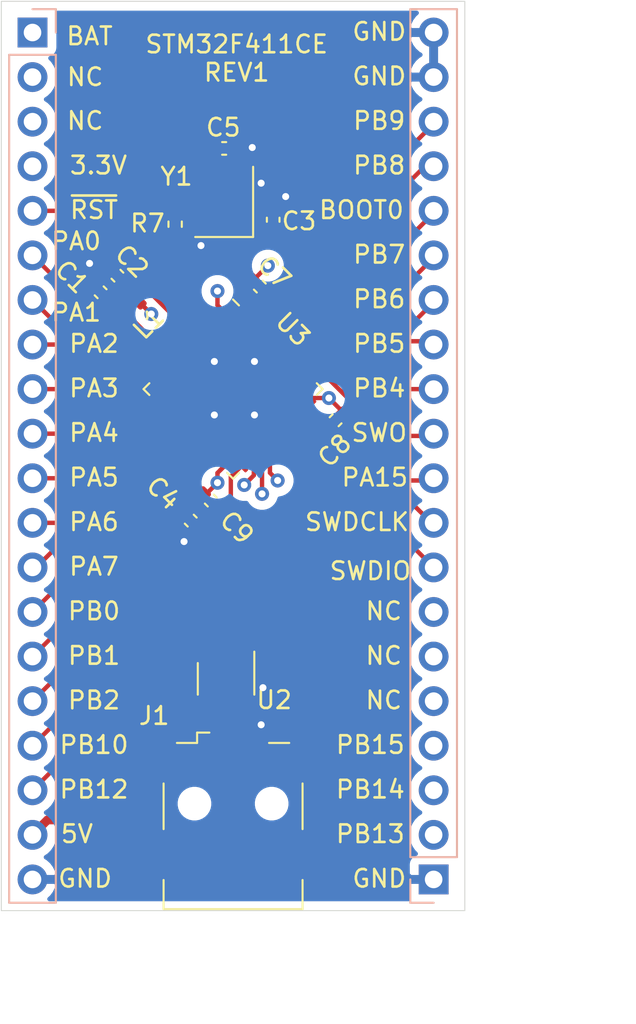
<source format=kicad_pcb>
(kicad_pcb (version 20171130) (host pcbnew 5.1.9-73d0e3b20d~88~ubuntu20.04.1)

  (general
    (thickness 1.6)
    (drawings 47)
    (tracks 254)
    (zones 0)
    (modules 16)
    (nets 43)
  )

  (page A4)
  (layers
    (0 F.Cu mixed)
    (1 In1.Cu power)
    (2 In2.Cu signal)
    (31 B.Cu power)
    (32 B.Adhes user)
    (33 F.Adhes user)
    (34 B.Paste user)
    (35 F.Paste user)
    (36 B.SilkS user)
    (37 F.SilkS user)
    (38 B.Mask user)
    (39 F.Mask user)
    (40 Dwgs.User user)
    (41 Cmts.User user)
    (42 Eco1.User user)
    (43 Eco2.User user)
    (44 Edge.Cuts user)
    (45 Margin user)
    (46 B.CrtYd user)
    (47 F.CrtYd user)
    (48 B.Fab user)
    (49 F.Fab user)
  )

  (setup
    (last_trace_width 0.25)
    (user_trace_width 0.5)
    (trace_clearance 0.1)
    (zone_clearance 0.508)
    (zone_45_only no)
    (trace_min 0.01)
    (via_size 0.8)
    (via_drill 0.4)
    (via_min_size 0.01)
    (via_min_drill 0.3)
    (uvia_size 0.3)
    (uvia_drill 0.1)
    (uvias_allowed no)
    (uvia_min_size 0.2)
    (uvia_min_drill 0.1)
    (edge_width 0.05)
    (segment_width 0.2)
    (pcb_text_width 0.3)
    (pcb_text_size 1.5 1.5)
    (mod_edge_width 0.12)
    (mod_text_size 1 1)
    (mod_text_width 0.15)
    (pad_size 1.524 1.524)
    (pad_drill 0.762)
    (pad_to_mask_clearance 0)
    (aux_axis_origin 0 0)
    (visible_elements FFFFFF7F)
    (pcbplotparams
      (layerselection 0x010fc_ffffffff)
      (usegerberextensions false)
      (usegerberattributes true)
      (usegerberadvancedattributes true)
      (creategerberjobfile true)
      (excludeedgelayer true)
      (linewidth 0.100000)
      (plotframeref false)
      (viasonmask false)
      (mode 1)
      (useauxorigin false)
      (hpglpennumber 1)
      (hpglpenspeed 20)
      (hpglpendiameter 15.000000)
      (psnegative false)
      (psa4output false)
      (plotreference true)
      (plotvalue true)
      (plotinvisibletext false)
      (padsonsilk false)
      (subtractmaskfromsilk false)
      (outputformat 1)
      (mirror false)
      (drillshape 0)
      (scaleselection 1)
      (outputdirectory "../gerbers/STM32F411CE/"))
  )

  (net 0 "")
  (net 1 GND)
  (net 2 +3V3)
  (net 3 OSC_IN)
  (net 4 "Net-(C4-Pad1)")
  (net 5 "Net-(C5-Pad2)")
  (net 6 USB_CONN_D+)
  (net 7 USB_CONN_D-)
  (net 8 +5V)
  (net 9 "Net-(J1-Pad6)")
  (net 10 PB1)
  (net 11 PBO)
  (net 12 PA6)
  (net 13 PA3)
  (net 14 PA2)
  (net 15 PA1)
  (net 16 +BATT)
  (net 17 PB9)
  (net 18 PB8)
  (net 19 PB7)
  (net 20 PB6)
  (net 21 PB5)
  (net 22 PA15)
  (net 23 PB14)
  (net 24 PB13)
  (net 25 PB10)
  (net 26 OSC_OUT)
  (net 27 USB_D-)
  (net 28 USB_D+)
  (net 29 PB15)
  (net 30 PB12)
  (net 31 +3.3VA)
  (net 32 BOOT0)
  (net 33 SWO)
  (net 34 SWDCLK)
  (net 35 SWDIO)
  (net 36 ~RST)
  (net 37 PB2)
  (net 38 PA7)
  (net 39 PA5)
  (net 40 PA4)
  (net 41 PA0)
  (net 42 PB4)

  (net_class Default "This is the default net class."
    (clearance 0.1)
    (trace_width 0.25)
    (via_dia 0.8)
    (via_drill 0.4)
    (uvia_dia 0.3)
    (uvia_drill 0.1)
    (add_net +3.3VA)
    (add_net +3V3)
    (add_net +5V)
    (add_net +BATT)
    (add_net BOOT0)
    (add_net GND)
    (add_net "Net-(C4-Pad1)")
    (add_net "Net-(C5-Pad2)")
    (add_net "Net-(J1-Pad6)")
    (add_net OSC_IN)
    (add_net OSC_OUT)
    (add_net PA0)
    (add_net PA1)
    (add_net PA15)
    (add_net PA2)
    (add_net PA3)
    (add_net PA4)
    (add_net PA5)
    (add_net PA6)
    (add_net PA7)
    (add_net PB1)
    (add_net PB10)
    (add_net PB12)
    (add_net PB13)
    (add_net PB14)
    (add_net PB15)
    (add_net PB2)
    (add_net PB4)
    (add_net PB5)
    (add_net PB6)
    (add_net PB7)
    (add_net PB8)
    (add_net PB9)
    (add_net PBO)
    (add_net SWDCLK)
    (add_net SWDIO)
    (add_net SWO)
    (add_net USB_CONN_D+)
    (add_net USB_CONN_D-)
    (add_net USB_D+)
    (add_net USB_D-)
    (add_net ~RST)
  )

  (module Connector_PinHeader_2.54mm:PinHeader_1x20_P2.54mm_Vertical (layer B.Cu) (tedit 59FED5CC) (tstamp 6062CF79)
    (at 36.6268 62.0268)
    (descr "Through hole straight pin header, 1x20, 2.54mm pitch, single row")
    (tags "Through hole pin header THT 1x20 2.54mm single row")
    (path /6090F942)
    (fp_text reference J3 (at 0 2.33) (layer B.SilkS) hide
      (effects (font (size 1 1) (thickness 0.15)) (justify mirror))
    )
    (fp_text value Conn_01x20_Male (at 0 -50.59) (layer B.Fab) hide
      (effects (font (size 1 1) (thickness 0.15)) (justify mirror))
    )
    (fp_line (start 1.8 1.8) (end -1.8 1.8) (layer B.CrtYd) (width 0.05))
    (fp_line (start 1.8 -50.05) (end 1.8 1.8) (layer B.CrtYd) (width 0.05))
    (fp_line (start -1.8 -50.05) (end 1.8 -50.05) (layer B.CrtYd) (width 0.05))
    (fp_line (start -1.8 1.8) (end -1.8 -50.05) (layer B.CrtYd) (width 0.05))
    (fp_line (start -1.33 1.33) (end 0 1.33) (layer B.SilkS) (width 0.12))
    (fp_line (start -1.33 0) (end -1.33 1.33) (layer B.SilkS) (width 0.12))
    (fp_line (start -1.33 -1.27) (end 1.33 -1.27) (layer B.SilkS) (width 0.12))
    (fp_line (start 1.33 -1.27) (end 1.33 -49.59) (layer B.SilkS) (width 0.12))
    (fp_line (start -1.33 -1.27) (end -1.33 -49.59) (layer B.SilkS) (width 0.12))
    (fp_line (start -1.33 -49.59) (end 1.33 -49.59) (layer B.SilkS) (width 0.12))
    (fp_line (start -1.27 0.635) (end -0.635 1.27) (layer B.Fab) (width 0.1))
    (fp_line (start -1.27 -49.53) (end -1.27 0.635) (layer B.Fab) (width 0.1))
    (fp_line (start 1.27 -49.53) (end -1.27 -49.53) (layer B.Fab) (width 0.1))
    (fp_line (start 1.27 1.27) (end 1.27 -49.53) (layer B.Fab) (width 0.1))
    (fp_line (start -0.635 1.27) (end 1.27 1.27) (layer B.Fab) (width 0.1))
    (fp_text user %R (at 0 -24.13 -90) (layer B.Fab)
      (effects (font (size 1 1) (thickness 0.15)) (justify mirror))
    )
    (pad 20 thru_hole oval (at 0 -48.26) (size 1.7 1.7) (drill 1) (layers *.Cu *.Mask)
      (net 1 GND))
    (pad 19 thru_hole oval (at 0 -45.72) (size 1.7 1.7) (drill 1) (layers *.Cu *.Mask)
      (net 1 GND))
    (pad 18 thru_hole oval (at 0 -43.18) (size 1.7 1.7) (drill 1) (layers *.Cu *.Mask)
      (net 17 PB9))
    (pad 17 thru_hole oval (at 0 -40.64) (size 1.7 1.7) (drill 1) (layers *.Cu *.Mask)
      (net 18 PB8))
    (pad 16 thru_hole oval (at 0 -38.1) (size 1.7 1.7) (drill 1) (layers *.Cu *.Mask)
      (net 32 BOOT0))
    (pad 15 thru_hole oval (at 0 -35.56) (size 1.7 1.7) (drill 1) (layers *.Cu *.Mask)
      (net 19 PB7))
    (pad 14 thru_hole oval (at 0 -33.02) (size 1.7 1.7) (drill 1) (layers *.Cu *.Mask)
      (net 20 PB6))
    (pad 13 thru_hole oval (at 0 -30.48) (size 1.7 1.7) (drill 1) (layers *.Cu *.Mask)
      (net 21 PB5))
    (pad 12 thru_hole oval (at 0 -27.94) (size 1.7 1.7) (drill 1) (layers *.Cu *.Mask)
      (net 42 PB4))
    (pad 11 thru_hole oval (at 0 -25.4) (size 1.7 1.7) (drill 1) (layers *.Cu *.Mask)
      (net 33 SWO))
    (pad 10 thru_hole oval (at 0 -22.86) (size 1.7 1.7) (drill 1) (layers *.Cu *.Mask)
      (net 22 PA15))
    (pad 9 thru_hole oval (at 0 -20.32) (size 1.7 1.7) (drill 1) (layers *.Cu *.Mask)
      (net 34 SWDCLK))
    (pad 8 thru_hole oval (at 0 -17.78) (size 1.7 1.7) (drill 1) (layers *.Cu *.Mask)
      (net 35 SWDIO))
    (pad 7 thru_hole oval (at 0 -15.24) (size 1.7 1.7) (drill 1) (layers *.Cu *.Mask))
    (pad 6 thru_hole oval (at 0 -12.7) (size 1.7 1.7) (drill 1) (layers *.Cu *.Mask))
    (pad 5 thru_hole oval (at 0 -10.16) (size 1.7 1.7) (drill 1) (layers *.Cu *.Mask))
    (pad 4 thru_hole oval (at 0 -7.62) (size 1.7 1.7) (drill 1) (layers *.Cu *.Mask)
      (net 29 PB15))
    (pad 3 thru_hole oval (at 0 -5.08) (size 1.7 1.7) (drill 1) (layers *.Cu *.Mask)
      (net 23 PB14))
    (pad 2 thru_hole oval (at 0 -2.54) (size 1.7 1.7) (drill 1) (layers *.Cu *.Mask)
      (net 24 PB13))
    (pad 1 thru_hole rect (at 0 0) (size 1.7 1.7) (drill 1) (layers *.Cu *.Mask)
      (net 1 GND))
    (model ${KISYS3DMOD}/Connector_PinHeader_2.54mm.3dshapes/PinHeader_1x20_P2.54mm_Vertical.wrl
      (at (xyz 0 0 0))
      (scale (xyz 1 1 1))
      (rotate (xyz 0 0 0))
    )
  )

  (module Connector_PinHeader_2.54mm:PinHeader_1x20_P2.54mm_Vertical (layer B.Cu) (tedit 59FED5CC) (tstamp 6062D03D)
    (at 13.7668 13.7668 180)
    (descr "Through hole straight pin header, 1x20, 2.54mm pitch, single row")
    (tags "Through hole pin header THT 1x20 2.54mm single row")
    (path /608FB9C8)
    (fp_text reference J2 (at 0 2.33) (layer B.SilkS) hide
      (effects (font (size 1 1) (thickness 0.15)) (justify mirror))
    )
    (fp_text value Conn_01x20_Male (at 0 -50.59) (layer B.Fab) hide
      (effects (font (size 1 1) (thickness 0.15)) (justify mirror))
    )
    (fp_line (start 1.8 1.8) (end -1.8 1.8) (layer B.CrtYd) (width 0.05))
    (fp_line (start 1.8 -50.05) (end 1.8 1.8) (layer B.CrtYd) (width 0.05))
    (fp_line (start -1.8 -50.05) (end 1.8 -50.05) (layer B.CrtYd) (width 0.05))
    (fp_line (start -1.8 1.8) (end -1.8 -50.05) (layer B.CrtYd) (width 0.05))
    (fp_line (start -1.33 1.33) (end 0 1.33) (layer B.SilkS) (width 0.12))
    (fp_line (start -1.33 0) (end -1.33 1.33) (layer B.SilkS) (width 0.12))
    (fp_line (start -1.33 -1.27) (end 1.33 -1.27) (layer B.SilkS) (width 0.12))
    (fp_line (start 1.33 -1.27) (end 1.33 -49.59) (layer B.SilkS) (width 0.12))
    (fp_line (start -1.33 -1.27) (end -1.33 -49.59) (layer B.SilkS) (width 0.12))
    (fp_line (start -1.33 -49.59) (end 1.33 -49.59) (layer B.SilkS) (width 0.12))
    (fp_line (start -1.27 0.635) (end -0.635 1.27) (layer B.Fab) (width 0.1))
    (fp_line (start -1.27 -49.53) (end -1.27 0.635) (layer B.Fab) (width 0.1))
    (fp_line (start 1.27 -49.53) (end -1.27 -49.53) (layer B.Fab) (width 0.1))
    (fp_line (start 1.27 1.27) (end 1.27 -49.53) (layer B.Fab) (width 0.1))
    (fp_line (start -0.635 1.27) (end 1.27 1.27) (layer B.Fab) (width 0.1))
    (fp_text user %R (at 0 -24.13 270) (layer B.Fab)
      (effects (font (size 1 1) (thickness 0.15)) (justify mirror))
    )
    (pad 20 thru_hole oval (at 0 -48.26 180) (size 1.7 1.7) (drill 1) (layers *.Cu *.Mask)
      (net 1 GND))
    (pad 19 thru_hole oval (at 0 -45.72 180) (size 1.7 1.7) (drill 1) (layers *.Cu *.Mask)
      (net 8 +5V))
    (pad 18 thru_hole oval (at 0 -43.18 180) (size 1.7 1.7) (drill 1) (layers *.Cu *.Mask)
      (net 30 PB12))
    (pad 17 thru_hole oval (at 0 -40.64 180) (size 1.7 1.7) (drill 1) (layers *.Cu *.Mask)
      (net 25 PB10))
    (pad 16 thru_hole oval (at 0 -38.1 180) (size 1.7 1.7) (drill 1) (layers *.Cu *.Mask)
      (net 37 PB2))
    (pad 15 thru_hole oval (at 0 -35.56 180) (size 1.7 1.7) (drill 1) (layers *.Cu *.Mask)
      (net 10 PB1))
    (pad 14 thru_hole oval (at 0 -33.02 180) (size 1.7 1.7) (drill 1) (layers *.Cu *.Mask)
      (net 11 PBO))
    (pad 13 thru_hole oval (at 0 -30.48 180) (size 1.7 1.7) (drill 1) (layers *.Cu *.Mask)
      (net 38 PA7))
    (pad 12 thru_hole oval (at 0 -27.94 180) (size 1.7 1.7) (drill 1) (layers *.Cu *.Mask)
      (net 12 PA6))
    (pad 11 thru_hole oval (at 0 -25.4 180) (size 1.7 1.7) (drill 1) (layers *.Cu *.Mask)
      (net 39 PA5))
    (pad 10 thru_hole oval (at 0 -22.86 180) (size 1.7 1.7) (drill 1) (layers *.Cu *.Mask)
      (net 40 PA4))
    (pad 9 thru_hole oval (at 0 -20.32 180) (size 1.7 1.7) (drill 1) (layers *.Cu *.Mask)
      (net 13 PA3))
    (pad 8 thru_hole oval (at 0 -17.78 180) (size 1.7 1.7) (drill 1) (layers *.Cu *.Mask)
      (net 14 PA2))
    (pad 7 thru_hole oval (at 0 -15.24 180) (size 1.7 1.7) (drill 1) (layers *.Cu *.Mask)
      (net 15 PA1))
    (pad 6 thru_hole oval (at 0 -12.7 180) (size 1.7 1.7) (drill 1) (layers *.Cu *.Mask)
      (net 41 PA0))
    (pad 5 thru_hole oval (at 0 -10.16 180) (size 1.7 1.7) (drill 1) (layers *.Cu *.Mask)
      (net 36 ~RST))
    (pad 4 thru_hole oval (at 0 -7.62 180) (size 1.7 1.7) (drill 1) (layers *.Cu *.Mask)
      (net 2 +3V3))
    (pad 3 thru_hole oval (at 0 -5.08 180) (size 1.7 1.7) (drill 1) (layers *.Cu *.Mask))
    (pad 2 thru_hole oval (at 0 -2.54 180) (size 1.7 1.7) (drill 1) (layers *.Cu *.Mask))
    (pad 1 thru_hole rect (at 0 0 180) (size 1.7 1.7) (drill 1) (layers *.Cu *.Mask)
      (net 16 +BATT))
    (model ${KISYS3DMOD}/Connector_PinHeader_2.54mm.3dshapes/PinHeader_1x20_P2.54mm_Vertical.wrl
      (at (xyz 0 0 0))
      (scale (xyz 1 1 1))
      (rotate (xyz 0 0 0))
    )
  )

  (module Inductor_SMD:L_0402_1005Metric (layer F.Cu) (tedit 5F68FEF0) (tstamp 60628B48)
    (at 19.558 29.5275 225)
    (descr "Inductor SMD 0402 (1005 Metric), square (rectangular) end terminal, IPC_7351 nominal, (Body size source: http://www.tortai-tech.com/upload/download/2011102023233369053.pdf), generated with kicad-footprint-generator")
    (tags inductor)
    (path /6063032D)
    (attr smd)
    (fp_text reference L1 (at 0 -1.17 45) (layer F.SilkS)
      (effects (font (size 1 1) (thickness 0.15)))
    )
    (fp_text value 37nF (at 0 1.17 45) (layer F.Fab) hide
      (effects (font (size 1 1) (thickness 0.15)))
    )
    (fp_line (start 0.93 0.47) (end -0.93 0.47) (layer F.CrtYd) (width 0.05))
    (fp_line (start 0.93 -0.47) (end 0.93 0.47) (layer F.CrtYd) (width 0.05))
    (fp_line (start -0.93 -0.47) (end 0.93 -0.47) (layer F.CrtYd) (width 0.05))
    (fp_line (start -0.93 0.47) (end -0.93 -0.47) (layer F.CrtYd) (width 0.05))
    (fp_line (start 0.5 0.25) (end -0.5 0.25) (layer F.Fab) (width 0.1))
    (fp_line (start 0.5 -0.25) (end 0.5 0.25) (layer F.Fab) (width 0.1))
    (fp_line (start -0.5 -0.25) (end 0.5 -0.25) (layer F.Fab) (width 0.1))
    (fp_line (start -0.5 0.25) (end -0.5 -0.25) (layer F.Fab) (width 0.1))
    (fp_text user %R (at 0 0 45) (layer F.Fab)
      (effects (font (size 0.25 0.25) (thickness 0.04)))
    )
    (pad 2 smd roundrect (at 0.485 0 225) (size 0.59 0.64) (layers F.Cu F.Paste F.Mask) (roundrect_rratio 0.25)
      (net 31 +3.3VA))
    (pad 1 smd roundrect (at -0.485 0 225) (size 0.59 0.64) (layers F.Cu F.Paste F.Mask) (roundrect_rratio 0.25)
      (net 2 +3V3))
    (model ${KISYS3DMOD}/Inductor_SMD.3dshapes/L_0402_1005Metric.wrl
      (at (xyz 0 0 0))
      (scale (xyz 1 1 1))
      (rotate (xyz 0 0 0))
    )
  )

  (module Capacitor_SMD:C_0402_1005Metric_Pad0.74x0.62mm_HandSolder (layer F.Cu) (tedit 5F6BB22C) (tstamp 60627771)
    (at 18.6055 27.6225 315)
    (descr "Capacitor SMD 0402 (1005 Metric), square (rectangular) end terminal, IPC_7351 nominal with elongated pad for handsoldering. (Body size source: IPC-SM-782 page 76, https://www.pcb-3d.com/wordpress/wp-content/uploads/ipc-sm-782a_amendment_1_and_2.pdf), generated with kicad-footprint-generator")
    (tags "capacitor handsolder")
    (path /60631810)
    (attr smd)
    (fp_text reference C2 (at 0 -1.16 135) (layer F.SilkS)
      (effects (font (size 1 1) (thickness 0.15)))
    )
    (fp_text value 1uF (at 0 1.16 135) (layer F.Fab) hide
      (effects (font (size 1 1) (thickness 0.15)))
    )
    (fp_line (start 1.08 0.46) (end -1.08 0.46) (layer F.CrtYd) (width 0.05))
    (fp_line (start 1.08 -0.46) (end 1.08 0.46) (layer F.CrtYd) (width 0.05))
    (fp_line (start -1.08 -0.46) (end 1.08 -0.46) (layer F.CrtYd) (width 0.05))
    (fp_line (start -1.08 0.46) (end -1.08 -0.46) (layer F.CrtYd) (width 0.05))
    (fp_line (start -0.115835 0.36) (end 0.115835 0.36) (layer F.SilkS) (width 0.12))
    (fp_line (start -0.115835 -0.36) (end 0.115835 -0.36) (layer F.SilkS) (width 0.12))
    (fp_line (start 0.5 0.25) (end -0.5 0.25) (layer F.Fab) (width 0.1))
    (fp_line (start 0.5 -0.25) (end 0.5 0.25) (layer F.Fab) (width 0.1))
    (fp_line (start -0.5 -0.25) (end 0.5 -0.25) (layer F.Fab) (width 0.1))
    (fp_line (start -0.5 0.25) (end -0.5 -0.25) (layer F.Fab) (width 0.1))
    (fp_text user %R (at 0 0 135) (layer F.Fab)
      (effects (font (size 0.25 0.25) (thickness 0.04)))
    )
    (pad 2 smd roundrect (at 0.5675 0 315) (size 0.735 0.62) (layers F.Cu F.Paste F.Mask) (roundrect_rratio 0.25)
      (net 31 +3.3VA))
    (pad 1 smd roundrect (at -0.5675 0 315) (size 0.735 0.62) (layers F.Cu F.Paste F.Mask) (roundrect_rratio 0.25)
      (net 1 GND))
    (model ${KISYS3DMOD}/Capacitor_SMD.3dshapes/C_0402_1005Metric.wrl
      (at (xyz 0 0 0))
      (scale (xyz 1 1 1))
      (rotate (xyz 0 0 0))
    )
  )

  (module Capacitor_SMD:C_0402_1005Metric_Pad0.74x0.62mm_HandSolder (layer F.Cu) (tedit 5F6BB22C) (tstamp 606277A1)
    (at 17.647883 28.569883 315)
    (descr "Capacitor SMD 0402 (1005 Metric), square (rectangular) end terminal, IPC_7351 nominal with elongated pad for handsoldering. (Body size source: IPC-SM-782 page 76, https://www.pcb-3d.com/wordpress/wp-content/uploads/ipc-sm-782a_amendment_1_and_2.pdf), generated with kicad-footprint-generator")
    (tags "capacitor handsolder")
    (path /60630E8F)
    (attr smd)
    (fp_text reference C1 (at -1.788815 0.538815 315) (layer F.SilkS)
      (effects (font (size 1 1) (thickness 0.15)))
    )
    (fp_text value 0.1uF (at 0 1.16 135) (layer F.Fab) hide
      (effects (font (size 1 1) (thickness 0.15)))
    )
    (fp_line (start 1.08 0.46) (end -1.08 0.46) (layer F.CrtYd) (width 0.05))
    (fp_line (start 1.08 -0.46) (end 1.08 0.46) (layer F.CrtYd) (width 0.05))
    (fp_line (start -1.08 -0.46) (end 1.08 -0.46) (layer F.CrtYd) (width 0.05))
    (fp_line (start -1.08 0.46) (end -1.08 -0.46) (layer F.CrtYd) (width 0.05))
    (fp_line (start -0.115835 0.36) (end 0.115835 0.36) (layer F.SilkS) (width 0.12))
    (fp_line (start -0.115835 -0.36) (end 0.115835 -0.36) (layer F.SilkS) (width 0.12))
    (fp_line (start 0.5 0.25) (end -0.5 0.25) (layer F.Fab) (width 0.1))
    (fp_line (start 0.5 -0.25) (end 0.5 0.25) (layer F.Fab) (width 0.1))
    (fp_line (start -0.5 -0.25) (end 0.5 -0.25) (layer F.Fab) (width 0.1))
    (fp_line (start -0.5 0.25) (end -0.5 -0.25) (layer F.Fab) (width 0.1))
    (fp_text user %R (at 0 0 135) (layer F.Fab)
      (effects (font (size 0.25 0.25) (thickness 0.04)))
    )
    (pad 2 smd roundrect (at 0.5675 0 315) (size 0.735 0.62) (layers F.Cu F.Paste F.Mask) (roundrect_rratio 0.25)
      (net 31 +3.3VA))
    (pad 1 smd roundrect (at -0.5675 0 315) (size 0.735 0.62) (layers F.Cu F.Paste F.Mask) (roundrect_rratio 0.25)
      (net 1 GND))
    (model ${KISYS3DMOD}/Capacitor_SMD.3dshapes/C_0402_1005Metric.wrl
      (at (xyz 0 0 0))
      (scale (xyz 1 1 1))
      (rotate (xyz 0 0 0))
    )
  )

  (module Crystal:Crystal_SMD_TXC_7M-4Pin_3.2x2.5mm (layer F.Cu) (tedit 5A0FD1B2) (tstamp 6063B8FE)
    (at 24.6888 23.4188 90)
    (descr "SMD Crystal TXC 7M http://www.txccrystal.com/images/pdf/7m-accuracy.pdf, 3.2x2.5mm^2 package")
    (tags "SMD SMT crystal")
    (path /60658274)
    (attr smd)
    (fp_text reference Y1 (at 1.4478 -2.7178 180) (layer F.SilkS)
      (effects (font (size 1 1) (thickness 0.15)))
    )
    (fp_text value Crystal_GND24 (at 0 2.45 90) (layer F.Fab) hide
      (effects (font (size 1 1) (thickness 0.15)))
    )
    (fp_line (start -1.6 -1.25) (end -1.6 1.25) (layer F.Fab) (width 0.1))
    (fp_line (start -1.6 1.25) (end 1.6 1.25) (layer F.Fab) (width 0.1))
    (fp_line (start 1.6 1.25) (end 1.6 -1.25) (layer F.Fab) (width 0.1))
    (fp_line (start 1.6 -1.25) (end -1.6 -1.25) (layer F.Fab) (width 0.1))
    (fp_line (start -1.6 0.25) (end -0.6 1.25) (layer F.Fab) (width 0.1))
    (fp_line (start -2 -1.65) (end -2 1.65) (layer F.SilkS) (width 0.12))
    (fp_line (start -2 1.65) (end 2 1.65) (layer F.SilkS) (width 0.12))
    (fp_line (start -2.1 -1.7) (end -2.1 1.7) (layer F.CrtYd) (width 0.05))
    (fp_line (start -2.1 1.7) (end 2.1 1.7) (layer F.CrtYd) (width 0.05))
    (fp_line (start 2.1 1.7) (end 2.1 -1.7) (layer F.CrtYd) (width 0.05))
    (fp_line (start 2.1 -1.7) (end -2.1 -1.7) (layer F.CrtYd) (width 0.05))
    (fp_text user %R (at 0 0 90) (layer F.Fab)
      (effects (font (size 0.7 0.7) (thickness 0.105)))
    )
    (pad 4 smd rect (at -1.1 -0.85 90) (size 1.4 1.2) (layers F.Cu F.Paste F.Mask)
      (net 1 GND))
    (pad 3 smd rect (at 1.1 -0.85 90) (size 1.4 1.2) (layers F.Cu F.Paste F.Mask)
      (net 5 "Net-(C5-Pad2)"))
    (pad 2 smd rect (at 1.1 0.85 90) (size 1.4 1.2) (layers F.Cu F.Paste F.Mask)
      (net 1 GND))
    (pad 1 smd rect (at -1.1 0.85 90) (size 1.4 1.2) (layers F.Cu F.Paste F.Mask)
      (net 3 OSC_IN))
    (model ${KISYS3DMOD}/Crystal.3dshapes/Crystal_SMD_TXC_7M-4Pin_3.2x2.5mm.wrl
      (at (xyz 0 0 0))
      (scale (xyz 1 1 1))
      (rotate (xyz 0 0 0))
    )
  )

  (module Resistor_SMD:R_0402_1005Metric (layer F.Cu) (tedit 5F68FEEE) (tstamp 60625DE2)
    (at 21.8948 24.6888 90)
    (descr "Resistor SMD 0402 (1005 Metric), square (rectangular) end terminal, IPC_7351 nominal, (Body size source: IPC-SM-782 page 72, https://www.pcb-3d.com/wordpress/wp-content/uploads/ipc-sm-782a_amendment_1_and_2.pdf), generated with kicad-footprint-generator")
    (tags resistor)
    (path /607E09F0)
    (attr smd)
    (fp_text reference R7 (at 0.0508 -1.5748 180) (layer F.SilkS)
      (effects (font (size 1 1) (thickness 0.15)))
    )
    (fp_text value 0 (at 0 1.17 90) (layer F.Fab) hide
      (effects (font (size 1 1) (thickness 0.15)))
    )
    (fp_line (start 0.93 0.47) (end -0.93 0.47) (layer F.CrtYd) (width 0.05))
    (fp_line (start 0.93 -0.47) (end 0.93 0.47) (layer F.CrtYd) (width 0.05))
    (fp_line (start -0.93 -0.47) (end 0.93 -0.47) (layer F.CrtYd) (width 0.05))
    (fp_line (start -0.93 0.47) (end -0.93 -0.47) (layer F.CrtYd) (width 0.05))
    (fp_line (start -0.153641 0.38) (end 0.153641 0.38) (layer F.SilkS) (width 0.12))
    (fp_line (start -0.153641 -0.38) (end 0.153641 -0.38) (layer F.SilkS) (width 0.12))
    (fp_line (start 0.525 0.27) (end -0.525 0.27) (layer F.Fab) (width 0.1))
    (fp_line (start 0.525 -0.27) (end 0.525 0.27) (layer F.Fab) (width 0.1))
    (fp_line (start -0.525 -0.27) (end 0.525 -0.27) (layer F.Fab) (width 0.1))
    (fp_line (start -0.525 0.27) (end -0.525 -0.27) (layer F.Fab) (width 0.1))
    (fp_text user %R (at 0 0 90) (layer F.Fab)
      (effects (font (size 0.26 0.26) (thickness 0.04)))
    )
    (pad 2 smd roundrect (at 0.51 0 90) (size 0.54 0.64) (layers F.Cu F.Paste F.Mask) (roundrect_rratio 0.25)
      (net 5 "Net-(C5-Pad2)"))
    (pad 1 smd roundrect (at -0.51 0 90) (size 0.54 0.64) (layers F.Cu F.Paste F.Mask) (roundrect_rratio 0.25)
      (net 26 OSC_OUT))
    (model ${KISYS3DMOD}/Resistor_SMD.3dshapes/R_0402_1005Metric.wrl
      (at (xyz 0 0 0))
      (scale (xyz 1 1 1))
      (rotate (xyz 0 0 0))
    )
  )

  (module Capacitor_SMD:C_0402_1005Metric_Pad0.74x0.62mm_HandSolder (layer F.Cu) (tedit 5F6BB22C) (tstamp 60625CA7)
    (at 23.9268 40.4368 315)
    (descr "Capacitor SMD 0402 (1005 Metric), square (rectangular) end terminal, IPC_7351 nominal with elongated pad for handsoldering. (Body size source: IPC-SM-782 page 76, https://www.pcb-3d.com/wordpress/wp-content/uploads/ipc-sm-782a_amendment_1_and_2.pdf), generated with kicad-footprint-generator")
    (tags "capacitor handsolder")
    (path /6075B612)
    (attr smd)
    (fp_text reference C9 (at 2.128321 0.044901 135) (layer F.SilkS)
      (effects (font (size 1 1) (thickness 0.15)))
    )
    (fp_text value 0.1uF (at 0 1.16 135) (layer F.Fab) hide
      (effects (font (size 1 1) (thickness 0.15)))
    )
    (fp_line (start 1.08 0.46) (end -1.08 0.46) (layer F.CrtYd) (width 0.05))
    (fp_line (start 1.08 -0.46) (end 1.08 0.46) (layer F.CrtYd) (width 0.05))
    (fp_line (start -1.08 -0.46) (end 1.08 -0.46) (layer F.CrtYd) (width 0.05))
    (fp_line (start -1.08 0.46) (end -1.08 -0.46) (layer F.CrtYd) (width 0.05))
    (fp_line (start -0.115835 0.36) (end 0.115835 0.36) (layer F.SilkS) (width 0.12))
    (fp_line (start -0.115835 -0.36) (end 0.115835 -0.36) (layer F.SilkS) (width 0.12))
    (fp_line (start 0.5 0.25) (end -0.5 0.25) (layer F.Fab) (width 0.1))
    (fp_line (start 0.5 -0.25) (end 0.5 0.25) (layer F.Fab) (width 0.1))
    (fp_line (start -0.5 -0.25) (end 0.5 -0.25) (layer F.Fab) (width 0.1))
    (fp_line (start -0.5 0.25) (end -0.5 -0.25) (layer F.Fab) (width 0.1))
    (fp_text user %R (at 0 0 135) (layer F.Fab)
      (effects (font (size 0.25 0.25) (thickness 0.04)))
    )
    (pad 2 smd roundrect (at 0.5675 0 315) (size 0.735 0.62) (layers F.Cu F.Paste F.Mask) (roundrect_rratio 0.25)
      (net 1 GND))
    (pad 1 smd roundrect (at -0.5675 0 315) (size 0.735 0.62) (layers F.Cu F.Paste F.Mask) (roundrect_rratio 0.25)
      (net 2 +3V3))
    (model ${KISYS3DMOD}/Capacitor_SMD.3dshapes/C_0402_1005Metric.wrl
      (at (xyz 0 0 0))
      (scale (xyz 1 1 1))
      (rotate (xyz 0 0 0))
    )
  )

  (module Capacitor_SMD:C_0402_1005Metric_Pad0.74x0.62mm_HandSolder (layer F.Cu) (tedit 5F6BB22C) (tstamp 60625C96)
    (at 31.0388 35.8648 225)
    (descr "Capacitor SMD 0402 (1005 Metric), square (rectangular) end terminal, IPC_7351 nominal with elongated pad for handsoldering. (Body size source: IPC-SM-782 page 76, https://www.pcb-3d.com/wordpress/wp-content/uploads/ipc-sm-782a_amendment_1_and_2.pdf), generated with kicad-footprint-generator")
    (tags "capacitor handsolder")
    (path /6075B02C)
    (attr smd)
    (fp_text reference C8 (at 1.257236 -1.185394 45) (layer F.SilkS)
      (effects (font (size 1 1) (thickness 0.15)))
    )
    (fp_text value 0.1uF (at 0 1.16 45) (layer F.Fab) hide
      (effects (font (size 1 1) (thickness 0.15)))
    )
    (fp_line (start 1.08 0.46) (end -1.08 0.46) (layer F.CrtYd) (width 0.05))
    (fp_line (start 1.08 -0.46) (end 1.08 0.46) (layer F.CrtYd) (width 0.05))
    (fp_line (start -1.08 -0.46) (end 1.08 -0.46) (layer F.CrtYd) (width 0.05))
    (fp_line (start -1.08 0.46) (end -1.08 -0.46) (layer F.CrtYd) (width 0.05))
    (fp_line (start -0.115835 0.36) (end 0.115835 0.36) (layer F.SilkS) (width 0.12))
    (fp_line (start -0.115835 -0.36) (end 0.115835 -0.36) (layer F.SilkS) (width 0.12))
    (fp_line (start 0.5 0.25) (end -0.5 0.25) (layer F.Fab) (width 0.1))
    (fp_line (start 0.5 -0.25) (end 0.5 0.25) (layer F.Fab) (width 0.1))
    (fp_line (start -0.5 -0.25) (end 0.5 -0.25) (layer F.Fab) (width 0.1))
    (fp_line (start -0.5 0.25) (end -0.5 -0.25) (layer F.Fab) (width 0.1))
    (fp_text user %R (at 0 0 45) (layer F.Fab)
      (effects (font (size 0.25 0.25) (thickness 0.04)))
    )
    (pad 2 smd roundrect (at 0.5675 0 225) (size 0.735 0.62) (layers F.Cu F.Paste F.Mask) (roundrect_rratio 0.25)
      (net 1 GND))
    (pad 1 smd roundrect (at -0.5675 0 225) (size 0.735 0.62) (layers F.Cu F.Paste F.Mask) (roundrect_rratio 0.25)
      (net 2 +3V3))
    (model ${KISYS3DMOD}/Capacitor_SMD.3dshapes/C_0402_1005Metric.wrl
      (at (xyz 0 0 0))
      (scale (xyz 1 1 1))
      (rotate (xyz 0 0 0))
    )
  )

  (module Capacitor_SMD:C_0402_1005Metric_Pad0.74x0.62mm_HandSolder (layer F.Cu) (tedit 5F6BB22C) (tstamp 60628C1C)
    (at 26.7208 28.2448 315)
    (descr "Capacitor SMD 0402 (1005 Metric), square (rectangular) end terminal, IPC_7351 nominal with elongated pad for handsoldering. (Body size source: IPC-SM-782 page 76, https://www.pcb-3d.com/wordpress/wp-content/uploads/ipc-sm-782a_amendment_1_and_2.pdf), generated with kicad-footprint-generator")
    (tags "capacitor handsolder")
    (path /6075AA39)
    (attr smd)
    (fp_text reference C7 (at 0 -1.16 135) (layer F.SilkS)
      (effects (font (size 1 1) (thickness 0.15)))
    )
    (fp_text value 0.1uF (at 0 1.16 135) (layer F.Fab)
      (effects (font (size 1 1) (thickness 0.15)))
    )
    (fp_line (start 1.08 0.46) (end -1.08 0.46) (layer F.CrtYd) (width 0.05))
    (fp_line (start 1.08 -0.46) (end 1.08 0.46) (layer F.CrtYd) (width 0.05))
    (fp_line (start -1.08 -0.46) (end 1.08 -0.46) (layer F.CrtYd) (width 0.05))
    (fp_line (start -1.08 0.46) (end -1.08 -0.46) (layer F.CrtYd) (width 0.05))
    (fp_line (start -0.115835 0.36) (end 0.115835 0.36) (layer F.SilkS) (width 0.12))
    (fp_line (start -0.115835 -0.36) (end 0.115835 -0.36) (layer F.SilkS) (width 0.12))
    (fp_line (start 0.5 0.25) (end -0.5 0.25) (layer F.Fab) (width 0.1))
    (fp_line (start 0.5 -0.25) (end 0.5 0.25) (layer F.Fab) (width 0.1))
    (fp_line (start -0.5 -0.25) (end 0.5 -0.25) (layer F.Fab) (width 0.1))
    (fp_line (start -0.5 0.25) (end -0.5 -0.25) (layer F.Fab) (width 0.1))
    (fp_text user %R (at 0 0 135) (layer F.Fab)
      (effects (font (size 0.25 0.25) (thickness 0.04)))
    )
    (pad 2 smd roundrect (at 0.5675 0 315) (size 0.735 0.62) (layers F.Cu F.Paste F.Mask) (roundrect_rratio 0.25)
      (net 1 GND))
    (pad 1 smd roundrect (at -0.5675 0 315) (size 0.735 0.62) (layers F.Cu F.Paste F.Mask) (roundrect_rratio 0.25)
      (net 2 +3V3))
    (model ${KISYS3DMOD}/Capacitor_SMD.3dshapes/C_0402_1005Metric.wrl
      (at (xyz 0 0 0))
      (scale (xyz 1 1 1))
      (rotate (xyz 0 0 0))
    )
  )

  (module Capacitor_SMD:C_0402_1005Metric_Pad0.74x0.62mm_HandSolder (layer F.Cu) (tedit 5F6BB22C) (tstamp 60625C63)
    (at 24.6888 20.3708 180)
    (descr "Capacitor SMD 0402 (1005 Metric), square (rectangular) end terminal, IPC_7351 nominal with elongated pad for handsoldering. (Body size source: IPC-SM-782 page 76, https://www.pcb-3d.com/wordpress/wp-content/uploads/ipc-sm-782a_amendment_1_and_2.pdf), generated with kicad-footprint-generator")
    (tags "capacitor handsolder")
    (path /607B6E76)
    (attr smd)
    (fp_text reference C5 (at 0.0508 1.1938) (layer F.SilkS)
      (effects (font (size 1 1) (thickness 0.15)))
    )
    (fp_text value 12pF (at 0 1.16) (layer F.Fab) hide
      (effects (font (size 1 1) (thickness 0.15)))
    )
    (fp_line (start 1.08 0.46) (end -1.08 0.46) (layer F.CrtYd) (width 0.05))
    (fp_line (start 1.08 -0.46) (end 1.08 0.46) (layer F.CrtYd) (width 0.05))
    (fp_line (start -1.08 -0.46) (end 1.08 -0.46) (layer F.CrtYd) (width 0.05))
    (fp_line (start -1.08 0.46) (end -1.08 -0.46) (layer F.CrtYd) (width 0.05))
    (fp_line (start -0.115835 0.36) (end 0.115835 0.36) (layer F.SilkS) (width 0.12))
    (fp_line (start -0.115835 -0.36) (end 0.115835 -0.36) (layer F.SilkS) (width 0.12))
    (fp_line (start 0.5 0.25) (end -0.5 0.25) (layer F.Fab) (width 0.1))
    (fp_line (start 0.5 -0.25) (end 0.5 0.25) (layer F.Fab) (width 0.1))
    (fp_line (start -0.5 -0.25) (end 0.5 -0.25) (layer F.Fab) (width 0.1))
    (fp_line (start -0.5 0.25) (end -0.5 -0.25) (layer F.Fab) (width 0.1))
    (fp_text user %R (at 0 0) (layer F.Fab)
      (effects (font (size 0.25 0.25) (thickness 0.04)))
    )
    (pad 2 smd roundrect (at 0.5675 0 180) (size 0.735 0.62) (layers F.Cu F.Paste F.Mask) (roundrect_rratio 0.25)
      (net 5 "Net-(C5-Pad2)"))
    (pad 1 smd roundrect (at -0.5675 0 180) (size 0.735 0.62) (layers F.Cu F.Paste F.Mask) (roundrect_rratio 0.25)
      (net 1 GND))
    (model ${KISYS3DMOD}/Capacitor_SMD.3dshapes/C_0402_1005Metric.wrl
      (at (xyz 0 0 0))
      (scale (xyz 1 1 1))
      (rotate (xyz 0 0 0))
    )
  )

  (module Capacitor_SMD:C_0402_1005Metric_Pad0.74x0.62mm_HandSolder (layer F.Cu) (tedit 5F6BB22C) (tstamp 6062B42E)
    (at 22.7838 41.5798 315)
    (descr "Capacitor SMD 0402 (1005 Metric), square (rectangular) end terminal, IPC_7351 nominal with elongated pad for handsoldering. (Body size source: IPC-SM-782 page 76, https://www.pcb-3d.com/wordpress/wp-content/uploads/ipc-sm-782a_amendment_1_and_2.pdf), generated with kicad-footprint-generator")
    (tags "capacitor handsolder")
    (path /60772A7D)
    (attr smd)
    (fp_text reference C4 (at -2.227104 0 135) (layer F.SilkS)
      (effects (font (size 1 1) (thickness 0.15)))
    )
    (fp_text value 4.7uF (at 0 1.16 135) (layer F.Fab) hide
      (effects (font (size 1 1) (thickness 0.15)))
    )
    (fp_line (start 1.08 0.46) (end -1.08 0.46) (layer F.CrtYd) (width 0.05))
    (fp_line (start 1.08 -0.46) (end 1.08 0.46) (layer F.CrtYd) (width 0.05))
    (fp_line (start -1.08 -0.46) (end 1.08 -0.46) (layer F.CrtYd) (width 0.05))
    (fp_line (start -1.08 0.46) (end -1.08 -0.46) (layer F.CrtYd) (width 0.05))
    (fp_line (start -0.115835 0.36) (end 0.115835 0.36) (layer F.SilkS) (width 0.12))
    (fp_line (start -0.115835 -0.36) (end 0.115835 -0.36) (layer F.SilkS) (width 0.12))
    (fp_line (start 0.5 0.25) (end -0.5 0.25) (layer F.Fab) (width 0.1))
    (fp_line (start 0.5 -0.25) (end 0.5 0.25) (layer F.Fab) (width 0.1))
    (fp_line (start -0.5 -0.25) (end 0.5 -0.25) (layer F.Fab) (width 0.1))
    (fp_line (start -0.5 0.25) (end -0.5 -0.25) (layer F.Fab) (width 0.1))
    (fp_text user %R (at 0 0 135) (layer F.Fab)
      (effects (font (size 0.25 0.25) (thickness 0.04)))
    )
    (pad 2 smd roundrect (at 0.5675 0 315) (size 0.735 0.62) (layers F.Cu F.Paste F.Mask) (roundrect_rratio 0.25)
      (net 1 GND))
    (pad 1 smd roundrect (at -0.5675 0 315) (size 0.735 0.62) (layers F.Cu F.Paste F.Mask) (roundrect_rratio 0.25)
      (net 4 "Net-(C4-Pad1)"))
    (model ${KISYS3DMOD}/Capacitor_SMD.3dshapes/C_0402_1005Metric.wrl
      (at (xyz 0 0 0))
      (scale (xyz 1 1 1))
      (rotate (xyz 0 0 0))
    )
  )

  (module Capacitor_SMD:C_0402_1005Metric_Pad0.74x0.62mm_HandSolder (layer F.Cu) (tedit 5F6BB22C) (tstamp 60625C41)
    (at 27.4828 24.4348 270)
    (descr "Capacitor SMD 0402 (1005 Metric), square (rectangular) end terminal, IPC_7351 nominal with elongated pad for handsoldering. (Body size source: IPC-SM-782 page 76, https://www.pcb-3d.com/wordpress/wp-content/uploads/ipc-sm-782a_amendment_1_and_2.pdf), generated with kicad-footprint-generator")
    (tags "capacitor handsolder")
    (path /607B66B2)
    (attr smd)
    (fp_text reference C3 (at 0.0762 -1.4732 180) (layer F.SilkS)
      (effects (font (size 1 1) (thickness 0.15)))
    )
    (fp_text value 12pF (at 0 1.16 90) (layer F.Fab) hide
      (effects (font (size 1 1) (thickness 0.15)))
    )
    (fp_line (start 1.08 0.46) (end -1.08 0.46) (layer F.CrtYd) (width 0.05))
    (fp_line (start 1.08 -0.46) (end 1.08 0.46) (layer F.CrtYd) (width 0.05))
    (fp_line (start -1.08 -0.46) (end 1.08 -0.46) (layer F.CrtYd) (width 0.05))
    (fp_line (start -1.08 0.46) (end -1.08 -0.46) (layer F.CrtYd) (width 0.05))
    (fp_line (start -0.115835 0.36) (end 0.115835 0.36) (layer F.SilkS) (width 0.12))
    (fp_line (start -0.115835 -0.36) (end 0.115835 -0.36) (layer F.SilkS) (width 0.12))
    (fp_line (start 0.5 0.25) (end -0.5 0.25) (layer F.Fab) (width 0.1))
    (fp_line (start 0.5 -0.25) (end 0.5 0.25) (layer F.Fab) (width 0.1))
    (fp_line (start -0.5 -0.25) (end 0.5 -0.25) (layer F.Fab) (width 0.1))
    (fp_line (start -0.5 0.25) (end -0.5 -0.25) (layer F.Fab) (width 0.1))
    (fp_text user %R (at 0 0 90) (layer F.Fab)
      (effects (font (size 0.25 0.25) (thickness 0.04)))
    )
    (pad 2 smd roundrect (at 0.5675 0 270) (size 0.735 0.62) (layers F.Cu F.Paste F.Mask) (roundrect_rratio 0.25)
      (net 3 OSC_IN))
    (pad 1 smd roundrect (at -0.5675 0 270) (size 0.735 0.62) (layers F.Cu F.Paste F.Mask) (roundrect_rratio 0.25)
      (net 1 GND))
    (model ${KISYS3DMOD}/Capacitor_SMD.3dshapes/C_0402_1005Metric.wrl
      (at (xyz 0 0 0))
      (scale (xyz 1 1 1))
      (rotate (xyz 0 0 0))
    )
  )

  (module Package_DFN_QFN:QFN-48-1EP_7x7mm_P0.5mm_EP5.6x5.6mm (layer F.Cu) (tedit 5DC5F6A5) (tstamp 60627F06)
    (at 25.1968 34.0868 315)
    (descr "QFN, 48 Pin (http://www.st.com/resource/en/datasheet/stm32f042k6.pdf#page=94), generated with kicad-footprint-generator ipc_noLead_generator.py")
    (tags "QFN NoLead")
    (path /606101E8)
    (attr smd)
    (fp_text reference U3 (at 0 -4.82 135) (layer F.SilkS)
      (effects (font (size 1 1) (thickness 0.15)))
    )
    (fp_text value STM32F411CEUx (at 0 4.82 135) (layer F.Fab) hide
      (effects (font (size 1 1) (thickness 0.15)))
    )
    (fp_line (start 3.135 -3.61) (end 3.61 -3.61) (layer F.SilkS) (width 0.12))
    (fp_line (start 3.61 -3.61) (end 3.61 -3.135) (layer F.SilkS) (width 0.12))
    (fp_line (start -3.135 3.61) (end -3.61 3.61) (layer F.SilkS) (width 0.12))
    (fp_line (start -3.61 3.61) (end -3.61 3.135) (layer F.SilkS) (width 0.12))
    (fp_line (start 3.135 3.61) (end 3.61 3.61) (layer F.SilkS) (width 0.12))
    (fp_line (start 3.61 3.61) (end 3.61 3.135) (layer F.SilkS) (width 0.12))
    (fp_line (start -3.135 -3.61) (end -3.61 -3.61) (layer F.SilkS) (width 0.12))
    (fp_line (start -2.5 -3.5) (end 3.5 -3.5) (layer F.Fab) (width 0.1))
    (fp_line (start 3.5 -3.5) (end 3.5 3.5) (layer F.Fab) (width 0.1))
    (fp_line (start 3.5 3.5) (end -3.5 3.5) (layer F.Fab) (width 0.1))
    (fp_line (start -3.5 3.5) (end -3.5 -2.5) (layer F.Fab) (width 0.1))
    (fp_line (start -3.5 -2.5) (end -2.5 -3.5) (layer F.Fab) (width 0.1))
    (fp_line (start -4.12 -4.12) (end -4.12 4.12) (layer F.CrtYd) (width 0.05))
    (fp_line (start -4.12 4.12) (end 4.12 4.12) (layer F.CrtYd) (width 0.05))
    (fp_line (start 4.12 4.12) (end 4.12 -4.12) (layer F.CrtYd) (width 0.05))
    (fp_line (start 4.12 -4.12) (end -4.12 -4.12) (layer F.CrtYd) (width 0.05))
    (fp_text user %R (at 0 0 135) (layer F.Fab)
      (effects (font (size 1 1) (thickness 0.15)))
    )
    (pad "" smd roundrect (at 2.1 2.1 315) (size 1.13 1.13) (layers F.Paste) (roundrect_rratio 0.2212389380530974))
    (pad "" smd roundrect (at 2.1 0.7 315) (size 1.13 1.13) (layers F.Paste) (roundrect_rratio 0.2212389380530974))
    (pad "" smd roundrect (at 2.1 -0.7 315) (size 1.13 1.13) (layers F.Paste) (roundrect_rratio 0.2212389380530974))
    (pad "" smd roundrect (at 2.1 -2.1 315) (size 1.13 1.13) (layers F.Paste) (roundrect_rratio 0.2212389380530974))
    (pad "" smd roundrect (at 0.7 2.1 315) (size 1.13 1.13) (layers F.Paste) (roundrect_rratio 0.2212389380530974))
    (pad "" smd roundrect (at 0.7 0.7 315) (size 1.13 1.13) (layers F.Paste) (roundrect_rratio 0.2212389380530974))
    (pad "" smd roundrect (at 0.7 -0.7 315) (size 1.13 1.13) (layers F.Paste) (roundrect_rratio 0.2212389380530974))
    (pad "" smd roundrect (at 0.7 -2.1 315) (size 1.13 1.13) (layers F.Paste) (roundrect_rratio 0.2212389380530974))
    (pad "" smd roundrect (at -0.7 2.1 315) (size 1.13 1.13) (layers F.Paste) (roundrect_rratio 0.2212389380530974))
    (pad "" smd roundrect (at -0.7 0.7 315) (size 1.13 1.13) (layers F.Paste) (roundrect_rratio 0.2212389380530974))
    (pad "" smd roundrect (at -0.7 -0.7 315) (size 1.13 1.13) (layers F.Paste) (roundrect_rratio 0.2212389380530974))
    (pad "" smd roundrect (at -0.7 -2.1 315) (size 1.13 1.13) (layers F.Paste) (roundrect_rratio 0.2212389380530974))
    (pad "" smd roundrect (at -2.1 2.1 315) (size 1.13 1.13) (layers F.Paste) (roundrect_rratio 0.2212389380530974))
    (pad "" smd roundrect (at -2.1 0.7 315) (size 1.13 1.13) (layers F.Paste) (roundrect_rratio 0.2212389380530974))
    (pad "" smd roundrect (at -2.1 -0.7 315) (size 1.13 1.13) (layers F.Paste) (roundrect_rratio 0.2212389380530974))
    (pad "" smd roundrect (at -2.1 -2.1 315) (size 1.13 1.13) (layers F.Paste) (roundrect_rratio 0.2212389380530974))
    (pad 49 smd rect (at 0 0 315) (size 5.6 5.6) (layers F.Cu F.Mask)
      (net 1 GND))
    (pad 48 smd roundrect (at -2.75 -3.4375 315) (size 0.25 0.875) (layers F.Cu F.Paste F.Mask) (roundrect_rratio 0.25)
      (net 2 +3V3))
    (pad 47 smd roundrect (at -2.25 -3.4375 315) (size 0.25 0.875) (layers F.Cu F.Paste F.Mask) (roundrect_rratio 0.25)
      (net 1 GND))
    (pad 46 smd roundrect (at -1.75 -3.4375 315) (size 0.25 0.875) (layers F.Cu F.Paste F.Mask) (roundrect_rratio 0.25)
      (net 17 PB9))
    (pad 45 smd roundrect (at -1.25 -3.4375 315) (size 0.25 0.875) (layers F.Cu F.Paste F.Mask) (roundrect_rratio 0.25)
      (net 18 PB8))
    (pad 44 smd roundrect (at -0.75 -3.4375 315) (size 0.25 0.875) (layers F.Cu F.Paste F.Mask) (roundrect_rratio 0.25)
      (net 32 BOOT0))
    (pad 43 smd roundrect (at -0.25 -3.4375 315) (size 0.25 0.875) (layers F.Cu F.Paste F.Mask) (roundrect_rratio 0.25)
      (net 19 PB7))
    (pad 42 smd roundrect (at 0.25 -3.4375 315) (size 0.25 0.875) (layers F.Cu F.Paste F.Mask) (roundrect_rratio 0.25)
      (net 20 PB6))
    (pad 41 smd roundrect (at 0.75 -3.4375 315) (size 0.25 0.875) (layers F.Cu F.Paste F.Mask) (roundrect_rratio 0.25)
      (net 21 PB5))
    (pad 40 smd roundrect (at 1.25 -3.4375 315) (size 0.25 0.875) (layers F.Cu F.Paste F.Mask) (roundrect_rratio 0.25)
      (net 42 PB4))
    (pad 39 smd roundrect (at 1.75 -3.4375 315) (size 0.25 0.875) (layers F.Cu F.Paste F.Mask) (roundrect_rratio 0.25)
      (net 33 SWO))
    (pad 38 smd roundrect (at 2.25 -3.4375 315) (size 0.25 0.875) (layers F.Cu F.Paste F.Mask) (roundrect_rratio 0.25)
      (net 22 PA15))
    (pad 37 smd roundrect (at 2.75 -3.4375 315) (size 0.25 0.875) (layers F.Cu F.Paste F.Mask) (roundrect_rratio 0.25)
      (net 34 SWDCLK))
    (pad 36 smd roundrect (at 3.4375 -2.75 315) (size 0.875 0.25) (layers F.Cu F.Paste F.Mask) (roundrect_rratio 0.25)
      (net 2 +3V3))
    (pad 35 smd roundrect (at 3.4375 -2.25 315) (size 0.875 0.25) (layers F.Cu F.Paste F.Mask) (roundrect_rratio 0.25)
      (net 1 GND))
    (pad 34 smd roundrect (at 3.4375 -1.75 315) (size 0.875 0.25) (layers F.Cu F.Paste F.Mask) (roundrect_rratio 0.25)
      (net 35 SWDIO))
    (pad 33 smd roundrect (at 3.4375 -1.25 315) (size 0.875 0.25) (layers F.Cu F.Paste F.Mask) (roundrect_rratio 0.25)
      (net 28 USB_D+))
    (pad 32 smd roundrect (at 3.4375 -0.75 315) (size 0.875 0.25) (layers F.Cu F.Paste F.Mask) (roundrect_rratio 0.25)
      (net 27 USB_D-))
    (pad 31 smd roundrect (at 3.4375 -0.25 315) (size 0.875 0.25) (layers F.Cu F.Paste F.Mask) (roundrect_rratio 0.25))
    (pad 30 smd roundrect (at 3.4375 0.25 315) (size 0.875 0.25) (layers F.Cu F.Paste F.Mask) (roundrect_rratio 0.25))
    (pad 29 smd roundrect (at 3.4375 0.75 315) (size 0.875 0.25) (layers F.Cu F.Paste F.Mask) (roundrect_rratio 0.25))
    (pad 28 smd roundrect (at 3.4375 1.25 315) (size 0.875 0.25) (layers F.Cu F.Paste F.Mask) (roundrect_rratio 0.25)
      (net 29 PB15))
    (pad 27 smd roundrect (at 3.4375 1.75 315) (size 0.875 0.25) (layers F.Cu F.Paste F.Mask) (roundrect_rratio 0.25)
      (net 23 PB14))
    (pad 26 smd roundrect (at 3.4375 2.25 315) (size 0.875 0.25) (layers F.Cu F.Paste F.Mask) (roundrect_rratio 0.25)
      (net 24 PB13))
    (pad 25 smd roundrect (at 3.4375 2.75 315) (size 0.875 0.25) (layers F.Cu F.Paste F.Mask) (roundrect_rratio 0.25)
      (net 30 PB12))
    (pad 24 smd roundrect (at 2.75 3.4375 315) (size 0.25 0.875) (layers F.Cu F.Paste F.Mask) (roundrect_rratio 0.25)
      (net 2 +3V3))
    (pad 23 smd roundrect (at 2.25 3.4375 315) (size 0.25 0.875) (layers F.Cu F.Paste F.Mask) (roundrect_rratio 0.25)
      (net 1 GND))
    (pad 22 smd roundrect (at 1.75 3.4375 315) (size 0.25 0.875) (layers F.Cu F.Paste F.Mask) (roundrect_rratio 0.25)
      (net 4 "Net-(C4-Pad1)"))
    (pad 21 smd roundrect (at 1.25 3.4375 315) (size 0.25 0.875) (layers F.Cu F.Paste F.Mask) (roundrect_rratio 0.25)
      (net 25 PB10))
    (pad 20 smd roundrect (at 0.75 3.4375 315) (size 0.25 0.875) (layers F.Cu F.Paste F.Mask) (roundrect_rratio 0.25)
      (net 37 PB2))
    (pad 19 smd roundrect (at 0.25 3.4375 315) (size 0.25 0.875) (layers F.Cu F.Paste F.Mask) (roundrect_rratio 0.25)
      (net 10 PB1))
    (pad 18 smd roundrect (at -0.25 3.4375 315) (size 0.25 0.875) (layers F.Cu F.Paste F.Mask) (roundrect_rratio 0.25)
      (net 11 PBO))
    (pad 17 smd roundrect (at -0.75 3.4375 315) (size 0.25 0.875) (layers F.Cu F.Paste F.Mask) (roundrect_rratio 0.25)
      (net 38 PA7))
    (pad 16 smd roundrect (at -1.25 3.4375 315) (size 0.25 0.875) (layers F.Cu F.Paste F.Mask) (roundrect_rratio 0.25)
      (net 12 PA6))
    (pad 15 smd roundrect (at -1.75 3.4375 315) (size 0.25 0.875) (layers F.Cu F.Paste F.Mask) (roundrect_rratio 0.25)
      (net 39 PA5))
    (pad 14 smd roundrect (at -2.25 3.4375 315) (size 0.25 0.875) (layers F.Cu F.Paste F.Mask) (roundrect_rratio 0.25)
      (net 40 PA4))
    (pad 13 smd roundrect (at -2.75 3.4375 315) (size 0.25 0.875) (layers F.Cu F.Paste F.Mask) (roundrect_rratio 0.25)
      (net 13 PA3))
    (pad 12 smd roundrect (at -3.4375 2.75 315) (size 0.875 0.25) (layers F.Cu F.Paste F.Mask) (roundrect_rratio 0.25)
      (net 14 PA2))
    (pad 11 smd roundrect (at -3.4375 2.25 315) (size 0.875 0.25) (layers F.Cu F.Paste F.Mask) (roundrect_rratio 0.25)
      (net 15 PA1))
    (pad 10 smd roundrect (at -3.4375 1.75 315) (size 0.875 0.25) (layers F.Cu F.Paste F.Mask) (roundrect_rratio 0.25)
      (net 41 PA0))
    (pad 9 smd roundrect (at -3.4375 1.25 315) (size 0.875 0.25) (layers F.Cu F.Paste F.Mask) (roundrect_rratio 0.25)
      (net 31 +3.3VA))
    (pad 8 smd roundrect (at -3.4375 0.75 315) (size 0.875 0.25) (layers F.Cu F.Paste F.Mask) (roundrect_rratio 0.25)
      (net 1 GND))
    (pad 7 smd roundrect (at -3.4375 0.25 315) (size 0.875 0.25) (layers F.Cu F.Paste F.Mask) (roundrect_rratio 0.25)
      (net 36 ~RST))
    (pad 6 smd roundrect (at -3.4375 -0.25 315) (size 0.875 0.25) (layers F.Cu F.Paste F.Mask) (roundrect_rratio 0.25)
      (net 26 OSC_OUT))
    (pad 5 smd roundrect (at -3.4375 -0.75 315) (size 0.875 0.25) (layers F.Cu F.Paste F.Mask) (roundrect_rratio 0.25)
      (net 3 OSC_IN))
    (pad 4 smd roundrect (at -3.4375 -1.25 315) (size 0.875 0.25) (layers F.Cu F.Paste F.Mask) (roundrect_rratio 0.25))
    (pad 3 smd roundrect (at -3.4375 -1.75 315) (size 0.875 0.25) (layers F.Cu F.Paste F.Mask) (roundrect_rratio 0.25))
    (pad 2 smd roundrect (at -3.4375 -2.25 315) (size 0.875 0.25) (layers F.Cu F.Paste F.Mask) (roundrect_rratio 0.25))
    (pad 1 smd roundrect (at -3.4375 -2.75 315) (size 0.875 0.25) (layers F.Cu F.Paste F.Mask) (roundrect_rratio 0.25)
      (net 16 +BATT))
    (model ${KISYS3DMOD}/Package_DFN_QFN.3dshapes/QFN-48-1EP_7x7mm_P0.5mm_EP5.6x5.6mm.wrl
      (at (xyz 0 0 0))
      (scale (xyz 1 1 1))
      (rotate (xyz 0 0 0))
    )
  )

  (module Package_TO_SOT_SMD:SOT-23-6 (layer F.Cu) (tedit 5A02FF57) (tstamp 606285B2)
    (at 24.7968 50.5968 270)
    (descr "6-pin SOT-23 package")
    (tags SOT-23-6)
    (path /60616E53)
    (attr smd)
    (fp_text reference U2 (at 1.2032 -2.7432 180) (layer F.SilkS)
      (effects (font (size 1 1) (thickness 0.15)))
    )
    (fp_text value USBLC6-2SC6 (at 0 2.9 90) (layer F.Fab) hide
      (effects (font (size 1 1) (thickness 0.15)))
    )
    (fp_line (start -0.9 1.61) (end 0.9 1.61) (layer F.SilkS) (width 0.12))
    (fp_line (start 0.9 -1.61) (end -1.55 -1.61) (layer F.SilkS) (width 0.12))
    (fp_line (start 1.9 -1.8) (end -1.9 -1.8) (layer F.CrtYd) (width 0.05))
    (fp_line (start 1.9 1.8) (end 1.9 -1.8) (layer F.CrtYd) (width 0.05))
    (fp_line (start -1.9 1.8) (end 1.9 1.8) (layer F.CrtYd) (width 0.05))
    (fp_line (start -1.9 -1.8) (end -1.9 1.8) (layer F.CrtYd) (width 0.05))
    (fp_line (start -0.9 -0.9) (end -0.25 -1.55) (layer F.Fab) (width 0.1))
    (fp_line (start 0.9 -1.55) (end -0.25 -1.55) (layer F.Fab) (width 0.1))
    (fp_line (start -0.9 -0.9) (end -0.9 1.55) (layer F.Fab) (width 0.1))
    (fp_line (start 0.9 1.55) (end -0.9 1.55) (layer F.Fab) (width 0.1))
    (fp_line (start 0.9 -1.55) (end 0.9 1.55) (layer F.Fab) (width 0.1))
    (fp_text user %R (at 0 0) (layer F.Fab)
      (effects (font (size 0.5 0.5) (thickness 0.075)))
    )
    (pad 5 smd rect (at 1.1 0 270) (size 1.06 0.65) (layers F.Cu F.Paste F.Mask)
      (net 8 +5V))
    (pad 6 smd rect (at 1.1 -0.95 270) (size 1.06 0.65) (layers F.Cu F.Paste F.Mask)
      (net 6 USB_CONN_D+))
    (pad 4 smd rect (at 1.1 0.95 270) (size 1.06 0.65) (layers F.Cu F.Paste F.Mask)
      (net 7 USB_CONN_D-))
    (pad 3 smd rect (at -1.1 0.95 270) (size 1.06 0.65) (layers F.Cu F.Paste F.Mask)
      (net 27 USB_D-))
    (pad 2 smd rect (at -1.1 0 270) (size 1.06 0.65) (layers F.Cu F.Paste F.Mask)
      (net 1 GND))
    (pad 1 smd rect (at -1.1 -0.95 270) (size 1.06 0.65) (layers F.Cu F.Paste F.Mask)
      (net 28 USB_D+))
    (model ${KISYS3DMOD}/Package_TO_SOT_SMD.3dshapes/SOT-23-6.wrl
      (at (xyz 0 0 0))
      (scale (xyz 1 1 1))
      (rotate (xyz 0 0 0))
    )
  )

  (module Connector_USB:USB_Mini-B_Wuerth_65100516121_Horizontal (layer F.Cu) (tedit 5D90ED94) (tstamp 6062801E)
    (at 25.1968 57.7088)
    (descr "Mini USB 2.0 Type B SMT Horizontal 5 Contacts (https://katalog.we-online.de/em/datasheet/65100516121.pdf)")
    (tags "Mini USB 2.0 Type B")
    (path /60614C51)
    (attr smd)
    (fp_text reference J1 (at -4.4968 -5.0088) (layer F.SilkS)
      (effects (font (size 1 1) (thickness 0.15)))
    )
    (fp_text value USB_B_Mini (at 0 7.35) (layer F.Fab) hide
      (effects (font (size 1 1) (thickness 0.15)))
    )
    (fp_line (start -3.85 -3.35) (end -1.9 -3.35) (layer F.Fab) (width 0.1))
    (fp_line (start 3.85 -3.35) (end 3.85 5.9) (layer F.Fab) (width 0.1))
    (fp_line (start 3.85 5.9) (end -3.85 5.9) (layer F.Fab) (width 0.1))
    (fp_line (start -3.85 5.9) (end -3.85 -3.35) (layer F.Fab) (width 0.1))
    (fp_line (start -3.96 1.45) (end -3.96 -1.15) (layer F.SilkS) (width 0.12))
    (fp_line (start 3.96 -1.15) (end 3.96 1.45) (layer F.SilkS) (width 0.12))
    (fp_line (start -3.2 -3.46) (end -2.05 -3.46) (layer F.SilkS) (width 0.12))
    (fp_line (start -2.05 -3.46) (end -2.05 -4.05) (layer F.SilkS) (width 0.12))
    (fp_line (start -2.05 -4.05) (end -1.35 -4.05) (layer F.SilkS) (width 0.12))
    (fp_line (start 2.05 -3.46) (end 3.2 -3.46) (layer F.SilkS) (width 0.12))
    (fp_line (start -3.96 4.35) (end -3.96 6.01) (layer F.SilkS) (width 0.12))
    (fp_line (start -3.96 6.01) (end 3.96 6.01) (layer F.SilkS) (width 0.12))
    (fp_line (start 3.96 6.01) (end 3.96 4.35) (layer F.SilkS) (width 0.12))
    (fp_line (start -5.9 -0.85) (end -5.9 -4.35) (layer F.CrtYd) (width 0.05))
    (fp_line (start -5.9 -4.35) (end 5.9 -4.35) (layer F.CrtYd) (width 0.05))
    (fp_line (start 5.9 -4.35) (end 5.9 -0.85) (layer F.CrtYd) (width 0.05))
    (fp_line (start 4.35 6.4) (end -4.35 6.4) (layer F.CrtYd) (width 0.05))
    (fp_line (start -1.9 -3.35) (end -1.6 -2.85) (layer F.Fab) (width 0.1))
    (fp_line (start -1.6 -2.85) (end -1.3 -3.35) (layer F.Fab) (width 0.1))
    (fp_line (start -1.3 -3.35) (end 3.85 -3.35) (layer F.Fab) (width 0.1))
    (fp_line (start -4.35 6.4) (end -4.35 4.65) (layer F.CrtYd) (width 0.05))
    (fp_line (start 4.35 4.65) (end 4.35 6.4) (layer F.CrtYd) (width 0.05))
    (fp_line (start -4.35 1.15) (end -4.35 -0.85) (layer F.CrtYd) (width 0.05))
    (fp_line (start 4.35 -0.85) (end 4.35 1.15) (layer F.CrtYd) (width 0.05))
    (fp_line (start 5.9 4.65) (end 4.35 4.65) (layer F.CrtYd) (width 0.05))
    (fp_line (start 4.35 1.15) (end 5.9 1.15) (layer F.CrtYd) (width 0.05))
    (fp_line (start 5.9 -0.85) (end 4.35 -0.85) (layer F.CrtYd) (width 0.05))
    (fp_line (start 5.9 1.15) (end 5.9 4.65) (layer F.CrtYd) (width 0.05))
    (fp_line (start -4.35 4.65) (end -5.89 4.65) (layer F.CrtYd) (width 0.05))
    (fp_line (start -5.9 1.15) (end -4.35 1.15) (layer F.CrtYd) (width 0.05))
    (fp_line (start -4.35 -0.85) (end -5.9 -0.85) (layer F.CrtYd) (width 0.05))
    (fp_line (start -5.89 4.65) (end -5.9 1.15) (layer F.CrtYd) (width 0.05))
    (fp_text user %R (at 0 0) (layer F.Fab) hide
      (effects (font (size 1 1) (thickness 0.15)))
    )
    (pad "" np_thru_hole circle (at 2.2 0) (size 0.9 0.9) (drill 0.9) (layers *.Cu *.Mask))
    (pad "" np_thru_hole circle (at -2.2 0) (size 0.9 0.9) (drill 0.9) (layers *.Cu *.Mask))
    (pad 5 smd rect (at 1.6 -2.6) (size 0.5 2.5) (layers F.Cu F.Paste F.Mask)
      (net 1 GND))
    (pad 4 smd rect (at 0.8 -2.6) (size 0.5 2.5) (layers F.Cu F.Paste F.Mask))
    (pad 3 smd rect (at 0 -2.6) (size 0.5 2.5) (layers F.Cu F.Paste F.Mask)
      (net 6 USB_CONN_D+))
    (pad 2 smd rect (at -0.8 -2.6) (size 0.5 2.5) (layers F.Cu F.Paste F.Mask)
      (net 7 USB_CONN_D-))
    (pad 1 smd rect (at -1.6 -2.6) (size 0.5 2.5) (layers F.Cu F.Paste F.Mask)
      (net 8 +5V))
    (pad 6 smd rect (at 4.4 -2.6) (size 2 2.5) (layers F.Cu F.Paste F.Mask)
      (net 9 "Net-(J1-Pad6)"))
    (pad 6 smd rect (at -4.4 -2.6) (size 2 2.5) (layers F.Cu F.Paste F.Mask)
      (net 9 "Net-(J1-Pad6)"))
    (pad 6 smd rect (at 4.4 2.9) (size 2 2.5) (layers F.Cu F.Paste F.Mask)
      (net 9 "Net-(J1-Pad6)"))
    (pad 6 smd rect (at -4.4 2.9) (size 2 2.5) (layers F.Cu F.Paste F.Mask)
      (net 9 "Net-(J1-Pad6)"))
    (model ${KISYS3DMOD}/Connector_USB.3dshapes/USB_Mini-B_Wuerth_65100516121_Horizontal.wrl
      (at (xyz 0 0 0))
      (scale (xyz 1 1 1))
      (rotate (xyz 0 0 0))
    )
  )

  (dimension 51.816 (width 0.15) (layer Dwgs.User)
    (gr_text "51.816 mm" (at 46.8 37.8968 90) (layer Dwgs.User)
      (effects (font (size 1 1) (thickness 0.15)))
    )
    (feature1 (pts (xy 38.4048 11.9888) (xy 46.086421 11.9888)))
    (feature2 (pts (xy 38.4048 63.8048) (xy 46.086421 63.8048)))
    (crossbar (pts (xy 45.5 63.8048) (xy 45.5 11.9888)))
    (arrow1a (pts (xy 45.5 11.9888) (xy 46.086421 13.115304)))
    (arrow1b (pts (xy 45.5 11.9888) (xy 44.913579 13.115304)))
    (arrow2a (pts (xy 45.5 63.8048) (xy 46.086421 62.678296)))
    (arrow2b (pts (xy 45.5 63.8048) (xy 44.913579 62.678296)))
  )
  (dimension 26.416 (width 0.15) (layer Dwgs.User)
    (gr_text "26.416 mm" (at 25.1968 70.9) (layer Dwgs.User)
      (effects (font (size 1 1) (thickness 0.15)))
    )
    (feature1 (pts (xy 38.4048 63.8048) (xy 38.4048 70.186421)))
    (feature2 (pts (xy 11.9888 63.8048) (xy 11.9888 70.186421)))
    (crossbar (pts (xy 11.9888 69.6) (xy 38.4048 69.6)))
    (arrow1a (pts (xy 38.4048 69.6) (xy 37.278296 70.186421)))
    (arrow1b (pts (xy 38.4048 69.6) (xy 37.278296 69.013579)))
    (arrow2a (pts (xy 11.9888 69.6) (xy 13.115304 70.186421)))
    (arrow2b (pts (xy 11.9888 69.6) (xy 13.115304 69.013579)))
  )
  (gr_text GND (at 33.528 13.716) (layer F.SilkS) (tstamp 60811BC7)
    (effects (font (size 1 1) (thickness 0.15)))
  )
  (gr_text GND (at 33.528 16.256) (layer F.SilkS) (tstamp 60811BC4)
    (effects (font (size 1 1) (thickness 0.15)))
  )
  (gr_text PB9 (at 33.528 18.796) (layer F.SilkS) (tstamp 60811BC2)
    (effects (font (size 1 1) (thickness 0.15)))
  )
  (gr_text PB8 (at 33.528 21.336) (layer F.SilkS) (tstamp 60811BBD)
    (effects (font (size 1 1) (thickness 0.15)))
  )
  (gr_text BOOT0 (at 32.512 23.876) (layer F.SilkS) (tstamp 60811BB9)
    (effects (font (size 1 1) (thickness 0.15)))
  )
  (gr_text PB7 (at 33.528 26.416) (layer F.SilkS) (tstamp 60811BB6)
    (effects (font (size 1 1) (thickness 0.15)))
  )
  (gr_text PB6 (at 33.528 28.956) (layer F.SilkS) (tstamp 60811BB3)
    (effects (font (size 1 1) (thickness 0.15)))
  )
  (gr_text PB5 (at 33.528 31.496) (layer F.SilkS) (tstamp 60811BB0)
    (effects (font (size 1 1) (thickness 0.15)))
  )
  (gr_text PB4 (at 33.528 34.036) (layer F.SilkS) (tstamp 60811BAD)
    (effects (font (size 1 1) (thickness 0.15)))
  )
  (gr_text SWO (at 33.528 36.576) (layer F.SilkS) (tstamp 6080FD4A)
    (effects (font (size 1 1) (thickness 0.15)))
  )
  (gr_text PA15 (at 33.274 39.116) (layer F.SilkS) (tstamp 6080FD46)
    (effects (font (size 1 1) (thickness 0.15)))
  )
  (gr_text "SWDCLK\n" (at 32.258 41.656) (layer F.SilkS) (tstamp 6080FD3D)
    (effects (font (size 1 1) (thickness 0.15)))
  )
  (gr_text NC (at 33.782 51.816) (layer F.SilkS) (tstamp 6080FD38)
    (effects (font (size 1 1) (thickness 0.15)))
  )
  (gr_text NC (at 33.782 49.276) (layer F.SilkS) (tstamp 6080FD36)
    (effects (font (size 1 1) (thickness 0.15)))
  )
  (gr_text NC (at 33.782 46.736) (layer F.SilkS) (tstamp 6080FD32)
    (effects (font (size 1 1) (thickness 0.15)))
  )
  (gr_text SWDIO (at 33.02 44.45) (layer F.SilkS) (tstamp 6080FD2E)
    (effects (font (size 1 1) (thickness 0.15)))
  )
  (gr_text PB15 (at 33.02 54.356) (layer F.SilkS) (tstamp 6080FD2B)
    (effects (font (size 1 1) (thickness 0.15)))
  )
  (gr_text PB14 (at 33.02 56.896) (layer F.SilkS) (tstamp 6080FD28)
    (effects (font (size 1 1) (thickness 0.15)))
  )
  (gr_text PB13 (at 33.02 59.436) (layer F.SilkS) (tstamp 6080FD23)
    (effects (font (size 1 1) (thickness 0.15)))
  )
  (gr_text GND (at 33.528 61.976) (layer F.SilkS) (tstamp 6080FD20)
    (effects (font (size 1 1) (thickness 0.15)))
  )
  (gr_text 5V (at 16.3 59.436) (layer F.SilkS) (tstamp 6080FBA1)
    (effects (font (size 1 1) (thickness 0.15)))
  )
  (gr_text GND (at 16.764 61.976) (layer F.SilkS) (tstamp 6080FB9D)
    (effects (font (size 1 1) (thickness 0.15)))
  )
  (gr_text PB12 (at 17.272 56.896) (layer F.SilkS) (tstamp 6080FB9A)
    (effects (font (size 1 1) (thickness 0.15)))
  )
  (gr_text PB10 (at 17.272 54.356) (layer F.SilkS) (tstamp 6080FB97)
    (effects (font (size 1 1) (thickness 0.15)))
  )
  (gr_text PB2 (at 17.272 51.816) (layer F.SilkS) (tstamp 6080FB94)
    (effects (font (size 1 1) (thickness 0.15)))
  )
  (gr_text PB1 (at 17.272 49.276) (layer F.SilkS) (tstamp 6080FB91)
    (effects (font (size 1 1) (thickness 0.15)))
  )
  (gr_text PB0 (at 17.272 46.736) (layer F.SilkS) (tstamp 6080FB8E)
    (effects (font (size 1 1) (thickness 0.15)))
  )
  (gr_text PA7 (at 17.272 44.196) (layer F.SilkS) (tstamp 6080FB8B)
    (effects (font (size 1 1) (thickness 0.15)))
  )
  (gr_text PA6 (at 17.272 41.656) (layer F.SilkS) (tstamp 6080FB88)
    (effects (font (size 1 1) (thickness 0.15)))
  )
  (gr_text PA5 (at 17.272 39.116) (layer F.SilkS) (tstamp 6080FB85)
    (effects (font (size 1 1) (thickness 0.15)))
  )
  (gr_text PA4 (at 17.272 36.576) (layer F.SilkS) (tstamp 6080F525)
    (effects (font (size 1 1) (thickness 0.15)))
  )
  (gr_text PA3 (at 17.272 34.036) (layer F.SilkS) (tstamp 6080F521)
    (effects (font (size 1 1) (thickness 0.15)))
  )
  (gr_text PA2 (at 17.272 31.496) (layer F.SilkS) (tstamp 6080F51E)
    (effects (font (size 1 1) (thickness 0.15)))
  )
  (gr_text PA1 (at 16.256 29.718) (layer F.SilkS) (tstamp 6080F506)
    (effects (font (size 1 1) (thickness 0.15)))
  )
  (gr_text PA0 (at 16.256 25.654) (layer F.SilkS) (tstamp 6080F503)
    (effects (font (size 1 1) (thickness 0.15)))
  )
  (gr_text ~RST (at 17.272 23.876) (layer F.SilkS)
    (effects (font (size 1 1) (thickness 0.15)))
  )
  (gr_text 3.3V (at 17.526 21.336) (layer F.SilkS) (tstamp 6080F4F9)
    (effects (font (size 1 1) (thickness 0.15)))
  )
  (gr_text NC (at 16.764 18.796) (layer F.SilkS) (tstamp 6080F4EF)
    (effects (font (size 1 1) (thickness 0.15)))
  )
  (gr_text NC (at 16.764 16.3) (layer F.SilkS) (tstamp 6080F4E2)
    (effects (font (size 1 1) (thickness 0.15)))
  )
  (gr_text "BAT\n" (at 17.018 13.97) (layer F.SilkS)
    (effects (font (size 1 1) (thickness 0.15)))
  )
  (gr_text "STM32F411CE\nREV1" (at 25.4 15.24) (layer F.SilkS)
    (effects (font (size 1 1) (thickness 0.15)))
  )
  (gr_line (start 38.4048 11.9888) (end 38.4048 63.8048) (layer Edge.Cuts) (width 0.05) (tstamp 6062EF68))
  (gr_line (start 11.9888 11.9888) (end 38.4048 11.9888) (layer Edge.Cuts) (width 0.05))
  (gr_line (start 11.9888 63.8048) (end 11.9888 11.9888) (layer Edge.Cuts) (width 0.05))
  (gr_line (start 38.4048 63.8048) (end 11.9888 63.8048) (layer Edge.Cuts) (width 0.05))

  (via (at 24.13 32.512) (size 0.8) (drill 0.4) (layers F.Cu B.Cu) (net 1))
  (via (at 26.416 32.512) (size 0.8) (drill 0.4) (layers F.Cu B.Cu) (net 1))
  (via (at 26.416 35.56) (size 0.8) (drill 0.4) (layers F.Cu B.Cu) (net 1))
  (via (at 24.13 35.56) (size 0.8) (drill 0.4) (layers F.Cu B.Cu) (net 1))
  (segment (start 30.558064 36.266083) (end 30.637517 36.266083) (width 0.25) (layer F.Cu) (net 1))
  (segment (start 29.21847 34.926489) (end 30.558064 36.266083) (width 0.25) (layer F.Cu) (net 1))
  (segment (start 27.122083 28.979536) (end 26.036489 30.06513) (width 0.25) (layer F.Cu) (net 1))
  (segment (start 27.122083 28.646083) (end 27.122083 28.979536) (width 0.25) (layer F.Cu) (net 1))
  (segment (start 24.136139 34.0868) (end 25.1968 34.0868) (width 0.25) (layer F.Cu) (net 1))
  (segment (start 22.23579 32.186451) (end 24.136139 34.0868) (width 0.25) (layer F.Cu) (net 1))
  (segment (start 25.1968 30.904819) (end 26.036489 30.06513) (width 0.25) (layer F.Cu) (net 1))
  (segment (start 25.1968 34.0868) (end 25.1968 30.904819) (width 0.25) (layer F.Cu) (net 1))
  (segment (start 28.378781 34.0868) (end 25.1968 34.0868) (width 0.25) (layer F.Cu) (net 1))
  (segment (start 29.21847 34.926489) (end 28.378781 34.0868) (width 0.25) (layer F.Cu) (net 1))
  (segment (start 23.185083 41.981083) (end 24.328083 40.838083) (width 0.25) (layer F.Cu) (net 1))
  (via (at 22.4028 42.7736) (size 0.8) (drill 0.4) (layers F.Cu B.Cu) (net 1))
  (segment (start 23.185083 41.991317) (end 22.4028 42.7736) (width 0.25) (layer F.Cu) (net 1))
  (segment (start 23.185083 41.981083) (end 23.185083 41.991317) (width 0.25) (layer F.Cu) (net 1))
  (via (at 17.018 26.924) (size 0.8) (drill 0.4) (layers F.Cu B.Cu) (net 1))
  (segment (start 17.2466 28.1686) (end 17.256834 28.1686) (width 0.25) (layer F.Cu) (net 1))
  (segment (start 17.759717 27.665717) (end 17.018 26.924) (width 0.25) (layer F.Cu) (net 1))
  (segment (start 17.256834 28.1686) (end 17.759717 27.665717) (width 0.25) (layer F.Cu) (net 1))
  (segment (start 17.759717 27.665717) (end 18.204217 27.221217) (width 0.25) (layer F.Cu) (net 1))
  (segment (start 25.1968 37.268781) (end 25.1968 34.0868) (width 0.25) (layer F.Cu) (net 1))
  (segment (start 24.357111 38.10847) (end 25.1968 37.268781) (width 0.25) (layer F.Cu) (net 1))
  (via (at 26.797 22.352) (size 0.8) (drill 0.4) (layers F.Cu B.Cu) (net 1))
  (via (at 23.368 25.908) (size 0.8) (drill 0.4) (layers F.Cu B.Cu) (net 1))
  (segment (start 23.8388 25.4372) (end 23.368 25.908) (width 0.25) (layer F.Cu) (net 1))
  (segment (start 23.8388 24.5188) (end 23.8388 25.4372) (width 0.25) (layer F.Cu) (net 1))
  (segment (start 26.7638 22.3188) (end 26.797 22.352) (width 0.25) (layer F.Cu) (net 1))
  (segment (start 25.5388 22.3188) (end 26.7638 22.3188) (width 0.25) (layer F.Cu) (net 1))
  (via (at 28.194 23.114) (size 0.8) (drill 0.4) (layers F.Cu B.Cu) (net 1))
  (segment (start 27.4828 23.8252) (end 28.194 23.114) (width 0.25) (layer F.Cu) (net 1))
  (segment (start 27.4828 23.8673) (end 27.4828 23.8252) (width 0.25) (layer F.Cu) (net 1))
  (via (at 26.289 20.32) (size 0.8) (drill 0.4) (layers F.Cu B.Cu) (net 1))
  (segment (start 26.2382 20.3708) (end 26.289 20.32) (width 0.25) (layer F.Cu) (net 1))
  (segment (start 25.2563 20.3708) (end 26.2382 20.3708) (width 0.25) (layer F.Cu) (net 1))
  (via (at 26.797 53.213) (size 0.8) (drill 0.4) (layers F.Cu B.Cu) (net 1))
  (segment (start 26.7968 53.2132) (end 26.797 53.213) (width 0.25) (layer F.Cu) (net 1))
  (segment (start 26.7968 55.1088) (end 26.7968 53.2132) (width 0.25) (layer F.Cu) (net 1))
  (segment (start 24.7968 49.986802) (end 25.409998 50.6) (width 0.25) (layer F.Cu) (net 1))
  (segment (start 24.7968 49.4968) (end 24.7968 49.986802) (width 0.25) (layer F.Cu) (net 1))
  (via (at 26.9 51.1) (size 0.8) (drill 0.4) (layers F.Cu B.Cu) (net 1))
  (segment (start 26.4 50.6) (end 26.9 51.1) (width 0.25) (layer F.Cu) (net 1))
  (segment (start 25.409998 50.6) (end 26.4 50.6) (width 0.25) (layer F.Cu) (net 1))
  (via (at 27.178 27.051) (size 0.8) (drill 0.4) (layers F.Cu B.Cu) (net 2))
  (via (at 30.6578 34.5948) (size 0.8) (drill 0.4) (layers F.Cu B.Cu) (net 2))
  (via (at 24.3078 39.4208) (size 0.8) (drill 0.4) (layers F.Cu B.Cu) (net 2))
  (segment (start 26.319517 29.074996) (end 25.682936 29.711577) (width 0.25) (layer F.Cu) (net 2))
  (segment (start 26.319517 27.843517) (end 26.319517 29.074996) (width 0.25) (layer F.Cu) (net 2))
  (segment (start 23.693083 40.035517) (end 24.3078 39.4208) (width 0.25) (layer F.Cu) (net 2))
  (segment (start 23.525517 40.035517) (end 23.693083 40.035517) (width 0.25) (layer F.Cu) (net 2))
  (segment (start 24.3078 38.864887) (end 24.710664 38.462023) (width 0.25) (layer F.Cu) (net 2))
  (segment (start 24.3078 39.4208) (end 24.3078 38.864887) (width 0.25) (layer F.Cu) (net 2))
  (segment (start 31.440083 35.377083) (end 30.6578 34.5948) (width 0.25) (layer F.Cu) (net 2))
  (segment (start 31.440083 35.463517) (end 31.440083 35.377083) (width 0.25) (layer F.Cu) (net 2))
  (segment (start 29.593887 34.5948) (end 29.572023 34.572936) (width 0.25) (layer F.Cu) (net 2))
  (segment (start 30.6578 34.5948) (end 29.593887 34.5948) (width 0.25) (layer F.Cu) (net 2))
  (segment (start 19.8755 29.1465) (end 20.5359 29.8069) (width 0.25) (layer F.Cu) (net 2))
  (segment (start 26.385483 27.843517) (end 27.178 27.051) (width 0.25) (layer F.Cu) (net 2))
  (segment (start 26.319517 27.843517) (end 26.385483 27.843517) (width 0.25) (layer F.Cu) (net 2))
  (via (at 20.5359 29.8069) (size 0.8) (drill 0.4) (layers F.Cu B.Cu) (net 2))
  (segment (start 25.5388 24.6188) (end 25.5388 24.5188) (width 0.25) (layer F.Cu) (net 3))
  (segment (start 23.296451 31.12579) (end 22.953135 30.782474) (width 0.25) (layer F.Cu) (net 3))
  (segment (start 26.0223 25.0023) (end 25.5388 24.5188) (width 0.25) (layer F.Cu) (net 3))
  (segment (start 27.4828 25.0023) (end 26.0223 25.0023) (width 0.25) (layer F.Cu) (net 3))
  (segment (start 22.953135 30.776335) (end 22.953135 28.735865) (width 0.25) (layer F.Cu) (net 3))
  (segment (start 23.296451 31.119651) (end 22.953135 30.776335) (width 0.25) (layer F.Cu) (net 3))
  (segment (start 23.296451 31.12579) (end 23.296451 31.119651) (width 0.25) (layer F.Cu) (net 3))
  (segment (start 22.953135 28.735865) (end 22.9616 28.7274) (width 0.25) (layer F.Cu) (net 3))
  (segment (start 25.5388 24.975302) (end 25.5388 24.5188) (width 0.25) (layer F.Cu) (net 3))
  (segment (start 22.9616 27.552502) (end 25.5388 24.975302) (width 0.25) (layer F.Cu) (net 3))
  (segment (start 22.9616 28.7274) (end 22.9616 27.552502) (width 0.25) (layer F.Cu) (net 3))
  (segment (start 22.382517 39.375956) (end 24.003557 37.754916) (width 0.25) (layer F.Cu) (net 4))
  (segment (start 22.382517 41.178517) (end 22.382517 39.375956) (width 0.25) (layer F.Cu) (net 4))
  (segment (start 21.9788 24.1788) (end 23.8388 22.3188) (width 0.25) (layer F.Cu) (net 5))
  (segment (start 21.8948 24.1788) (end 21.9788 24.1788) (width 0.25) (layer F.Cu) (net 5))
  (segment (start 24.1213 22.0363) (end 23.8388 22.3188) (width 0.25) (layer F.Cu) (net 5))
  (segment (start 24.1213 20.3708) (end 24.1213 22.0363) (width 0.25) (layer F.Cu) (net 5))
  (segment (start 25.7468 52.491801) (end 25.7468 51.6968) (width 0.261112) (layer F.Cu) (net 6))
  (segment (start 25.028956 53.209645) (end 25.7468 52.491801) (width 0.261112) (layer F.Cu) (net 6))
  (segment (start 25.028956 53.940956) (end 25.028956 53.209645) (width 0.261112) (layer F.Cu) (net 6))
  (segment (start 25.1968 54.1088) (end 25.028956 53.940956) (width 0.261112) (layer F.Cu) (net 6))
  (segment (start 25.1968 55.1088) (end 25.1968 54.1088) (width 0.261112) (layer F.Cu) (net 6))
  (segment (start 23.8468 52.491801) (end 23.8468 51.6968) (width 0.261112) (layer F.Cu) (net 7))
  (segment (start 24.564644 53.209645) (end 23.8468 52.491801) (width 0.261112) (layer F.Cu) (net 7))
  (segment (start 24.564644 53.940956) (end 24.564644 53.209645) (width 0.261112) (layer F.Cu) (net 7))
  (segment (start 24.3968 54.1088) (end 24.564644 53.940956) (width 0.261112) (layer F.Cu) (net 7))
  (segment (start 24.3968 55.1088) (end 24.3968 54.1088) (width 0.261112) (layer F.Cu) (net 7))
  (segment (start 23.5968 55.1088) (end 23.5968 55.4032) (width 0.25) (layer F.Cu) (net 8))
  (segment (start 23.5968 55.368802) (end 23.5968 55.1088) (width 0.5) (layer F.Cu) (net 8))
  (segment (start 20.328801 58.636801) (end 23.5968 55.368802) (width 0.5) (layer F.Cu) (net 8))
  (segment (start 14.616799 58.636801) (end 20.328801 58.636801) (width 0.5) (layer F.Cu) (net 8))
  (segment (start 13.7668 59.4868) (end 14.616799 58.636801) (width 0.5) (layer F.Cu) (net 8))
  (segment (start 23.5968 52.9968) (end 23.5968 55.1088) (width 0.25) (layer F.Cu) (net 8))
  (segment (start 22.8 52.2) (end 23.5968 52.9968) (width 0.25) (layer F.Cu) (net 8))
  (segment (start 22.8 51) (end 22.8 52.2) (width 0.25) (layer F.Cu) (net 8))
  (segment (start 23.2 50.6) (end 22.8 51) (width 0.25) (layer F.Cu) (net 8))
  (segment (start 24.48 50.6) (end 23.2 50.6) (width 0.25) (layer F.Cu) (net 8))
  (segment (start 24.7968 50.9168) (end 24.48 50.6) (width 0.25) (layer F.Cu) (net 8))
  (segment (start 24.7968 51.6968) (end 24.7968 50.9168) (width 0.25) (layer F.Cu) (net 8))
  (segment (start 16.100185 46.993415) (end 13.7668 49.3268) (width 0.25) (layer F.Cu) (net 10))
  (segment (start 16.100185 43.539015) (end 16.100185 46.993415) (width 0.25) (layer F.Cu) (net 10))
  (segment (start 22.942897 36.696303) (end 16.100185 43.539015) (width 0.25) (layer F.Cu) (net 10))
  (segment (start 22.942897 36.694256) (end 22.942897 36.696303) (width 0.25) (layer F.Cu) (net 10))
  (segment (start 13.7668 46.7868) (end 15.650175 44.903425) (width 0.25) (layer F.Cu) (net 11))
  (segment (start 15.650175 43.279872) (end 22.589344 36.340703) (width 0.25) (layer F.Cu) (net 11))
  (segment (start 15.650175 44.903425) (end 15.650175 43.279872) (width 0.25) (layer F.Cu) (net 11))
  (segment (start 15.809033 41.7068) (end 21.882237 35.633596) (width 0.25) (layer F.Cu) (net 12))
  (segment (start 13.7668 41.7068) (end 15.809033 41.7068) (width 0.25) (layer F.Cu) (net 12))
  (segment (start 20.335441 34.0868) (end 20.821577 34.572936) (width 0.25) (layer F.Cu) (net 13))
  (segment (start 13.7668 34.0868) (end 20.335441 34.0868) (width 0.25) (layer F.Cu) (net 13))
  (segment (start 18.767713 31.5468) (end 20.821577 33.600664) (width 0.25) (layer F.Cu) (net 14))
  (segment (start 13.7668 31.5468) (end 18.767713 31.5468) (width 0.25) (layer F.Cu) (net 14))
  (segment (start 19.024809 31.09679) (end 21.17513 33.247111) (width 0.25) (layer F.Cu) (net 15))
  (segment (start 15.85679 31.09679) (end 19.024809 31.09679) (width 0.25) (layer F.Cu) (net 15))
  (segment (start 13.7668 29.0068) (end 15.85679 31.09679) (width 0.25) (layer F.Cu) (net 15))
  (via (at 24.3078 28.4988) (size 0.8) (drill 0.4) (layers F.Cu B.Cu) (net 16))
  (segment (start 24.3078 29.308713) (end 24.710664 29.711577) (width 0.25) (layer F.Cu) (net 16))
  (segment (start 24.3078 28.4988) (end 24.3078 29.308713) (width 0.25) (layer F.Cu) (net 16))
  (segment (start 24.3078 24.3078) (end 24.3078 28.4988) (width 0.25) (layer In2.Cu) (net 16))
  (segment (start 13.7668 13.7668) (end 24.3078 24.3078) (width 0.25) (layer In2.Cu) (net 16))
  (segment (start 28.1686 28.640127) (end 26.390043 30.418684) (width 0.25) (layer F.Cu) (net 17))
  (segment (start 28.1686 27.432) (end 28.1686 28.640127) (width 0.25) (layer F.Cu) (net 17))
  (segment (start 36.6268 18.9738) (end 28.1686 27.432) (width 0.25) (layer F.Cu) (net 17))
  (segment (start 36.002033 21.5138) (end 26.743596 30.772237) (width 0.25) (layer F.Cu) (net 18))
  (segment (start 36.6268 21.5138) (end 36.002033 21.5138) (width 0.25) (layer F.Cu) (net 18))
  (segment (start 36.6268 26.5938) (end 32.76096 30.45964) (width 0.25) (layer F.Cu) (net 19))
  (segment (start 28.470407 30.45964) (end 27.450703 31.479344) (width 0.25) (layer F.Cu) (net 19))
  (segment (start 32.76096 30.45964) (end 28.470407 30.45964) (width 0.25) (layer F.Cu) (net 19))
  (segment (start 36.6268 29.1338) (end 34.85095 30.90965) (width 0.25) (layer F.Cu) (net 20))
  (segment (start 28.727503 30.90965) (end 27.804256 31.832897) (width 0.25) (layer F.Cu) (net 20))
  (segment (start 34.85095 30.90965) (end 28.727503 30.90965) (width 0.25) (layer F.Cu) (net 20))
  (segment (start 36.43966 31.35966) (end 36.6268 31.5468) (width 0.25) (layer F.Cu) (net 21))
  (segment (start 28.984601 31.35966) (end 36.43966 31.35966) (width 0.25) (layer F.Cu) (net 21))
  (segment (start 28.15781 32.186451) (end 28.984601 31.35966) (width 0.25) (layer F.Cu) (net 21))
  (segment (start 34.72321 39.2938) (end 36.6268 39.2938) (width 0.25) (layer F.Cu) (net 22))
  (segment (start 32.629964 34.857552) (end 32.629965 37.200555) (width 0.25) (layer F.Cu) (net 22))
  (segment (start 30.482103 32.709691) (end 32.629964 34.857552) (width 0.25) (layer F.Cu) (net 22))
  (segment (start 32.629965 37.200555) (end 34.72321 39.2938) (width 0.25) (layer F.Cu) (net 22))
  (segment (start 29.755891 32.70969) (end 30.482103 32.709691) (width 0.25) (layer F.Cu) (net 22))
  (segment (start 29.21847 33.247111) (end 29.755891 32.70969) (width 0.25) (layer F.Cu) (net 22))
  (via (at 26.8478 40.0558) (size 0.8) (drill 0.4) (layers F.Cu B.Cu) (net 23))
  (segment (start 26.8478 38.212673) (end 26.8478 40.0558) (width 0.25) (layer F.Cu) (net 23))
  (segment (start 26.390043 37.754916) (end 26.8478 38.212673) (width 0.25) (layer F.Cu) (net 23))
  (segment (start 26.8478 47.1678) (end 36.6268 56.9468) (width 0.25) (layer In2.Cu) (net 23))
  (segment (start 26.8478 40.0558) (end 26.8478 47.1678) (width 0.25) (layer In2.Cu) (net 23))
  (via (at 25.8318 39.5478) (size 0.8) (drill 0.4) (layers F.Cu B.Cu) (net 24))
  (segment (start 26.379805 38.999795) (end 25.8318 39.5478) (width 0.25) (layer F.Cu) (net 24))
  (segment (start 26.379805 38.451786) (end 26.379805 38.999795) (width 0.25) (layer F.Cu) (net 24))
  (segment (start 26.036489 38.10847) (end 26.379805 38.451786) (width 0.25) (layer F.Cu) (net 24))
  (segment (start 25.8318 48.6918) (end 36.6268 59.4868) (width 0.25) (layer In2.Cu) (net 24))
  (segment (start 25.8318 39.5478) (end 25.8318 48.6918) (width 0.25) (layer In2.Cu) (net 24))
  (segment (start 17.000205 44.051162) (end 23.650004 37.401363) (width 0.25) (layer F.Cu) (net 25))
  (segment (start 17.000205 51.173395) (end 17.000205 44.051162) (width 0.25) (layer F.Cu) (net 25))
  (segment (start 13.7668 54.4068) (end 17.000205 51.173395) (width 0.25) (layer F.Cu) (net 25))
  (segment (start 22.503125 31.039572) (end 22.942897 31.479344) (width 0.25) (layer F.Cu) (net 26))
  (segment (start 22.503125 25.807125) (end 22.503125 31.039572) (width 0.25) (layer F.Cu) (net 26))
  (segment (start 21.8948 25.1988) (end 22.503125 25.807125) (width 0.25) (layer F.Cu) (net 26))
  (segment (start 23.8468 48.701799) (end 23.8468 49.4968) (width 0.261112) (layer F.Cu) (net 27))
  (segment (start 24.564644 47.983955) (end 23.8468 48.701799) (width 0.261112) (layer F.Cu) (net 27))
  (segment (start 24.564644 47.707036) (end 24.564644 47.983955) (width 0.261112) (layer F.Cu) (net 27))
  (segment (start 28.967844 43.303836) (end 24.564644 47.707036) (width 0.261112) (layer F.Cu) (net 27))
  (segment (start 28.967844 38.919676) (end 28.967844 43.303836) (width 0.261112) (layer F.Cu) (net 27))
  (segment (start 28.643905 38.116132) (end 28.60107 38.143047) (width 0.261112) (layer F.Cu) (net 27))
  (segment (start 28.538383 38.221654) (end 28.521675 38.269404) (width 0.261112) (layer F.Cu) (net 27))
  (segment (start 28.839949 38.071387) (end 28.792199 38.088095) (width 0.261112) (layer F.Cu) (net 27))
  (segment (start 28.882784 38.044472) (end 28.839949 38.071387) (width 0.261112) (layer F.Cu) (net 27))
  (segment (start 28.945471 37.965865) (end 28.918556 38.0087) (width 0.261112) (layer F.Cu) (net 27))
  (segment (start 28.60107 38.644472) (end 28.643905 38.671387) (width 0.261112) (layer F.Cu) (net 27))
  (segment (start 28.691655 38.688095) (end 28.792199 38.699424) (width 0.261112) (layer F.Cu) (net 27))
  (segment (start 28.962179 37.918115) (end 28.945471 37.965865) (width 0.261112) (layer F.Cu) (net 27))
  (segment (start 28.521675 38.269404) (end 28.516011 38.319676) (width 0.261112) (layer F.Cu) (net 27))
  (segment (start 28.691655 38.099424) (end 28.643905 38.116132) (width 0.261112) (layer F.Cu) (net 27))
  (segment (start 28.967844 37.867844) (end 28.962179 37.918115) (width 0.261112) (layer F.Cu) (net 27))
  (segment (start 28.565298 38.178819) (end 28.538383 38.221654) (width 0.261112) (layer F.Cu) (net 27))
  (segment (start 28.183044 35.987149) (end 28.967844 36.771949) (width 0.261112) (layer F.Cu) (net 27))
  (segment (start 28.60107 38.143047) (end 28.565298 38.178819) (width 0.261112) (layer F.Cu) (net 27))
  (segment (start 28.516011 38.467844) (end 28.521675 38.518115) (width 0.261112) (layer F.Cu) (net 27))
  (segment (start 28.15781 35.987149) (end 28.183044 35.987149) (width 0.261112) (layer F.Cu) (net 27))
  (segment (start 28.516011 38.319676) (end 28.516011 38.467844) (width 0.261112) (layer F.Cu) (net 27))
  (segment (start 28.967844 36.771949) (end 28.967844 37.867844) (width 0.261112) (layer F.Cu) (net 27))
  (segment (start 28.538383 38.565865) (end 28.565298 38.6087) (width 0.261112) (layer F.Cu) (net 27))
  (segment (start 28.565298 38.6087) (end 28.60107 38.644472) (width 0.261112) (layer F.Cu) (net 27))
  (segment (start 28.643905 38.671387) (end 28.691655 38.688095) (width 0.261112) (layer F.Cu) (net 27))
  (segment (start 28.792199 38.088095) (end 28.691655 38.099424) (width 0.261112) (layer F.Cu) (net 27))
  (segment (start 28.792199 38.699424) (end 28.839949 38.716132) (width 0.261112) (layer F.Cu) (net 27))
  (segment (start 28.839949 38.716132) (end 28.882784 38.743047) (width 0.261112) (layer F.Cu) (net 27))
  (segment (start 28.882784 38.743047) (end 28.918556 38.778819) (width 0.261112) (layer F.Cu) (net 27))
  (segment (start 28.962179 38.869404) (end 28.967844 38.919676) (width 0.261112) (layer F.Cu) (net 27))
  (segment (start 28.918556 38.0087) (end 28.882784 38.044472) (width 0.261112) (layer F.Cu) (net 27))
  (segment (start 28.521675 38.518115) (end 28.538383 38.565865) (width 0.261112) (layer F.Cu) (net 27))
  (segment (start 28.918556 38.778819) (end 28.945471 38.821654) (width 0.261112) (layer F.Cu) (net 27))
  (segment (start 28.945471 38.821654) (end 28.962179 38.869404) (width 0.261112) (layer F.Cu) (net 27))
  (segment (start 25.7468 49.4968) (end 25.7468 48.701799) (width 0.261112) (layer F.Cu) (net 28))
  (segment (start 25.7468 48.701799) (end 25.028956 47.983955) (width 0.261112) (layer F.Cu) (net 28))
  (segment (start 25.028956 47.983955) (end 25.028956 47.899364) (width 0.261112) (layer F.Cu) (net 28))
  (segment (start 25.028956 47.899364) (end 29.432156 43.496164) (width 0.261112) (layer F.Cu) (net 28))
  (segment (start 28.511363 35.65883) (end 28.511363 35.633596) (width 0.261112) (layer F.Cu) (net 28))
  (segment (start 29.432156 43.496164) (end 29.432156 36.579623) (width 0.261112) (layer F.Cu) (net 28))
  (segment (start 29.432156 36.579623) (end 28.511363 35.65883) (width 0.261112) (layer F.Cu) (net 28))
  (via (at 27.7368 39.2938) (size 0.8) (drill 0.4) (layers F.Cu B.Cu) (net 29))
  (segment (start 27.7368 39.2938) (end 27.29781 38.85481) (width 0.25) (layer F.Cu) (net 29))
  (segment (start 27.29781 37.955577) (end 26.743596 37.401363) (width 0.25) (layer F.Cu) (net 29))
  (segment (start 27.29781 38.85481) (end 27.29781 37.955577) (width 0.25) (layer F.Cu) (net 29))
  (segment (start 27.7368 45.5168) (end 36.6268 54.4068) (width 0.25) (layer In2.Cu) (net 29))
  (segment (start 27.7368 39.2938) (end 27.7368 45.5168) (width 0.25) (layer In2.Cu) (net 29))
  (segment (start 25.067955 39.077004) (end 25.682936 38.462023) (width 0.25) (layer F.Cu) (net 30))
  (segment (start 25.067955 45.645645) (end 25.067955 39.077004) (width 0.25) (layer F.Cu) (net 30))
  (segment (start 13.7668 56.9468) (end 25.067955 45.645645) (width 0.25) (layer F.Cu) (net 30))
  (segment (start 17.990783 29.039783) (end 19.006783 28.023783) (width 0.25) (layer F.Cu) (net 31))
  (segment (start 18.783394 29.832394) (end 17.990783 29.039783) (width 0.25) (layer F.Cu) (net 31))
  (segment (start 19.189606 29.832394) (end 18.783394 29.832394) (width 0.25) (layer F.Cu) (net 31))
  (segment (start 21.882237 32.525025) (end 21.882237 32.540004) (width 0.25) (layer F.Cu) (net 31))
  (segment (start 19.685 30.340394) (end 19.215053 29.870447) (width 0.25) (layer F.Cu) (net 31))
  (segment (start 19.697606 30.355373) (end 21.882237 32.540004) (width 0.25) (layer F.Cu) (net 31))
  (segment (start 36.6268 24.0538) (end 30.67097 30.00963) (width 0.25) (layer F.Cu) (net 32))
  (segment (start 28.213309 30.00963) (end 27.097149 31.12579) (width 0.25) (layer F.Cu) (net 32))
  (segment (start 30.67097 30.00963) (end 28.213309 30.00963) (width 0.25) (layer F.Cu) (net 32))
  (segment (start 33.274 36.7538) (end 36.6268 36.7538) (width 0.25) (layer F.Cu) (net 33))
  (segment (start 33.079973 36.559773) (end 33.274 36.7538) (width 0.25) (layer F.Cu) (net 33))
  (segment (start 33.079973 34.671151) (end 33.079973 36.559773) (width 0.25) (layer F.Cu) (net 33))
  (segment (start 30.668504 32.259682) (end 33.079973 34.671151) (width 0.25) (layer F.Cu) (net 33))
  (segment (start 30.488426 32.25968) (end 30.668504 32.259682) (width 0.25) (layer F.Cu) (net 33))
  (segment (start 29.498793 32.25968) (end 30.488426 32.25968) (width 0.25) (layer F.Cu) (net 33))
  (segment (start 28.864916 32.893557) (end 29.498793 32.25968) (width 0.25) (layer F.Cu) (net 33))
  (segment (start 32.179955 37.386955) (end 36.6268 41.8338) (width 0.25) (layer F.Cu) (net 34))
  (segment (start 30.295702 33.1597) (end 32.179955 35.043953) (width 0.25) (layer F.Cu) (net 34))
  (segment (start 30.012987 33.1597) (end 30.295702 33.1597) (width 0.25) (layer F.Cu) (net 34))
  (segment (start 32.179955 35.043953) (end 32.179955 37.386955) (width 0.25) (layer F.Cu) (net 34))
  (segment (start 29.572023 33.600664) (end 30.012987 33.1597) (width 0.25) (layer F.Cu) (net 34))
  (segment (start 29.897645 36.312772) (end 28.864916 35.280043) (width 0.25) (layer F.Cu) (net 35))
  (segment (start 29.897645 37.517645) (end 29.897645 36.312772) (width 0.25) (layer F.Cu) (net 35))
  (segment (start 36.6268 44.2468) (end 29.897645 37.517645) (width 0.25) (layer F.Cu) (net 35))
  (segment (start 22.053115 30.172073) (end 15.807842 23.9268) (width 0.25) (layer F.Cu) (net 36))
  (segment (start 15.807842 23.9268) (end 13.7668 23.9268) (width 0.25) (layer F.Cu) (net 36))
  (segment (start 22.053115 31.296668) (end 22.053115 30.172073) (width 0.25) (layer F.Cu) (net 36))
  (segment (start 22.589344 31.832897) (end 22.053115 31.296668) (width 0.25) (layer F.Cu) (net 36))
  (segment (start 13.7668 51.8668) (end 16.550195 49.083405) (width 0.25) (layer F.Cu) (net 37))
  (segment (start 16.550195 43.794066) (end 23.296451 37.04781) (width 0.25) (layer F.Cu) (net 37))
  (segment (start 16.550195 49.083405) (end 16.550195 43.794066) (width 0.25) (layer F.Cu) (net 37))
  (segment (start 13.976139 44.2468) (end 22.23579 35.987149) (width 0.25) (layer F.Cu) (net 38))
  (segment (start 13.7668 44.2468) (end 13.976139 44.2468) (width 0.25) (layer F.Cu) (net 38))
  (segment (start 17.641927 39.1668) (end 21.528684 35.280043) (width 0.25) (layer F.Cu) (net 39))
  (segment (start 13.7668 39.1668) (end 17.641927 39.1668) (width 0.25) (layer F.Cu) (net 39))
  (segment (start 19.474819 36.6268) (end 21.17513 34.926489) (width 0.25) (layer F.Cu) (net 40))
  (segment (start 13.7668 36.6268) (end 19.474819 36.6268) (width 0.25) (layer F.Cu) (net 40))
  (segment (start 17.94678 30.64678) (end 13.7668 26.4668) (width 0.25) (layer F.Cu) (net 41))
  (segment (start 19.281907 30.64678) (end 17.94678 30.64678) (width 0.25) (layer F.Cu) (net 41))
  (segment (start 21.528684 32.893557) (end 19.281907 30.64678) (width 0.25) (layer F.Cu) (net 41))
  (segment (start 30.854902 31.80967) (end 29.241697 31.80967) (width 0.25) (layer F.Cu) (net 42))
  (segment (start 33.132032 34.0868) (end 30.854902 31.80967) (width 0.25) (layer F.Cu) (net 42))
  (segment (start 29.241697 31.80967) (end 28.511363 32.540004) (width 0.25) (layer F.Cu) (net 42))
  (segment (start 36.6268 34.0868) (end 33.132032 34.0868) (width 0.25) (layer F.Cu) (net 42))

  (zone (net 1) (net_name GND) (layer In1.Cu) (tstamp 6081DE07) (hatch edge 0.508)
    (connect_pads (clearance 0.508))
    (min_thickness 0.254)
    (fill yes (arc_segments 32) (thermal_gap 0.508) (thermal_bridge_width 0.508))
    (polygon
      (pts
        (xy 38.4048 63.8048) (xy 11.9888 63.8048) (xy 11.9888 11.9888) (xy 38.4048 11.9888)
      )
    )
    (filled_polygon
      (pts
        (xy 35.529212 12.766531) (xy 35.355159 12.99988) (xy 35.229975 13.262701) (xy 35.185324 13.40991) (xy 35.306645 13.6398)
        (xy 36.4998 13.6398) (xy 36.4998 13.6198) (xy 36.7538 13.6198) (xy 36.7538 13.6398) (xy 36.7738 13.6398)
        (xy 36.7738 13.8938) (xy 36.7538 13.8938) (xy 36.7538 16.1798) (xy 36.7738 16.1798) (xy 36.7738 16.4338)
        (xy 36.7538 16.4338) (xy 36.7538 16.4538) (xy 36.4998 16.4538) (xy 36.4998 16.4338) (xy 35.306645 16.4338)
        (xy 35.185324 16.66369) (xy 35.229975 16.810899) (xy 35.355159 17.07372) (xy 35.529212 17.307069) (xy 35.745445 17.501978)
        (xy 35.862334 17.571605) (xy 35.680168 17.693325) (xy 35.473325 17.900168) (xy 35.31081 18.143389) (xy 35.198868 18.413642)
        (xy 35.1418 18.70054) (xy 35.1418 18.99306) (xy 35.198868 19.279958) (xy 35.31081 19.550211) (xy 35.473325 19.793432)
        (xy 35.680168 20.000275) (xy 35.85456 20.1168) (xy 35.680168 20.233325) (xy 35.473325 20.440168) (xy 35.31081 20.683389)
        (xy 35.198868 20.953642) (xy 35.1418 21.24054) (xy 35.1418 21.53306) (xy 35.198868 21.819958) (xy 35.31081 22.090211)
        (xy 35.473325 22.333432) (xy 35.680168 22.540275) (xy 35.85456 22.6568) (xy 35.680168 22.773325) (xy 35.473325 22.980168)
        (xy 35.31081 23.223389) (xy 35.198868 23.493642) (xy 35.1418 23.78054) (xy 35.1418 24.07306) (xy 35.198868 24.359958)
        (xy 35.31081 24.630211) (xy 35.473325 24.873432) (xy 35.680168 25.080275) (xy 35.85456 25.1968) (xy 35.680168 25.313325)
        (xy 35.473325 25.520168) (xy 35.31081 25.763389) (xy 35.198868 26.033642) (xy 35.1418 26.32054) (xy 35.1418 26.61306)
        (xy 35.198868 26.899958) (xy 35.31081 27.170211) (xy 35.473325 27.413432) (xy 35.680168 27.620275) (xy 35.85456 27.7368)
        (xy 35.680168 27.853325) (xy 35.473325 28.060168) (xy 35.31081 28.303389) (xy 35.198868 28.573642) (xy 35.1418 28.86054)
        (xy 35.1418 29.15306) (xy 35.198868 29.439958) (xy 35.31081 29.710211) (xy 35.473325 29.953432) (xy 35.680168 30.160275)
        (xy 35.85456 30.2768) (xy 35.680168 30.393325) (xy 35.473325 30.600168) (xy 35.31081 30.843389) (xy 35.198868 31.113642)
        (xy 35.1418 31.40054) (xy 35.1418 31.69306) (xy 35.198868 31.979958) (xy 35.31081 32.250211) (xy 35.473325 32.493432)
        (xy 35.680168 32.700275) (xy 35.85456 32.8168) (xy 35.680168 32.933325) (xy 35.473325 33.140168) (xy 35.31081 33.383389)
        (xy 35.198868 33.653642) (xy 35.1418 33.94054) (xy 35.1418 34.23306) (xy 35.198868 34.519958) (xy 35.31081 34.790211)
        (xy 35.473325 35.033432) (xy 35.680168 35.240275) (xy 35.85456 35.3568) (xy 35.680168 35.473325) (xy 35.473325 35.680168)
        (xy 35.31081 35.923389) (xy 35.198868 36.193642) (xy 35.1418 36.48054) (xy 35.1418 36.77306) (xy 35.198868 37.059958)
        (xy 35.31081 37.330211) (xy 35.473325 37.573432) (xy 35.680168 37.780275) (xy 35.85456 37.8968) (xy 35.680168 38.013325)
        (xy 35.473325 38.220168) (xy 35.31081 38.463389) (xy 35.198868 38.733642) (xy 35.1418 39.02054) (xy 35.1418 39.31306)
        (xy 35.198868 39.599958) (xy 35.31081 39.870211) (xy 35.473325 40.113432) (xy 35.680168 40.320275) (xy 35.85456 40.4368)
        (xy 35.680168 40.553325) (xy 35.473325 40.760168) (xy 35.31081 41.003389) (xy 35.198868 41.273642) (xy 35.1418 41.56054)
        (xy 35.1418 41.85306) (xy 35.198868 42.139958) (xy 35.31081 42.410211) (xy 35.473325 42.653432) (xy 35.680168 42.860275)
        (xy 35.85456 42.9768) (xy 35.680168 43.093325) (xy 35.473325 43.300168) (xy 35.31081 43.543389) (xy 35.198868 43.813642)
        (xy 35.1418 44.10054) (xy 35.1418 44.39306) (xy 35.198868 44.679958) (xy 35.31081 44.950211) (xy 35.473325 45.193432)
        (xy 35.680168 45.400275) (xy 35.85456 45.5168) (xy 35.680168 45.633325) (xy 35.473325 45.840168) (xy 35.31081 46.083389)
        (xy 35.198868 46.353642) (xy 35.1418 46.64054) (xy 35.1418 46.93306) (xy 35.198868 47.219958) (xy 35.31081 47.490211)
        (xy 35.473325 47.733432) (xy 35.680168 47.940275) (xy 35.85456 48.0568) (xy 35.680168 48.173325) (xy 35.473325 48.380168)
        (xy 35.31081 48.623389) (xy 35.198868 48.893642) (xy 35.1418 49.18054) (xy 35.1418 49.47306) (xy 35.198868 49.759958)
        (xy 35.31081 50.030211) (xy 35.473325 50.273432) (xy 35.680168 50.480275) (xy 35.85456 50.5968) (xy 35.680168 50.713325)
        (xy 35.473325 50.920168) (xy 35.31081 51.163389) (xy 35.198868 51.433642) (xy 35.1418 51.72054) (xy 35.1418 52.01306)
        (xy 35.198868 52.299958) (xy 35.31081 52.570211) (xy 35.473325 52.813432) (xy 35.680168 53.020275) (xy 35.85456 53.1368)
        (xy 35.680168 53.253325) (xy 35.473325 53.460168) (xy 35.31081 53.703389) (xy 35.198868 53.973642) (xy 35.1418 54.26054)
        (xy 35.1418 54.55306) (xy 35.198868 54.839958) (xy 35.31081 55.110211) (xy 35.473325 55.353432) (xy 35.680168 55.560275)
        (xy 35.85456 55.6768) (xy 35.680168 55.793325) (xy 35.473325 56.000168) (xy 35.31081 56.243389) (xy 35.198868 56.513642)
        (xy 35.1418 56.80054) (xy 35.1418 57.09306) (xy 35.198868 57.379958) (xy 35.31081 57.650211) (xy 35.473325 57.893432)
        (xy 35.680168 58.100275) (xy 35.85456 58.2168) (xy 35.680168 58.333325) (xy 35.473325 58.540168) (xy 35.31081 58.783389)
        (xy 35.198868 59.053642) (xy 35.1418 59.34054) (xy 35.1418 59.63306) (xy 35.198868 59.919958) (xy 35.31081 60.190211)
        (xy 35.473325 60.433432) (xy 35.60518 60.565287) (xy 35.53262 60.587298) (xy 35.422306 60.646263) (xy 35.325615 60.725615)
        (xy 35.246263 60.822306) (xy 35.187298 60.93262) (xy 35.150988 61.052318) (xy 35.138728 61.1768) (xy 35.1418 61.74105)
        (xy 35.30055 61.8998) (xy 36.4998 61.8998) (xy 36.4998 61.8798) (xy 36.7538 61.8798) (xy 36.7538 61.8998)
        (xy 36.7738 61.8998) (xy 36.7738 62.1538) (xy 36.7538 62.1538) (xy 36.7538 62.1738) (xy 36.4998 62.1738)
        (xy 36.4998 62.1538) (xy 35.30055 62.1538) (xy 35.1418 62.31255) (xy 35.138728 62.8768) (xy 35.150988 63.001282)
        (xy 35.187298 63.12098) (xy 35.20003 63.1448) (xy 14.733777 63.1448) (xy 14.864388 63.027069) (xy 15.038441 62.79372)
        (xy 15.163625 62.530899) (xy 15.208276 62.38369) (xy 15.086955 62.1538) (xy 13.8938 62.1538) (xy 13.8938 62.1738)
        (xy 13.6398 62.1738) (xy 13.6398 62.1538) (xy 13.6198 62.1538) (xy 13.6198 61.8998) (xy 13.6398 61.8998)
        (xy 13.6398 61.8798) (xy 13.8938 61.8798) (xy 13.8938 61.8998) (xy 15.086955 61.8998) (xy 15.208276 61.66991)
        (xy 15.163625 61.522701) (xy 15.038441 61.25988) (xy 14.864388 61.026531) (xy 14.648155 60.831622) (xy 14.531266 60.761995)
        (xy 14.713432 60.640275) (xy 14.920275 60.433432) (xy 15.08279 60.190211) (xy 15.194732 59.919958) (xy 15.2518 59.63306)
        (xy 15.2518 59.34054) (xy 15.194732 59.053642) (xy 15.08279 58.783389) (xy 14.920275 58.540168) (xy 14.713432 58.333325)
        (xy 14.53904 58.2168) (xy 14.713432 58.100275) (xy 14.920275 57.893432) (xy 15.08279 57.650211) (xy 15.102785 57.601937)
        (xy 21.9118 57.601937) (xy 21.9118 57.815663) (xy 21.953496 58.025283) (xy 22.035285 58.22274) (xy 22.154025 58.400447)
        (xy 22.305153 58.551575) (xy 22.48286 58.670315) (xy 22.680317 58.752104) (xy 22.889937 58.7938) (xy 23.103663 58.7938)
        (xy 23.313283 58.752104) (xy 23.51074 58.670315) (xy 23.688447 58.551575) (xy 23.839575 58.400447) (xy 23.958315 58.22274)
        (xy 24.040104 58.025283) (xy 24.0818 57.815663) (xy 24.0818 57.601937) (xy 26.3118 57.601937) (xy 26.3118 57.815663)
        (xy 26.353496 58.025283) (xy 26.435285 58.22274) (xy 26.554025 58.400447) (xy 26.705153 58.551575) (xy 26.88286 58.670315)
        (xy 27.080317 58.752104) (xy 27.289937 58.7938) (xy 27.503663 58.7938) (xy 27.713283 58.752104) (xy 27.91074 58.670315)
        (xy 28.088447 58.551575) (xy 28.239575 58.400447) (xy 28.358315 58.22274) (xy 28.440104 58.025283) (xy 28.4818 57.815663)
        (xy 28.4818 57.601937) (xy 28.440104 57.392317) (xy 28.358315 57.19486) (xy 28.239575 57.017153) (xy 28.088447 56.866025)
        (xy 27.91074 56.747285) (xy 27.713283 56.665496) (xy 27.503663 56.6238) (xy 27.289937 56.6238) (xy 27.080317 56.665496)
        (xy 26.88286 56.747285) (xy 26.705153 56.866025) (xy 26.554025 57.017153) (xy 26.435285 57.19486) (xy 26.353496 57.392317)
        (xy 26.3118 57.601937) (xy 24.0818 57.601937) (xy 24.040104 57.392317) (xy 23.958315 57.19486) (xy 23.839575 57.017153)
        (xy 23.688447 56.866025) (xy 23.51074 56.747285) (xy 23.313283 56.665496) (xy 23.103663 56.6238) (xy 22.889937 56.6238)
        (xy 22.680317 56.665496) (xy 22.48286 56.747285) (xy 22.305153 56.866025) (xy 22.154025 57.017153) (xy 22.035285 57.19486)
        (xy 21.953496 57.392317) (xy 21.9118 57.601937) (xy 15.102785 57.601937) (xy 15.194732 57.379958) (xy 15.2518 57.09306)
        (xy 15.2518 56.80054) (xy 15.194732 56.513642) (xy 15.08279 56.243389) (xy 14.920275 56.000168) (xy 14.713432 55.793325)
        (xy 14.53904 55.6768) (xy 14.713432 55.560275) (xy 14.920275 55.353432) (xy 15.08279 55.110211) (xy 15.194732 54.839958)
        (xy 15.2518 54.55306) (xy 15.2518 54.26054) (xy 15.194732 53.973642) (xy 15.08279 53.703389) (xy 14.920275 53.460168)
        (xy 14.713432 53.253325) (xy 14.53904 53.1368) (xy 14.713432 53.020275) (xy 14.920275 52.813432) (xy 15.08279 52.570211)
        (xy 15.194732 52.299958) (xy 15.2518 52.01306) (xy 15.2518 51.72054) (xy 15.194732 51.433642) (xy 15.08279 51.163389)
        (xy 14.920275 50.920168) (xy 14.713432 50.713325) (xy 14.53904 50.5968) (xy 14.713432 50.480275) (xy 14.920275 50.273432)
        (xy 15.08279 50.030211) (xy 15.194732 49.759958) (xy 15.2518 49.47306) (xy 15.2518 49.18054) (xy 15.194732 48.893642)
        (xy 15.08279 48.623389) (xy 14.920275 48.380168) (xy 14.713432 48.173325) (xy 14.53904 48.0568) (xy 14.713432 47.940275)
        (xy 14.920275 47.733432) (xy 15.08279 47.490211) (xy 15.194732 47.219958) (xy 15.2518 46.93306) (xy 15.2518 46.64054)
        (xy 15.194732 46.353642) (xy 15.08279 46.083389) (xy 14.920275 45.840168) (xy 14.713432 45.633325) (xy 14.53904 45.5168)
        (xy 14.713432 45.400275) (xy 14.920275 45.193432) (xy 15.08279 44.950211) (xy 15.194732 44.679958) (xy 15.2518 44.39306)
        (xy 15.2518 44.10054) (xy 15.194732 43.813642) (xy 15.08279 43.543389) (xy 14.920275 43.300168) (xy 14.713432 43.093325)
        (xy 14.53904 42.9768) (xy 14.713432 42.860275) (xy 14.920275 42.653432) (xy 15.08279 42.410211) (xy 15.194732 42.139958)
        (xy 15.2518 41.85306) (xy 15.2518 41.56054) (xy 15.194732 41.273642) (xy 15.08279 41.003389) (xy 14.920275 40.760168)
        (xy 14.713432 40.553325) (xy 14.53904 40.4368) (xy 14.713432 40.320275) (xy 14.920275 40.113432) (xy 15.08279 39.870211)
        (xy 15.194732 39.599958) (xy 15.250646 39.318861) (xy 23.2728 39.318861) (xy 23.2728 39.522739) (xy 23.312574 39.722698)
        (xy 23.390595 39.911056) (xy 23.503863 40.080574) (xy 23.648026 40.224737) (xy 23.817544 40.338005) (xy 24.005902 40.416026)
        (xy 24.205861 40.4558) (xy 24.409739 40.4558) (xy 24.609698 40.416026) (xy 24.798056 40.338005) (xy 24.967574 40.224737)
        (xy 25.010589 40.181722) (xy 25.027863 40.207574) (xy 25.172026 40.351737) (xy 25.341544 40.465005) (xy 25.529902 40.543026)
        (xy 25.729861 40.5828) (xy 25.933739 40.5828) (xy 25.952635 40.579041) (xy 26.043863 40.715574) (xy 26.188026 40.859737)
        (xy 26.357544 40.973005) (xy 26.545902 41.051026) (xy 26.745861 41.0908) (xy 26.949739 41.0908) (xy 27.149698 41.051026)
        (xy 27.338056 40.973005) (xy 27.507574 40.859737) (xy 27.651737 40.715574) (xy 27.765005 40.546056) (xy 27.843026 40.357698)
        (xy 27.849188 40.326722) (xy 28.038698 40.289026) (xy 28.227056 40.211005) (xy 28.396574 40.097737) (xy 28.540737 39.953574)
        (xy 28.654005 39.784056) (xy 28.732026 39.595698) (xy 28.7718 39.395739) (xy 28.7718 39.191861) (xy 28.732026 38.991902)
        (xy 28.654005 38.803544) (xy 28.540737 38.634026) (xy 28.396574 38.489863) (xy 28.227056 38.376595) (xy 28.038698 38.298574)
        (xy 27.838739 38.2588) (xy 27.634861 38.2588) (xy 27.434902 38.298574) (xy 27.246544 38.376595) (xy 27.077026 38.489863)
        (xy 26.932863 38.634026) (xy 26.819595 38.803544) (xy 26.741574 38.991902) (xy 26.735412 39.022878) (xy 26.726965 39.024559)
        (xy 26.635737 38.888026) (xy 26.491574 38.743863) (xy 26.322056 38.630595) (xy 26.133698 38.552574) (xy 25.933739 38.5128)
        (xy 25.729861 38.5128) (xy 25.529902 38.552574) (xy 25.341544 38.630595) (xy 25.172026 38.743863) (xy 25.129011 38.786878)
        (xy 25.111737 38.761026) (xy 24.967574 38.616863) (xy 24.798056 38.503595) (xy 24.609698 38.425574) (xy 24.409739 38.3858)
        (xy 24.205861 38.3858) (xy 24.005902 38.425574) (xy 23.817544 38.503595) (xy 23.648026 38.616863) (xy 23.503863 38.761026)
        (xy 23.390595 38.930544) (xy 23.312574 39.118902) (xy 23.2728 39.318861) (xy 15.250646 39.318861) (xy 15.2518 39.31306)
        (xy 15.2518 39.02054) (xy 15.194732 38.733642) (xy 15.08279 38.463389) (xy 14.920275 38.220168) (xy 14.713432 38.013325)
        (xy 14.53904 37.8968) (xy 14.713432 37.780275) (xy 14.920275 37.573432) (xy 15.08279 37.330211) (xy 15.194732 37.059958)
        (xy 15.2518 36.77306) (xy 15.2518 36.48054) (xy 15.194732 36.193642) (xy 15.08279 35.923389) (xy 14.920275 35.680168)
        (xy 14.713432 35.473325) (xy 14.53904 35.3568) (xy 14.713432 35.240275) (xy 14.920275 35.033432) (xy 15.08279 34.790211)
        (xy 15.194732 34.519958) (xy 15.200121 34.492861) (xy 29.6228 34.492861) (xy 29.6228 34.696739) (xy 29.662574 34.896698)
        (xy 29.740595 35.085056) (xy 29.853863 35.254574) (xy 29.998026 35.398737) (xy 30.167544 35.512005) (xy 30.355902 35.590026)
        (xy 30.555861 35.6298) (xy 30.759739 35.6298) (xy 30.959698 35.590026) (xy 31.148056 35.512005) (xy 31.317574 35.398737)
        (xy 31.461737 35.254574) (xy 31.575005 35.085056) (xy 31.653026 34.896698) (xy 31.6928 34.696739) (xy 31.6928 34.492861)
        (xy 31.653026 34.292902) (xy 31.575005 34.104544) (xy 31.461737 33.935026) (xy 31.317574 33.790863) (xy 31.148056 33.677595)
        (xy 30.959698 33.599574) (xy 30.759739 33.5598) (xy 30.555861 33.5598) (xy 30.355902 33.599574) (xy 30.167544 33.677595)
        (xy 29.998026 33.790863) (xy 29.853863 33.935026) (xy 29.740595 34.104544) (xy 29.662574 34.292902) (xy 29.6228 34.492861)
        (xy 15.200121 34.492861) (xy 15.2518 34.23306) (xy 15.2518 33.94054) (xy 15.194732 33.653642) (xy 15.08279 33.383389)
        (xy 14.920275 33.140168) (xy 14.713432 32.933325) (xy 14.53904 32.8168) (xy 14.713432 32.700275) (xy 14.920275 32.493432)
        (xy 15.08279 32.250211) (xy 15.194732 31.979958) (xy 15.2518 31.69306) (xy 15.2518 31.40054) (xy 15.194732 31.113642)
        (xy 15.08279 30.843389) (xy 14.920275 30.600168) (xy 14.713432 30.393325) (xy 14.53904 30.2768) (xy 14.713432 30.160275)
        (xy 14.920275 29.953432) (xy 15.08279 29.710211) (xy 15.084964 29.704961) (xy 19.5009 29.704961) (xy 19.5009 29.908839)
        (xy 19.540674 30.108798) (xy 19.618695 30.297156) (xy 19.731963 30.466674) (xy 19.876126 30.610837) (xy 20.045644 30.724105)
        (xy 20.234002 30.802126) (xy 20.433961 30.8419) (xy 20.637839 30.8419) (xy 20.837798 30.802126) (xy 21.026156 30.724105)
        (xy 21.195674 30.610837) (xy 21.339837 30.466674) (xy 21.453105 30.297156) (xy 21.531126 30.108798) (xy 21.5709 29.908839)
        (xy 21.5709 29.704961) (xy 21.531126 29.505002) (xy 21.453105 29.316644) (xy 21.339837 29.147126) (xy 21.195674 29.002963)
        (xy 21.026156 28.889695) (xy 20.837798 28.811674) (xy 20.637839 28.7719) (xy 20.433961 28.7719) (xy 20.234002 28.811674)
        (xy 20.045644 28.889695) (xy 19.876126 29.002963) (xy 19.731963 29.147126) (xy 19.618695 29.316644) (xy 19.540674 29.505002)
        (xy 19.5009 29.704961) (xy 15.084964 29.704961) (xy 15.194732 29.439958) (xy 15.2518 29.15306) (xy 15.2518 28.86054)
        (xy 15.194732 28.573642) (xy 15.121508 28.396861) (xy 23.2728 28.396861) (xy 23.2728 28.600739) (xy 23.312574 28.800698)
        (xy 23.390595 28.989056) (xy 23.503863 29.158574) (xy 23.648026 29.302737) (xy 23.817544 29.416005) (xy 24.005902 29.494026)
        (xy 24.205861 29.5338) (xy 24.409739 29.5338) (xy 24.609698 29.494026) (xy 24.798056 29.416005) (xy 24.967574 29.302737)
        (xy 25.111737 29.158574) (xy 25.225005 28.989056) (xy 25.303026 28.800698) (xy 25.3428 28.600739) (xy 25.3428 28.396861)
        (xy 25.303026 28.196902) (xy 25.225005 28.008544) (xy 25.111737 27.839026) (xy 24.967574 27.694863) (xy 24.798056 27.581595)
        (xy 24.609698 27.503574) (xy 24.409739 27.4638) (xy 24.205861 27.4638) (xy 24.005902 27.503574) (xy 23.817544 27.581595)
        (xy 23.648026 27.694863) (xy 23.503863 27.839026) (xy 23.390595 28.008544) (xy 23.312574 28.196902) (xy 23.2728 28.396861)
        (xy 15.121508 28.396861) (xy 15.08279 28.303389) (xy 14.920275 28.060168) (xy 14.713432 27.853325) (xy 14.53904 27.7368)
        (xy 14.713432 27.620275) (xy 14.920275 27.413432) (xy 15.08279 27.170211) (xy 15.174392 26.949061) (xy 26.143 26.949061)
        (xy 26.143 27.152939) (xy 26.182774 27.352898) (xy 26.260795 27.541256) (xy 26.374063 27.710774) (xy 26.518226 27.854937)
        (xy 26.687744 27.968205) (xy 26.876102 28.046226) (xy 27.076061 28.086) (xy 27.279939 28.086) (xy 27.479898 28.046226)
        (xy 27.668256 27.968205) (xy 27.837774 27.854937) (xy 27.981937 27.710774) (xy 28.095205 27.541256) (xy 28.173226 27.352898)
        (xy 28.213 27.152939) (xy 28.213 26.949061) (xy 28.173226 26.749102) (xy 28.095205 26.560744) (xy 27.981937 26.391226)
        (xy 27.837774 26.247063) (xy 27.668256 26.133795) (xy 27.479898 26.055774) (xy 27.279939 26.016) (xy 27.076061 26.016)
        (xy 26.876102 26.055774) (xy 26.687744 26.133795) (xy 26.518226 26.247063) (xy 26.374063 26.391226) (xy 26.260795 26.560744)
        (xy 26.182774 26.749102) (xy 26.143 26.949061) (xy 15.174392 26.949061) (xy 15.194732 26.899958) (xy 15.2518 26.61306)
        (xy 15.2518 26.32054) (xy 15.194732 26.033642) (xy 15.08279 25.763389) (xy 14.920275 25.520168) (xy 14.713432 25.313325)
        (xy 14.53904 25.1968) (xy 14.713432 25.080275) (xy 14.920275 24.873432) (xy 15.08279 24.630211) (xy 15.194732 24.359958)
        (xy 15.2518 24.07306) (xy 15.2518 23.78054) (xy 15.194732 23.493642) (xy 15.08279 23.223389) (xy 14.920275 22.980168)
        (xy 14.713432 22.773325) (xy 14.53904 22.6568) (xy 14.713432 22.540275) (xy 14.920275 22.333432) (xy 15.08279 22.090211)
        (xy 15.194732 21.819958) (xy 15.2518 21.53306) (xy 15.2518 21.24054) (xy 15.194732 20.953642) (xy 15.08279 20.683389)
        (xy 14.920275 20.440168) (xy 14.713432 20.233325) (xy 14.53904 20.1168) (xy 14.713432 20.000275) (xy 14.920275 19.793432)
        (xy 15.08279 19.550211) (xy 15.194732 19.279958) (xy 15.2518 18.99306) (xy 15.2518 18.70054) (xy 15.194732 18.413642)
        (xy 15.08279 18.143389) (xy 14.920275 17.900168) (xy 14.713432 17.693325) (xy 14.53904 17.5768) (xy 14.713432 17.460275)
        (xy 14.920275 17.253432) (xy 15.08279 17.010211) (xy 15.194732 16.739958) (xy 15.2518 16.45306) (xy 15.2518 16.16054)
        (xy 15.194732 15.873642) (xy 15.08279 15.603389) (xy 14.920275 15.360168) (xy 14.78842 15.228313) (xy 14.86098 15.206302)
        (xy 14.971294 15.147337) (xy 15.067985 15.067985) (xy 15.147337 14.971294) (xy 15.206302 14.86098) (xy 15.242612 14.741282)
        (xy 15.254872 14.6168) (xy 15.254872 14.12369) (xy 35.185324 14.12369) (xy 35.229975 14.270899) (xy 35.355159 14.53372)
        (xy 35.529212 14.767069) (xy 35.745445 14.961978) (xy 35.871055 15.0368) (xy 35.745445 15.111622) (xy 35.529212 15.306531)
        (xy 35.355159 15.53988) (xy 35.229975 15.802701) (xy 35.185324 15.94991) (xy 35.306645 16.1798) (xy 36.4998 16.1798)
        (xy 36.4998 13.8938) (xy 35.306645 13.8938) (xy 35.185324 14.12369) (xy 15.254872 14.12369) (xy 15.254872 12.9168)
        (xy 15.242612 12.792318) (xy 15.206302 12.67262) (xy 15.19357 12.6488) (xy 35.659823 12.6488)
      )
    )
  )
  (zone (net 2) (net_name +3V3) (layer In2.Cu) (tstamp 6081DE04) (hatch edge 0.508)
    (connect_pads (clearance 0.508))
    (min_thickness 0.254)
    (fill yes (arc_segments 32) (thermal_gap 0.508) (thermal_bridge_width 0.508))
    (polygon
      (pts
        (xy 38.4048 63.8048) (xy 11.9888 63.8048) (xy 11.9888 11.9888) (xy 38.4048 11.9888)
      )
    )
    (filled_polygon
      (pts
        (xy 35.473325 12.820168) (xy 35.31081 13.063389) (xy 35.198868 13.333642) (xy 35.1418 13.62054) (xy 35.1418 13.91306)
        (xy 35.198868 14.199958) (xy 35.31081 14.470211) (xy 35.473325 14.713432) (xy 35.680168 14.920275) (xy 35.85456 15.0368)
        (xy 35.680168 15.153325) (xy 35.473325 15.360168) (xy 35.31081 15.603389) (xy 35.198868 15.873642) (xy 35.1418 16.16054)
        (xy 35.1418 16.45306) (xy 35.198868 16.739958) (xy 35.31081 17.010211) (xy 35.473325 17.253432) (xy 35.680168 17.460275)
        (xy 35.85456 17.5768) (xy 35.680168 17.693325) (xy 35.473325 17.900168) (xy 35.31081 18.143389) (xy 35.198868 18.413642)
        (xy 35.1418 18.70054) (xy 35.1418 18.99306) (xy 35.198868 19.279958) (xy 35.31081 19.550211) (xy 35.473325 19.793432)
        (xy 35.680168 20.000275) (xy 35.85456 20.1168) (xy 35.680168 20.233325) (xy 35.473325 20.440168) (xy 35.31081 20.683389)
        (xy 35.198868 20.953642) (xy 35.1418 21.24054) (xy 35.1418 21.53306) (xy 35.198868 21.819958) (xy 35.31081 22.090211)
        (xy 35.473325 22.333432) (xy 35.680168 22.540275) (xy 35.85456 22.6568) (xy 35.680168 22.773325) (xy 35.473325 22.980168)
        (xy 35.31081 23.223389) (xy 35.198868 23.493642) (xy 35.1418 23.78054) (xy 35.1418 24.07306) (xy 35.198868 24.359958)
        (xy 35.31081 24.630211) (xy 35.473325 24.873432) (xy 35.680168 25.080275) (xy 35.85456 25.1968) (xy 35.680168 25.313325)
        (xy 35.473325 25.520168) (xy 35.31081 25.763389) (xy 35.198868 26.033642) (xy 35.1418 26.32054) (xy 35.1418 26.61306)
        (xy 35.198868 26.899958) (xy 35.31081 27.170211) (xy 35.473325 27.413432) (xy 35.680168 27.620275) (xy 35.85456 27.7368)
        (xy 35.680168 27.853325) (xy 35.473325 28.060168) (xy 35.31081 28.303389) (xy 35.198868 28.573642) (xy 35.1418 28.86054)
        (xy 35.1418 29.15306) (xy 35.198868 29.439958) (xy 35.31081 29.710211) (xy 35.473325 29.953432) (xy 35.680168 30.160275)
        (xy 35.85456 30.2768) (xy 35.680168 30.393325) (xy 35.473325 30.600168) (xy 35.31081 30.843389) (xy 35.198868 31.113642)
        (xy 35.1418 31.40054) (xy 35.1418 31.69306) (xy 35.198868 31.979958) (xy 35.31081 32.250211) (xy 35.473325 32.493432)
        (xy 35.680168 32.700275) (xy 35.85456 32.8168) (xy 35.680168 32.933325) (xy 35.473325 33.140168) (xy 35.31081 33.383389)
        (xy 35.198868 33.653642) (xy 35.1418 33.94054) (xy 35.1418 34.23306) (xy 35.198868 34.519958) (xy 35.31081 34.790211)
        (xy 35.473325 35.033432) (xy 35.680168 35.240275) (xy 35.85456 35.3568) (xy 35.680168 35.473325) (xy 35.473325 35.680168)
        (xy 35.31081 35.923389) (xy 35.198868 36.193642) (xy 35.1418 36.48054) (xy 35.1418 36.77306) (xy 35.198868 37.059958)
        (xy 35.31081 37.330211) (xy 35.473325 37.573432) (xy 35.680168 37.780275) (xy 35.85456 37.8968) (xy 35.680168 38.013325)
        (xy 35.473325 38.220168) (xy 35.31081 38.463389) (xy 35.198868 38.733642) (xy 35.1418 39.02054) (xy 35.1418 39.31306)
        (xy 35.198868 39.599958) (xy 35.31081 39.870211) (xy 35.473325 40.113432) (xy 35.680168 40.320275) (xy 35.85456 40.4368)
        (xy 35.680168 40.553325) (xy 35.473325 40.760168) (xy 35.31081 41.003389) (xy 35.198868 41.273642) (xy 35.1418 41.56054)
        (xy 35.1418 41.85306) (xy 35.198868 42.139958) (xy 35.31081 42.410211) (xy 35.473325 42.653432) (xy 35.680168 42.860275)
        (xy 35.85456 42.9768) (xy 35.680168 43.093325) (xy 35.473325 43.300168) (xy 35.31081 43.543389) (xy 35.198868 43.813642)
        (xy 35.1418 44.10054) (xy 35.1418 44.39306) (xy 35.198868 44.679958) (xy 35.31081 44.950211) (xy 35.473325 45.193432)
        (xy 35.680168 45.400275) (xy 35.85456 45.5168) (xy 35.680168 45.633325) (xy 35.473325 45.840168) (xy 35.31081 46.083389)
        (xy 35.198868 46.353642) (xy 35.1418 46.64054) (xy 35.1418 46.93306) (xy 35.198868 47.219958) (xy 35.31081 47.490211)
        (xy 35.473325 47.733432) (xy 35.680168 47.940275) (xy 35.85456 48.0568) (xy 35.680168 48.173325) (xy 35.473325 48.380168)
        (xy 35.31081 48.623389) (xy 35.198868 48.893642) (xy 35.1418 49.18054) (xy 35.1418 49.47306) (xy 35.198868 49.759958)
        (xy 35.31081 50.030211) (xy 35.473325 50.273432) (xy 35.680168 50.480275) (xy 35.85456 50.5968) (xy 35.680168 50.713325)
        (xy 35.473325 50.920168) (xy 35.31081 51.163389) (xy 35.198868 51.433642) (xy 35.1418 51.72054) (xy 35.1418 51.846998)
        (xy 28.4968 45.201999) (xy 28.4968 39.997511) (xy 28.540737 39.953574) (xy 28.654005 39.784056) (xy 28.732026 39.595698)
        (xy 28.7718 39.395739) (xy 28.7718 39.191861) (xy 28.732026 38.991902) (xy 28.654005 38.803544) (xy 28.540737 38.634026)
        (xy 28.396574 38.489863) (xy 28.227056 38.376595) (xy 28.038698 38.298574) (xy 27.838739 38.2588) (xy 27.634861 38.2588)
        (xy 27.434902 38.298574) (xy 27.246544 38.376595) (xy 27.077026 38.489863) (xy 26.932863 38.634026) (xy 26.819595 38.803544)
        (xy 26.741574 38.991902) (xy 26.735412 39.022878) (xy 26.726965 39.024559) (xy 26.635737 38.888026) (xy 26.491574 38.743863)
        (xy 26.322056 38.630595) (xy 26.133698 38.552574) (xy 25.933739 38.5128) (xy 25.729861 38.5128) (xy 25.529902 38.552574)
        (xy 25.341544 38.630595) (xy 25.172026 38.743863) (xy 25.027863 38.888026) (xy 24.914595 39.057544) (xy 24.836574 39.245902)
        (xy 24.7968 39.445861) (xy 24.7968 39.649739) (xy 24.836574 39.849698) (xy 24.914595 40.038056) (xy 25.027863 40.207574)
        (xy 25.0718 40.251511) (xy 25.071801 48.654468) (xy 25.068124 48.6918) (xy 25.082798 48.840785) (xy 25.126254 48.984046)
        (xy 25.196826 49.116076) (xy 25.249731 49.18054) (xy 25.2918 49.231801) (xy 25.320798 49.255599) (xy 26.312782 50.247583)
        (xy 26.240226 50.296063) (xy 26.096063 50.440226) (xy 25.982795 50.609744) (xy 25.904774 50.798102) (xy 25.865 50.998061)
        (xy 25.865 51.201939) (xy 25.904774 51.401898) (xy 25.982795 51.590256) (xy 26.096063 51.759774) (xy 26.240226 51.903937)
        (xy 26.409744 52.017205) (xy 26.598102 52.095226) (xy 26.798061 52.135) (xy 27.001939 52.135) (xy 27.201898 52.095226)
        (xy 27.390256 52.017205) (xy 27.559774 51.903937) (xy 27.703937 51.759774) (xy 27.752417 51.687218) (xy 35.18559 59.120393)
        (xy 35.1418 59.34054) (xy 35.1418 59.63306) (xy 35.198868 59.919958) (xy 35.31081 60.190211) (xy 35.473325 60.433432)
        (xy 35.60518 60.565287) (xy 35.53262 60.587298) (xy 35.422306 60.646263) (xy 35.325615 60.725615) (xy 35.246263 60.822306)
        (xy 35.187298 60.93262) (xy 35.150988 61.052318) (xy 35.138728 61.1768) (xy 35.138728 62.8768) (xy 35.150988 63.001282)
        (xy 35.187298 63.12098) (xy 35.20003 63.1448) (xy 14.748907 63.1448) (xy 14.920275 62.973432) (xy 15.08279 62.730211)
        (xy 15.194732 62.459958) (xy 15.2518 62.17306) (xy 15.2518 61.88054) (xy 15.194732 61.593642) (xy 15.08279 61.323389)
        (xy 14.920275 61.080168) (xy 14.713432 60.873325) (xy 14.53904 60.7568) (xy 14.713432 60.640275) (xy 14.920275 60.433432)
        (xy 15.08279 60.190211) (xy 15.194732 59.919958) (xy 15.2518 59.63306) (xy 15.2518 59.34054) (xy 15.194732 59.053642)
        (xy 15.08279 58.783389) (xy 14.920275 58.540168) (xy 14.713432 58.333325) (xy 14.53904 58.2168) (xy 14.713432 58.100275)
        (xy 14.920275 57.893432) (xy 15.08279 57.650211) (xy 15.102785 57.601937) (xy 21.9118 57.601937) (xy 21.9118 57.815663)
        (xy 21.953496 58.025283) (xy 22.035285 58.22274) (xy 22.154025 58.400447) (xy 22.305153 58.551575) (xy 22.48286 58.670315)
        (xy 22.680317 58.752104) (xy 22.889937 58.7938) (xy 23.103663 58.7938) (xy 23.313283 58.752104) (xy 23.51074 58.670315)
        (xy 23.688447 58.551575) (xy 23.839575 58.400447) (xy 23.958315 58.22274) (xy 24.040104 58.025283) (xy 24.0818 57.815663)
        (xy 24.0818 57.601937) (xy 26.3118 57.601937) (xy 26.3118 57.815663) (xy 26.353496 58.025283) (xy 26.435285 58.22274)
        (xy 26.554025 58.400447) (xy 26.705153 58.551575) (xy 26.88286 58.670315) (xy 27.080317 58.752104) (xy 27.289937 58.7938)
        (xy 27.503663 58.7938) (xy 27.713283 58.752104) (xy 27.91074 58.670315) (xy 28.088447 58.551575) (xy 28.239575 58.400447)
        (xy 28.358315 58.22274) (xy 28.440104 58.025283) (xy 28.4818 57.815663) (xy 28.4818 57.601937) (xy 28.440104 57.392317)
        (xy 28.358315 57.19486) (xy 28.239575 57.017153) (xy 28.088447 56.866025) (xy 27.91074 56.747285) (xy 27.713283 56.665496)
        (xy 27.503663 56.6238) (xy 27.289937 56.6238) (xy 27.080317 56.665496) (xy 26.88286 56.747285) (xy 26.705153 56.866025)
        (xy 26.554025 57.017153) (xy 26.435285 57.19486) (xy 26.353496 57.392317) (xy 26.3118 57.601937) (xy 24.0818 57.601937)
        (xy 24.040104 57.392317) (xy 23.958315 57.19486) (xy 23.839575 57.017153) (xy 23.688447 56.866025) (xy 23.51074 56.747285)
        (xy 23.313283 56.665496) (xy 23.103663 56.6238) (xy 22.889937 56.6238) (xy 22.680317 56.665496) (xy 22.48286 56.747285)
        (xy 22.305153 56.866025) (xy 22.154025 57.017153) (xy 22.035285 57.19486) (xy 21.953496 57.392317) (xy 21.9118 57.601937)
        (xy 15.102785 57.601937) (xy 15.194732 57.379958) (xy 15.2518 57.09306) (xy 15.2518 56.80054) (xy 15.194732 56.513642)
        (xy 15.08279 56.243389) (xy 14.920275 56.000168) (xy 14.713432 55.793325) (xy 14.53904 55.6768) (xy 14.713432 55.560275)
        (xy 14.920275 55.353432) (xy 15.08279 55.110211) (xy 15.194732 54.839958) (xy 15.2518 54.55306) (xy 15.2518 54.26054)
        (xy 15.194732 53.973642) (xy 15.08279 53.703389) (xy 14.920275 53.460168) (xy 14.713432 53.253325) (xy 14.53904 53.1368)
        (xy 14.577561 53.111061) (xy 25.762 53.111061) (xy 25.762 53.314939) (xy 25.801774 53.514898) (xy 25.879795 53.703256)
        (xy 25.993063 53.872774) (xy 26.137226 54.016937) (xy 26.306744 54.130205) (xy 26.495102 54.208226) (xy 26.695061 54.248)
        (xy 26.898939 54.248) (xy 27.098898 54.208226) (xy 27.287256 54.130205) (xy 27.456774 54.016937) (xy 27.600937 53.872774)
        (xy 27.714205 53.703256) (xy 27.792226 53.514898) (xy 27.832 53.314939) (xy 27.832 53.111061) (xy 27.792226 52.911102)
        (xy 27.714205 52.722744) (xy 27.600937 52.553226) (xy 27.456774 52.409063) (xy 27.287256 52.295795) (xy 27.098898 52.217774)
        (xy 26.898939 52.178) (xy 26.695061 52.178) (xy 26.495102 52.217774) (xy 26.306744 52.295795) (xy 26.137226 52.409063)
        (xy 25.993063 52.553226) (xy 25.879795 52.722744) (xy 25.801774 52.911102) (xy 25.762 53.111061) (xy 14.577561 53.111061)
        (xy 14.713432 53.020275) (xy 14.920275 52.813432) (xy 15.08279 52.570211) (xy 15.194732 52.299958) (xy 15.2518 52.01306)
        (xy 15.2518 51.72054) (xy 15.194732 51.433642) (xy 15.08279 51.163389) (xy 14.920275 50.920168) (xy 14.713432 50.713325)
        (xy 14.53904 50.5968) (xy 14.713432 50.480275) (xy 14.920275 50.273432) (xy 15.08279 50.030211) (xy 15.194732 49.759958)
        (xy 15.2518 49.47306) (xy 15.2518 49.18054) (xy 15.194732 48.893642) (xy 15.08279 48.623389) (xy 14.920275 48.380168)
        (xy 14.713432 48.173325) (xy 14.53904 48.0568) (xy 14.713432 47.940275) (xy 14.920275 47.733432) (xy 15.08279 47.490211)
        (xy 15.194732 47.219958) (xy 15.2518 46.93306) (xy 15.2518 46.64054) (xy 15.194732 46.353642) (xy 15.08279 46.083389)
        (xy 14.920275 45.840168) (xy 14.713432 45.633325) (xy 14.53904 45.5168) (xy 14.713432 45.400275) (xy 14.920275 45.193432)
        (xy 15.08279 44.950211) (xy 15.194732 44.679958) (xy 15.2518 44.39306) (xy 15.2518 44.10054) (xy 15.194732 43.813642)
        (xy 15.08279 43.543389) (xy 14.920275 43.300168) (xy 14.713432 43.093325) (xy 14.53904 42.9768) (xy 14.713432 42.860275)
        (xy 14.902046 42.671661) (xy 21.3678 42.671661) (xy 21.3678 42.875539) (xy 21.407574 43.075498) (xy 21.485595 43.263856)
        (xy 21.598863 43.433374) (xy 21.743026 43.577537) (xy 21.912544 43.690805) (xy 22.100902 43.768826) (xy 22.300861 43.8086)
        (xy 22.504739 43.8086) (xy 22.704698 43.768826) (xy 22.893056 43.690805) (xy 23.062574 43.577537) (xy 23.206737 43.433374)
        (xy 23.320005 43.263856) (xy 23.398026 43.075498) (xy 23.4378 42.875539) (xy 23.4378 42.671661) (xy 23.398026 42.471702)
        (xy 23.320005 42.283344) (xy 23.206737 42.113826) (xy 23.062574 41.969663) (xy 22.893056 41.856395) (xy 22.704698 41.778374)
        (xy 22.504739 41.7386) (xy 22.300861 41.7386) (xy 22.100902 41.778374) (xy 21.912544 41.856395) (xy 21.743026 41.969663)
        (xy 21.598863 42.113826) (xy 21.485595 42.283344) (xy 21.407574 42.471702) (xy 21.3678 42.671661) (xy 14.902046 42.671661)
        (xy 14.920275 42.653432) (xy 15.08279 42.410211) (xy 15.194732 42.139958) (xy 15.2518 41.85306) (xy 15.2518 41.56054)
        (xy 15.194732 41.273642) (xy 15.08279 41.003389) (xy 14.920275 40.760168) (xy 14.713432 40.553325) (xy 14.53904 40.4368)
        (xy 14.713432 40.320275) (xy 14.920275 40.113432) (xy 15.08279 39.870211) (xy 15.194732 39.599958) (xy 15.2518 39.31306)
        (xy 15.2518 39.02054) (xy 15.194732 38.733642) (xy 15.08279 38.463389) (xy 14.920275 38.220168) (xy 14.713432 38.013325)
        (xy 14.53904 37.8968) (xy 14.713432 37.780275) (xy 14.920275 37.573432) (xy 15.08279 37.330211) (xy 15.194732 37.059958)
        (xy 15.2518 36.77306) (xy 15.2518 36.48054) (xy 15.194732 36.193642) (xy 15.08279 35.923389) (xy 14.920275 35.680168)
        (xy 14.713432 35.473325) (xy 14.690588 35.458061) (xy 23.095 35.458061) (xy 23.095 35.661939) (xy 23.134774 35.861898)
        (xy 23.212795 36.050256) (xy 23.326063 36.219774) (xy 23.470226 36.363937) (xy 23.639744 36.477205) (xy 23.828102 36.555226)
        (xy 24.028061 36.595) (xy 24.231939 36.595) (xy 24.431898 36.555226) (xy 24.620256 36.477205) (xy 24.789774 36.363937)
        (xy 24.933937 36.219774) (xy 25.047205 36.050256) (xy 25.125226 35.861898) (xy 25.165 35.661939) (xy 25.165 35.458061)
        (xy 25.381 35.458061) (xy 25.381 35.661939) (xy 25.420774 35.861898) (xy 25.498795 36.050256) (xy 25.612063 36.219774)
        (xy 25.756226 36.363937) (xy 25.925744 36.477205) (xy 26.114102 36.555226) (xy 26.314061 36.595) (xy 26.517939 36.595)
        (xy 26.717898 36.555226) (xy 26.906256 36.477205) (xy 27.075774 36.363937) (xy 27.219937 36.219774) (xy 27.333205 36.050256)
        (xy 27.411226 35.861898) (xy 27.451 35.661939) (xy 27.451 35.458061) (xy 27.411226 35.258102) (xy 27.333205 35.069744)
        (xy 27.219937 34.900226) (xy 27.075774 34.756063) (xy 26.906256 34.642795) (xy 26.717898 34.564774) (xy 26.517939 34.525)
        (xy 26.314061 34.525) (xy 26.114102 34.564774) (xy 25.925744 34.642795) (xy 25.756226 34.756063) (xy 25.612063 34.900226)
        (xy 25.498795 35.069744) (xy 25.420774 35.258102) (xy 25.381 35.458061) (xy 25.165 35.458061) (xy 25.125226 35.258102)
        (xy 25.047205 35.069744) (xy 24.933937 34.900226) (xy 24.789774 34.756063) (xy 24.620256 34.642795) (xy 24.431898 34.564774)
        (xy 24.231939 34.525) (xy 24.028061 34.525) (xy 23.828102 34.564774) (xy 23.639744 34.642795) (xy 23.470226 34.756063)
        (xy 23.326063 34.900226) (xy 23.212795 35.069744) (xy 23.134774 35.258102) (xy 23.095 35.458061) (xy 14.690588 35.458061)
        (xy 14.53904 35.3568) (xy 14.713432 35.240275) (xy 14.920275 35.033432) (xy 15.08279 34.790211) (xy 15.194732 34.519958)
        (xy 15.2518 34.23306) (xy 15.2518 33.94054) (xy 15.194732 33.653642) (xy 15.08279 33.383389) (xy 14.920275 33.140168)
        (xy 14.713432 32.933325) (xy 14.53904 32.8168) (xy 14.713432 32.700275) (xy 14.920275 32.493432) (xy 14.975981 32.410061)
        (xy 23.095 32.410061) (xy 23.095 32.613939) (xy 23.134774 32.813898) (xy 23.212795 33.002256) (xy 23.326063 33.171774)
        (xy 23.470226 33.315937) (xy 23.639744 33.429205) (xy 23.828102 33.507226) (xy 24.028061 33.547) (xy 24.231939 33.547)
        (xy 24.431898 33.507226) (xy 24.620256 33.429205) (xy 24.789774 33.315937) (xy 24.933937 33.171774) (xy 25.047205 33.002256)
        (xy 25.125226 32.813898) (xy 25.165 32.613939) (xy 25.165 32.410061) (xy 25.381 32.410061) (xy 25.381 32.613939)
        (xy 25.420774 32.813898) (xy 25.498795 33.002256) (xy 25.612063 33.171774) (xy 25.756226 33.315937) (xy 25.925744 33.429205)
        (xy 26.114102 33.507226) (xy 26.314061 33.547) (xy 26.517939 33.547) (xy 26.717898 33.507226) (xy 26.906256 33.429205)
        (xy 27.075774 33.315937) (xy 27.219937 33.171774) (xy 27.333205 33.002256) (xy 27.411226 32.813898) (xy 27.451 32.613939)
        (xy 27.451 32.410061) (xy 27.411226 32.210102) (xy 27.333205 32.021744) (xy 27.219937 31.852226) (xy 27.075774 31.708063)
        (xy 26.906256 31.594795) (xy 26.717898 31.516774) (xy 26.517939 31.477) (xy 26.314061 31.477) (xy 26.114102 31.516774)
        (xy 25.925744 31.594795) (xy 25.756226 31.708063) (xy 25.612063 31.852226) (xy 25.498795 32.021744) (xy 25.420774 32.210102)
        (xy 25.381 32.410061) (xy 25.165 32.410061) (xy 25.125226 32.210102) (xy 25.047205 32.021744) (xy 24.933937 31.852226)
        (xy 24.789774 31.708063) (xy 24.620256 31.594795) (xy 24.431898 31.516774) (xy 24.231939 31.477) (xy 24.028061 31.477)
        (xy 23.828102 31.516774) (xy 23.639744 31.594795) (xy 23.470226 31.708063) (xy 23.326063 31.852226) (xy 23.212795 32.021744)
        (xy 23.134774 32.210102) (xy 23.095 32.410061) (xy 14.975981 32.410061) (xy 15.08279 32.250211) (xy 15.194732 31.979958)
        (xy 15.2518 31.69306) (xy 15.2518 31.40054) (xy 15.194732 31.113642) (xy 15.08279 30.843389) (xy 14.920275 30.600168)
        (xy 14.713432 30.393325) (xy 14.53904 30.2768) (xy 14.713432 30.160275) (xy 14.920275 29.953432) (xy 15.08279 29.710211)
        (xy 15.194732 29.439958) (xy 15.2518 29.15306) (xy 15.2518 28.86054) (xy 15.194732 28.573642) (xy 15.08279 28.303389)
        (xy 14.920275 28.060168) (xy 14.713432 27.853325) (xy 14.53904 27.7368) (xy 14.713432 27.620275) (xy 14.920275 27.413432)
        (xy 15.08279 27.170211) (xy 15.194732 26.899958) (xy 15.210226 26.822061) (xy 15.983 26.822061) (xy 15.983 27.025939)
        (xy 16.022774 27.225898) (xy 16.100795 27.414256) (xy 16.214063 27.583774) (xy 16.358226 27.727937) (xy 16.527744 27.841205)
        (xy 16.716102 27.919226) (xy 16.916061 27.959) (xy 17.119939 27.959) (xy 17.319898 27.919226) (xy 17.508256 27.841205)
        (xy 17.677774 27.727937) (xy 17.821937 27.583774) (xy 17.935205 27.414256) (xy 18.013226 27.225898) (xy 18.053 27.025939)
        (xy 18.053 26.822061) (xy 18.013226 26.622102) (xy 17.935205 26.433744) (xy 17.821937 26.264226) (xy 17.677774 26.120063)
        (xy 17.508256 26.006795) (xy 17.319898 25.928774) (xy 17.119939 25.889) (xy 16.916061 25.889) (xy 16.716102 25.928774)
        (xy 16.527744 26.006795) (xy 16.358226 26.120063) (xy 16.214063 26.264226) (xy 16.100795 26.433744) (xy 16.022774 26.622102)
        (xy 15.983 26.822061) (xy 15.210226 26.822061) (xy 15.2518 26.61306) (xy 15.2518 26.32054) (xy 15.194732 26.033642)
        (xy 15.08279 25.763389) (xy 14.920275 25.520168) (xy 14.713432 25.313325) (xy 14.53904 25.1968) (xy 14.713432 25.080275)
        (xy 14.920275 24.873432) (xy 15.08279 24.630211) (xy 15.194732 24.359958) (xy 15.2518 24.07306) (xy 15.2518 23.78054)
        (xy 15.194732 23.493642) (xy 15.08279 23.223389) (xy 14.920275 22.980168) (xy 14.713432 22.773325) (xy 14.531266 22.651605)
        (xy 14.648155 22.581978) (xy 14.864388 22.387069) (xy 15.038441 22.15372) (xy 15.163625 21.890899) (xy 15.208276 21.74369)
        (xy 15.086955 21.5138) (xy 13.8938 21.5138) (xy 13.8938 21.5338) (xy 13.6398 21.5338) (xy 13.6398 21.5138)
        (xy 13.6198 21.5138) (xy 13.6198 21.2598) (xy 13.6398 21.2598) (xy 13.6398 21.2398) (xy 13.8938 21.2398)
        (xy 13.8938 21.2598) (xy 15.086955 21.2598) (xy 15.208276 21.02991) (xy 15.163625 20.882701) (xy 15.038441 20.61988)
        (xy 14.864388 20.386531) (xy 14.648155 20.191622) (xy 14.531266 20.121995) (xy 14.713432 20.000275) (xy 14.920275 19.793432)
        (xy 15.08279 19.550211) (xy 15.194732 19.279958) (xy 15.2518 18.99306) (xy 15.2518 18.70054) (xy 15.194732 18.413642)
        (xy 15.08279 18.143389) (xy 14.920275 17.900168) (xy 14.713432 17.693325) (xy 14.53904 17.5768) (xy 14.713432 17.460275)
        (xy 14.920275 17.253432) (xy 15.08279 17.010211) (xy 15.194732 16.739958) (xy 15.2518 16.45306) (xy 15.2518 16.326601)
        (xy 23.5478 24.622602) (xy 23.5478 24.888487) (xy 23.469939 24.873) (xy 23.266061 24.873) (xy 23.066102 24.912774)
        (xy 22.877744 24.990795) (xy 22.708226 25.104063) (xy 22.564063 25.248226) (xy 22.450795 25.417744) (xy 22.372774 25.606102)
        (xy 22.333 25.806061) (xy 22.333 26.009939) (xy 22.372774 26.209898) (xy 22.450795 26.398256) (xy 22.564063 26.567774)
        (xy 22.708226 26.711937) (xy 22.877744 26.825205) (xy 23.066102 26.903226) (xy 23.266061 26.943) (xy 23.469939 26.943)
        (xy 23.547801 26.927512) (xy 23.547801 27.795088) (xy 23.503863 27.839026) (xy 23.390595 28.008544) (xy 23.312574 28.196902)
        (xy 23.2728 28.396861) (xy 23.2728 28.600739) (xy 23.312574 28.800698) (xy 23.390595 28.989056) (xy 23.503863 29.158574)
        (xy 23.648026 29.302737) (xy 23.817544 29.416005) (xy 24.005902 29.494026) (xy 24.205861 29.5338) (xy 24.409739 29.5338)
        (xy 24.609698 29.494026) (xy 24.798056 29.416005) (xy 24.967574 29.302737) (xy 25.111737 29.158574) (xy 25.225005 28.989056)
        (xy 25.303026 28.800698) (xy 25.3428 28.600739) (xy 25.3428 28.396861) (xy 25.303026 28.196902) (xy 25.225005 28.008544)
        (xy 25.111737 27.839026) (xy 25.0678 27.795089) (xy 25.0678 24.345122) (xy 25.071476 24.307799) (xy 25.0678 24.270476)
        (xy 25.0678 24.270467) (xy 25.056803 24.158814) (xy 25.013346 24.015553) (xy 24.942774 23.883524) (xy 24.847801 23.767799)
        (xy 24.818804 23.744002) (xy 23.324863 22.250061) (xy 25.762 22.250061) (xy 25.762 22.453939) (xy 25.801774 22.653898)
        (xy 25.879795 22.842256) (xy 25.993063 23.011774) (xy 26.137226 23.155937) (xy 26.306744 23.269205) (xy 26.495102 23.347226)
        (xy 26.695061 23.387) (xy 26.898939 23.387) (xy 27.098898 23.347226) (xy 27.178552 23.314232) (xy 27.198774 23.415898)
        (xy 27.276795 23.604256) (xy 27.390063 23.773774) (xy 27.534226 23.917937) (xy 27.703744 24.031205) (xy 27.892102 24.109226)
        (xy 28.092061 24.149) (xy 28.295939 24.149) (xy 28.495898 24.109226) (xy 28.684256 24.031205) (xy 28.853774 23.917937)
        (xy 28.997937 23.773774) (xy 29.111205 23.604256) (xy 29.189226 23.415898) (xy 29.229 23.215939) (xy 29.229 23.012061)
        (xy 29.189226 22.812102) (xy 29.111205 22.623744) (xy 28.997937 22.454226) (xy 28.853774 22.310063) (xy 28.684256 22.196795)
        (xy 28.495898 22.118774) (xy 28.295939 22.079) (xy 28.092061 22.079) (xy 27.892102 22.118774) (xy 27.812448 22.151768)
        (xy 27.792226 22.050102) (xy 27.714205 21.861744) (xy 27.600937 21.692226) (xy 27.456774 21.548063) (xy 27.287256 21.434795)
        (xy 27.098898 21.356774) (xy 26.898939 21.317) (xy 26.695061 21.317) (xy 26.495102 21.356774) (xy 26.306744 21.434795)
        (xy 26.137226 21.548063) (xy 25.993063 21.692226) (xy 25.879795 21.861744) (xy 25.801774 22.050102) (xy 25.762 22.250061)
        (xy 23.324863 22.250061) (xy 21.292863 20.218061) (xy 25.254 20.218061) (xy 25.254 20.421939) (xy 25.293774 20.621898)
        (xy 25.371795 20.810256) (xy 25.485063 20.979774) (xy 25.629226 21.123937) (xy 25.798744 21.237205) (xy 25.987102 21.315226)
        (xy 26.187061 21.355) (xy 26.390939 21.355) (xy 26.590898 21.315226) (xy 26.779256 21.237205) (xy 26.948774 21.123937)
        (xy 27.092937 20.979774) (xy 27.206205 20.810256) (xy 27.284226 20.621898) (xy 27.324 20.421939) (xy 27.324 20.218061)
        (xy 27.284226 20.018102) (xy 27.206205 19.829744) (xy 27.092937 19.660226) (xy 26.948774 19.516063) (xy 26.779256 19.402795)
        (xy 26.590898 19.324774) (xy 26.390939 19.285) (xy 26.187061 19.285) (xy 25.987102 19.324774) (xy 25.798744 19.402795)
        (xy 25.629226 19.516063) (xy 25.485063 19.660226) (xy 25.371795 19.829744) (xy 25.293774 20.018102) (xy 25.254 20.218061)
        (xy 21.292863 20.218061) (xy 15.254872 14.180071) (xy 15.254872 12.9168) (xy 15.242612 12.792318) (xy 15.206302 12.67262)
        (xy 15.19357 12.6488) (xy 35.644693 12.6488)
      )
    )
  )
  (zone (net 1) (net_name GND) (layer B.Cu) (tstamp 6081DE01) (hatch edge 0.508)
    (connect_pads (clearance 0.508))
    (min_thickness 0.254)
    (fill yes (arc_segments 32) (thermal_gap 0.508) (thermal_bridge_width 0.508))
    (polygon
      (pts
        (xy 38.4048 63.8048) (xy 11.9888 63.8048) (xy 11.9888 11.9888) (xy 38.4048 11.9888)
      )
    )
    (filled_polygon
      (pts
        (xy 35.529212 12.766531) (xy 35.355159 12.99988) (xy 35.229975 13.262701) (xy 35.185324 13.40991) (xy 35.306645 13.6398)
        (xy 36.4998 13.6398) (xy 36.4998 13.6198) (xy 36.7538 13.6198) (xy 36.7538 13.6398) (xy 36.7738 13.6398)
        (xy 36.7738 13.8938) (xy 36.7538 13.8938) (xy 36.7538 16.1798) (xy 36.7738 16.1798) (xy 36.7738 16.4338)
        (xy 36.7538 16.4338) (xy 36.7538 16.4538) (xy 36.4998 16.4538) (xy 36.4998 16.4338) (xy 35.306645 16.4338)
        (xy 35.185324 16.66369) (xy 35.229975 16.810899) (xy 35.355159 17.07372) (xy 35.529212 17.307069) (xy 35.745445 17.501978)
        (xy 35.862334 17.571605) (xy 35.680168 17.693325) (xy 35.473325 17.900168) (xy 35.31081 18.143389) (xy 35.198868 18.413642)
        (xy 35.1418 18.70054) (xy 35.1418 18.99306) (xy 35.198868 19.279958) (xy 35.31081 19.550211) (xy 35.473325 19.793432)
        (xy 35.680168 20.000275) (xy 35.85456 20.1168) (xy 35.680168 20.233325) (xy 35.473325 20.440168) (xy 35.31081 20.683389)
        (xy 35.198868 20.953642) (xy 35.1418 21.24054) (xy 35.1418 21.53306) (xy 35.198868 21.819958) (xy 35.31081 22.090211)
        (xy 35.473325 22.333432) (xy 35.680168 22.540275) (xy 35.85456 22.6568) (xy 35.680168 22.773325) (xy 35.473325 22.980168)
        (xy 35.31081 23.223389) (xy 35.198868 23.493642) (xy 35.1418 23.78054) (xy 35.1418 24.07306) (xy 35.198868 24.359958)
        (xy 35.31081 24.630211) (xy 35.473325 24.873432) (xy 35.680168 25.080275) (xy 35.85456 25.1968) (xy 35.680168 25.313325)
        (xy 35.473325 25.520168) (xy 35.31081 25.763389) (xy 35.198868 26.033642) (xy 35.1418 26.32054) (xy 35.1418 26.61306)
        (xy 35.198868 26.899958) (xy 35.31081 27.170211) (xy 35.473325 27.413432) (xy 35.680168 27.620275) (xy 35.85456 27.7368)
        (xy 35.680168 27.853325) (xy 35.473325 28.060168) (xy 35.31081 28.303389) (xy 35.198868 28.573642) (xy 35.1418 28.86054)
        (xy 35.1418 29.15306) (xy 35.198868 29.439958) (xy 35.31081 29.710211) (xy 35.473325 29.953432) (xy 35.680168 30.160275)
        (xy 35.85456 30.2768) (xy 35.680168 30.393325) (xy 35.473325 30.600168) (xy 35.31081 30.843389) (xy 35.198868 31.113642)
        (xy 35.1418 31.40054) (xy 35.1418 31.69306) (xy 35.198868 31.979958) (xy 35.31081 32.250211) (xy 35.473325 32.493432)
        (xy 35.680168 32.700275) (xy 35.85456 32.8168) (xy 35.680168 32.933325) (xy 35.473325 33.140168) (xy 35.31081 33.383389)
        (xy 35.198868 33.653642) (xy 35.1418 33.94054) (xy 35.1418 34.23306) (xy 35.198868 34.519958) (xy 35.31081 34.790211)
        (xy 35.473325 35.033432) (xy 35.680168 35.240275) (xy 35.85456 35.3568) (xy 35.680168 35.473325) (xy 35.473325 35.680168)
        (xy 35.31081 35.923389) (xy 35.198868 36.193642) (xy 35.1418 36.48054) (xy 35.1418 36.77306) (xy 35.198868 37.059958)
        (xy 35.31081 37.330211) (xy 35.473325 37.573432) (xy 35.680168 37.780275) (xy 35.85456 37.8968) (xy 35.680168 38.013325)
        (xy 35.473325 38.220168) (xy 35.31081 38.463389) (xy 35.198868 38.733642) (xy 35.1418 39.02054) (xy 35.1418 39.31306)
        (xy 35.198868 39.599958) (xy 35.31081 39.870211) (xy 35.473325 40.113432) (xy 35.680168 40.320275) (xy 35.85456 40.4368)
        (xy 35.680168 40.553325) (xy 35.473325 40.760168) (xy 35.31081 41.003389) (xy 35.198868 41.273642) (xy 35.1418 41.56054)
        (xy 35.1418 41.85306) (xy 35.198868 42.139958) (xy 35.31081 42.410211) (xy 35.473325 42.653432) (xy 35.680168 42.860275)
        (xy 35.85456 42.9768) (xy 35.680168 43.093325) (xy 35.473325 43.300168) (xy 35.31081 43.543389) (xy 35.198868 43.813642)
        (xy 35.1418 44.10054) (xy 35.1418 44.39306) (xy 35.198868 44.679958) (xy 35.31081 44.950211) (xy 35.473325 45.193432)
        (xy 35.680168 45.400275) (xy 35.85456 45.5168) (xy 35.680168 45.633325) (xy 35.473325 45.840168) (xy 35.31081 46.083389)
        (xy 35.198868 46.353642) (xy 35.1418 46.64054) (xy 35.1418 46.93306) (xy 35.198868 47.219958) (xy 35.31081 47.490211)
        (xy 35.473325 47.733432) (xy 35.680168 47.940275) (xy 35.85456 48.0568) (xy 35.680168 48.173325) (xy 35.473325 48.380168)
        (xy 35.31081 48.623389) (xy 35.198868 48.893642) (xy 35.1418 49.18054) (xy 35.1418 49.47306) (xy 35.198868 49.759958)
        (xy 35.31081 50.030211) (xy 35.473325 50.273432) (xy 35.680168 50.480275) (xy 35.85456 50.5968) (xy 35.680168 50.713325)
        (xy 35.473325 50.920168) (xy 35.31081 51.163389) (xy 35.198868 51.433642) (xy 35.1418 51.72054) (xy 35.1418 52.01306)
        (xy 35.198868 52.299958) (xy 35.31081 52.570211) (xy 35.473325 52.813432) (xy 35.680168 53.020275) (xy 35.85456 53.1368)
        (xy 35.680168 53.253325) (xy 35.473325 53.460168) (xy 35.31081 53.703389) (xy 35.198868 53.973642) (xy 35.1418 54.26054)
        (xy 35.1418 54.55306) (xy 35.198868 54.839958) (xy 35.31081 55.110211) (xy 35.473325 55.353432) (xy 35.680168 55.560275)
        (xy 35.85456 55.6768) (xy 35.680168 55.793325) (xy 35.473325 56.000168) (xy 35.31081 56.243389) (xy 35.198868 56.513642)
        (xy 35.1418 56.80054) (xy 35.1418 57.09306) (xy 35.198868 57.379958) (xy 35.31081 57.650211) (xy 35.473325 57.893432)
        (xy 35.680168 58.100275) (xy 35.85456 58.2168) (xy 35.680168 58.333325) (xy 35.473325 58.540168) (xy 35.31081 58.783389)
        (xy 35.198868 59.053642) (xy 35.1418 59.34054) (xy 35.1418 59.63306) (xy 35.198868 59.919958) (xy 35.31081 60.190211)
        (xy 35.473325 60.433432) (xy 35.60518 60.565287) (xy 35.53262 60.587298) (xy 35.422306 60.646263) (xy 35.325615 60.725615)
        (xy 35.246263 60.822306) (xy 35.187298 60.93262) (xy 35.150988 61.052318) (xy 35.138728 61.1768) (xy 35.1418 61.74105)
        (xy 35.30055 61.8998) (xy 36.4998 61.8998) (xy 36.4998 61.8798) (xy 36.7538 61.8798) (xy 36.7538 61.8998)
        (xy 36.7738 61.8998) (xy 36.7738 62.1538) (xy 36.7538 62.1538) (xy 36.7538 62.1738) (xy 36.4998 62.1738)
        (xy 36.4998 62.1538) (xy 35.30055 62.1538) (xy 35.1418 62.31255) (xy 35.138728 62.8768) (xy 35.150988 63.001282)
        (xy 35.187298 63.12098) (xy 35.20003 63.1448) (xy 14.733777 63.1448) (xy 14.864388 63.027069) (xy 15.038441 62.79372)
        (xy 15.163625 62.530899) (xy 15.208276 62.38369) (xy 15.086955 62.1538) (xy 13.8938 62.1538) (xy 13.8938 62.1738)
        (xy 13.6398 62.1738) (xy 13.6398 62.1538) (xy 13.6198 62.1538) (xy 13.6198 61.8998) (xy 13.6398 61.8998)
        (xy 13.6398 61.8798) (xy 13.8938 61.8798) (xy 13.8938 61.8998) (xy 15.086955 61.8998) (xy 15.208276 61.66991)
        (xy 15.163625 61.522701) (xy 15.038441 61.25988) (xy 14.864388 61.026531) (xy 14.648155 60.831622) (xy 14.531266 60.761995)
        (xy 14.713432 60.640275) (xy 14.920275 60.433432) (xy 15.08279 60.190211) (xy 15.194732 59.919958) (xy 15.2518 59.63306)
        (xy 15.2518 59.34054) (xy 15.194732 59.053642) (xy 15.08279 58.783389) (xy 14.920275 58.540168) (xy 14.713432 58.333325)
        (xy 14.53904 58.2168) (xy 14.713432 58.100275) (xy 14.920275 57.893432) (xy 15.08279 57.650211) (xy 15.102785 57.601937)
        (xy 21.9118 57.601937) (xy 21.9118 57.815663) (xy 21.953496 58.025283) (xy 22.035285 58.22274) (xy 22.154025 58.400447)
        (xy 22.305153 58.551575) (xy 22.48286 58.670315) (xy 22.680317 58.752104) (xy 22.889937 58.7938) (xy 23.103663 58.7938)
        (xy 23.313283 58.752104) (xy 23.51074 58.670315) (xy 23.688447 58.551575) (xy 23.839575 58.400447) (xy 23.958315 58.22274)
        (xy 24.040104 58.025283) (xy 24.0818 57.815663) (xy 24.0818 57.601937) (xy 26.3118 57.601937) (xy 26.3118 57.815663)
        (xy 26.353496 58.025283) (xy 26.435285 58.22274) (xy 26.554025 58.400447) (xy 26.705153 58.551575) (xy 26.88286 58.670315)
        (xy 27.080317 58.752104) (xy 27.289937 58.7938) (xy 27.503663 58.7938) (xy 27.713283 58.752104) (xy 27.91074 58.670315)
        (xy 28.088447 58.551575) (xy 28.239575 58.400447) (xy 28.358315 58.22274) (xy 28.440104 58.025283) (xy 28.4818 57.815663)
        (xy 28.4818 57.601937) (xy 28.440104 57.392317) (xy 28.358315 57.19486) (xy 28.239575 57.017153) (xy 28.088447 56.866025)
        (xy 27.91074 56.747285) (xy 27.713283 56.665496) (xy 27.503663 56.6238) (xy 27.289937 56.6238) (xy 27.080317 56.665496)
        (xy 26.88286 56.747285) (xy 26.705153 56.866025) (xy 26.554025 57.017153) (xy 26.435285 57.19486) (xy 26.353496 57.392317)
        (xy 26.3118 57.601937) (xy 24.0818 57.601937) (xy 24.040104 57.392317) (xy 23.958315 57.19486) (xy 23.839575 57.017153)
        (xy 23.688447 56.866025) (xy 23.51074 56.747285) (xy 23.313283 56.665496) (xy 23.103663 56.6238) (xy 22.889937 56.6238)
        (xy 22.680317 56.665496) (xy 22.48286 56.747285) (xy 22.305153 56.866025) (xy 22.154025 57.017153) (xy 22.035285 57.19486)
        (xy 21.953496 57.392317) (xy 21.9118 57.601937) (xy 15.102785 57.601937) (xy 15.194732 57.379958) (xy 15.2518 57.09306)
        (xy 15.2518 56.80054) (xy 15.194732 56.513642) (xy 15.08279 56.243389) (xy 14.920275 56.000168) (xy 14.713432 55.793325)
        (xy 14.53904 55.6768) (xy 14.713432 55.560275) (xy 14.920275 55.353432) (xy 15.08279 55.110211) (xy 15.194732 54.839958)
        (xy 15.2518 54.55306) (xy 15.2518 54.26054) (xy 15.194732 53.973642) (xy 15.08279 53.703389) (xy 14.920275 53.460168)
        (xy 14.713432 53.253325) (xy 14.53904 53.1368) (xy 14.713432 53.020275) (xy 14.920275 52.813432) (xy 15.08279 52.570211)
        (xy 15.194732 52.299958) (xy 15.2518 52.01306) (xy 15.2518 51.72054) (xy 15.194732 51.433642) (xy 15.08279 51.163389)
        (xy 14.920275 50.920168) (xy 14.713432 50.713325) (xy 14.53904 50.5968) (xy 14.713432 50.480275) (xy 14.920275 50.273432)
        (xy 15.08279 50.030211) (xy 15.194732 49.759958) (xy 15.2518 49.47306) (xy 15.2518 49.18054) (xy 15.194732 48.893642)
        (xy 15.08279 48.623389) (xy 14.920275 48.380168) (xy 14.713432 48.173325) (xy 14.53904 48.0568) (xy 14.713432 47.940275)
        (xy 14.920275 47.733432) (xy 15.08279 47.490211) (xy 15.194732 47.219958) (xy 15.2518 46.93306) (xy 15.2518 46.64054)
        (xy 15.194732 46.353642) (xy 15.08279 46.083389) (xy 14.920275 45.840168) (xy 14.713432 45.633325) (xy 14.53904 45.5168)
        (xy 14.713432 45.400275) (xy 14.920275 45.193432) (xy 15.08279 44.950211) (xy 15.194732 44.679958) (xy 15.2518 44.39306)
        (xy 15.2518 44.10054) (xy 15.194732 43.813642) (xy 15.08279 43.543389) (xy 14.920275 43.300168) (xy 14.713432 43.093325)
        (xy 14.53904 42.9768) (xy 14.713432 42.860275) (xy 14.920275 42.653432) (xy 15.08279 42.410211) (xy 15.194732 42.139958)
        (xy 15.2518 41.85306) (xy 15.2518 41.56054) (xy 15.194732 41.273642) (xy 15.08279 41.003389) (xy 14.920275 40.760168)
        (xy 14.713432 40.553325) (xy 14.53904 40.4368) (xy 14.713432 40.320275) (xy 14.920275 40.113432) (xy 15.08279 39.870211)
        (xy 15.194732 39.599958) (xy 15.250646 39.318861) (xy 23.2728 39.318861) (xy 23.2728 39.522739) (xy 23.312574 39.722698)
        (xy 23.390595 39.911056) (xy 23.503863 40.080574) (xy 23.648026 40.224737) (xy 23.817544 40.338005) (xy 24.005902 40.416026)
        (xy 24.205861 40.4558) (xy 24.409739 40.4558) (xy 24.609698 40.416026) (xy 24.798056 40.338005) (xy 24.967574 40.224737)
        (xy 25.010589 40.181722) (xy 25.027863 40.207574) (xy 25.172026 40.351737) (xy 25.341544 40.465005) (xy 25.529902 40.543026)
        (xy 25.729861 40.5828) (xy 25.933739 40.5828) (xy 25.952635 40.579041) (xy 26.043863 40.715574) (xy 26.188026 40.859737)
        (xy 26.357544 40.973005) (xy 26.545902 41.051026) (xy 26.745861 41.0908) (xy 26.949739 41.0908) (xy 27.149698 41.051026)
        (xy 27.338056 40.973005) (xy 27.507574 40.859737) (xy 27.651737 40.715574) (xy 27.765005 40.546056) (xy 27.843026 40.357698)
        (xy 27.849188 40.326722) (xy 28.038698 40.289026) (xy 28.227056 40.211005) (xy 28.396574 40.097737) (xy 28.540737 39.953574)
        (xy 28.654005 39.784056) (xy 28.732026 39.595698) (xy 28.7718 39.395739) (xy 28.7718 39.191861) (xy 28.732026 38.991902)
        (xy 28.654005 38.803544) (xy 28.540737 38.634026) (xy 28.396574 38.489863) (xy 28.227056 38.376595) (xy 28.038698 38.298574)
        (xy 27.838739 38.2588) (xy 27.634861 38.2588) (xy 27.434902 38.298574) (xy 27.246544 38.376595) (xy 27.077026 38.489863)
        (xy 26.932863 38.634026) (xy 26.819595 38.803544) (xy 26.741574 38.991902) (xy 26.735412 39.022878) (xy 26.726965 39.024559)
        (xy 26.635737 38.888026) (xy 26.491574 38.743863) (xy 26.322056 38.630595) (xy 26.133698 38.552574) (xy 25.933739 38.5128)
        (xy 25.729861 38.5128) (xy 25.529902 38.552574) (xy 25.341544 38.630595) (xy 25.172026 38.743863) (xy 25.129011 38.786878)
        (xy 25.111737 38.761026) (xy 24.967574 38.616863) (xy 24.798056 38.503595) (xy 24.609698 38.425574) (xy 24.409739 38.3858)
        (xy 24.205861 38.3858) (xy 24.005902 38.425574) (xy 23.817544 38.503595) (xy 23.648026 38.616863) (xy 23.503863 38.761026)
        (xy 23.390595 38.930544) (xy 23.312574 39.118902) (xy 23.2728 39.318861) (xy 15.250646 39.318861) (xy 15.2518 39.31306)
        (xy 15.2518 39.02054) (xy 15.194732 38.733642) (xy 15.08279 38.463389) (xy 14.920275 38.220168) (xy 14.713432 38.013325)
        (xy 14.53904 37.8968) (xy 14.713432 37.780275) (xy 14.920275 37.573432) (xy 15.08279 37.330211) (xy 15.194732 37.059958)
        (xy 15.2518 36.77306) (xy 15.2518 36.48054) (xy 15.194732 36.193642) (xy 15.08279 35.923389) (xy 14.920275 35.680168)
        (xy 14.713432 35.473325) (xy 14.53904 35.3568) (xy 14.713432 35.240275) (xy 14.920275 35.033432) (xy 15.08279 34.790211)
        (xy 15.194732 34.519958) (xy 15.200121 34.492861) (xy 29.6228 34.492861) (xy 29.6228 34.696739) (xy 29.662574 34.896698)
        (xy 29.740595 35.085056) (xy 29.853863 35.254574) (xy 29.998026 35.398737) (xy 30.167544 35.512005) (xy 30.355902 35.590026)
        (xy 30.555861 35.6298) (xy 30.759739 35.6298) (xy 30.959698 35.590026) (xy 31.148056 35.512005) (xy 31.317574 35.398737)
        (xy 31.461737 35.254574) (xy 31.575005 35.085056) (xy 31.653026 34.896698) (xy 31.6928 34.696739) (xy 31.6928 34.492861)
        (xy 31.653026 34.292902) (xy 31.575005 34.104544) (xy 31.461737 33.935026) (xy 31.317574 33.790863) (xy 31.148056 33.677595)
        (xy 30.959698 33.599574) (xy 30.759739 33.5598) (xy 30.555861 33.5598) (xy 30.355902 33.599574) (xy 30.167544 33.677595)
        (xy 29.998026 33.790863) (xy 29.853863 33.935026) (xy 29.740595 34.104544) (xy 29.662574 34.292902) (xy 29.6228 34.492861)
        (xy 15.200121 34.492861) (xy 15.2518 34.23306) (xy 15.2518 33.94054) (xy 15.194732 33.653642) (xy 15.08279 33.383389)
        (xy 14.920275 33.140168) (xy 14.713432 32.933325) (xy 14.53904 32.8168) (xy 14.713432 32.700275) (xy 14.920275 32.493432)
        (xy 15.08279 32.250211) (xy 15.194732 31.979958) (xy 15.2518 31.69306) (xy 15.2518 31.40054) (xy 15.194732 31.113642)
        (xy 15.08279 30.843389) (xy 14.920275 30.600168) (xy 14.713432 30.393325) (xy 14.53904 30.2768) (xy 14.713432 30.160275)
        (xy 14.920275 29.953432) (xy 15.08279 29.710211) (xy 15.084964 29.704961) (xy 19.5009 29.704961) (xy 19.5009 29.908839)
        (xy 19.540674 30.108798) (xy 19.618695 30.297156) (xy 19.731963 30.466674) (xy 19.876126 30.610837) (xy 20.045644 30.724105)
        (xy 20.234002 30.802126) (xy 20.433961 30.8419) (xy 20.637839 30.8419) (xy 20.837798 30.802126) (xy 21.026156 30.724105)
        (xy 21.195674 30.610837) (xy 21.339837 30.466674) (xy 21.453105 30.297156) (xy 21.531126 30.108798) (xy 21.5709 29.908839)
        (xy 21.5709 29.704961) (xy 21.531126 29.505002) (xy 21.453105 29.316644) (xy 21.339837 29.147126) (xy 21.195674 29.002963)
        (xy 21.026156 28.889695) (xy 20.837798 28.811674) (xy 20.637839 28.7719) (xy 20.433961 28.7719) (xy 20.234002 28.811674)
        (xy 20.045644 28.889695) (xy 19.876126 29.002963) (xy 19.731963 29.147126) (xy 19.618695 29.316644) (xy 19.540674 29.505002)
        (xy 19.5009 29.704961) (xy 15.084964 29.704961) (xy 15.194732 29.439958) (xy 15.2518 29.15306) (xy 15.2518 28.86054)
        (xy 15.194732 28.573642) (xy 15.121508 28.396861) (xy 23.2728 28.396861) (xy 23.2728 28.600739) (xy 23.312574 28.800698)
        (xy 23.390595 28.989056) (xy 23.503863 29.158574) (xy 23.648026 29.302737) (xy 23.817544 29.416005) (xy 24.005902 29.494026)
        (xy 24.205861 29.5338) (xy 24.409739 29.5338) (xy 24.609698 29.494026) (xy 24.798056 29.416005) (xy 24.967574 29.302737)
        (xy 25.111737 29.158574) (xy 25.225005 28.989056) (xy 25.303026 28.800698) (xy 25.3428 28.600739) (xy 25.3428 28.396861)
        (xy 25.303026 28.196902) (xy 25.225005 28.008544) (xy 25.111737 27.839026) (xy 24.967574 27.694863) (xy 24.798056 27.581595)
        (xy 24.609698 27.503574) (xy 24.409739 27.4638) (xy 24.205861 27.4638) (xy 24.005902 27.503574) (xy 23.817544 27.581595)
        (xy 23.648026 27.694863) (xy 23.503863 27.839026) (xy 23.390595 28.008544) (xy 23.312574 28.196902) (xy 23.2728 28.396861)
        (xy 15.121508 28.396861) (xy 15.08279 28.303389) (xy 14.920275 28.060168) (xy 14.713432 27.853325) (xy 14.53904 27.7368)
        (xy 14.713432 27.620275) (xy 14.920275 27.413432) (xy 15.08279 27.170211) (xy 15.174392 26.949061) (xy 26.143 26.949061)
        (xy 26.143 27.152939) (xy 26.182774 27.352898) (xy 26.260795 27.541256) (xy 26.374063 27.710774) (xy 26.518226 27.854937)
        (xy 26.687744 27.968205) (xy 26.876102 28.046226) (xy 27.076061 28.086) (xy 27.279939 28.086) (xy 27.479898 28.046226)
        (xy 27.668256 27.968205) (xy 27.837774 27.854937) (xy 27.981937 27.710774) (xy 28.095205 27.541256) (xy 28.173226 27.352898)
        (xy 28.213 27.152939) (xy 28.213 26.949061) (xy 28.173226 26.749102) (xy 28.095205 26.560744) (xy 27.981937 26.391226)
        (xy 27.837774 26.247063) (xy 27.668256 26.133795) (xy 27.479898 26.055774) (xy 27.279939 26.016) (xy 27.076061 26.016)
        (xy 26.876102 26.055774) (xy 26.687744 26.133795) (xy 26.518226 26.247063) (xy 26.374063 26.391226) (xy 26.260795 26.560744)
        (xy 26.182774 26.749102) (xy 26.143 26.949061) (xy 15.174392 26.949061) (xy 15.194732 26.899958) (xy 15.2518 26.61306)
        (xy 15.2518 26.32054) (xy 15.194732 26.033642) (xy 15.08279 25.763389) (xy 14.920275 25.520168) (xy 14.713432 25.313325)
        (xy 14.53904 25.1968) (xy 14.713432 25.080275) (xy 14.920275 24.873432) (xy 15.08279 24.630211) (xy 15.194732 24.359958)
        (xy 15.2518 24.07306) (xy 15.2518 23.78054) (xy 15.194732 23.493642) (xy 15.08279 23.223389) (xy 14.920275 22.980168)
        (xy 14.713432 22.773325) (xy 14.53904 22.6568) (xy 14.713432 22.540275) (xy 14.920275 22.333432) (xy 15.08279 22.090211)
        (xy 15.194732 21.819958) (xy 15.2518 21.53306) (xy 15.2518 21.24054) (xy 15.194732 20.953642) (xy 15.08279 20.683389)
        (xy 14.920275 20.440168) (xy 14.713432 20.233325) (xy 14.53904 20.1168) (xy 14.713432 20.000275) (xy 14.920275 19.793432)
        (xy 15.08279 19.550211) (xy 15.194732 19.279958) (xy 15.2518 18.99306) (xy 15.2518 18.70054) (xy 15.194732 18.413642)
        (xy 15.08279 18.143389) (xy 14.920275 17.900168) (xy 14.713432 17.693325) (xy 14.53904 17.5768) (xy 14.713432 17.460275)
        (xy 14.920275 17.253432) (xy 15.08279 17.010211) (xy 15.194732 16.739958) (xy 15.2518 16.45306) (xy 15.2518 16.16054)
        (xy 15.194732 15.873642) (xy 15.08279 15.603389) (xy 14.920275 15.360168) (xy 14.78842 15.228313) (xy 14.86098 15.206302)
        (xy 14.971294 15.147337) (xy 15.067985 15.067985) (xy 15.147337 14.971294) (xy 15.206302 14.86098) (xy 15.242612 14.741282)
        (xy 15.254872 14.6168) (xy 15.254872 14.12369) (xy 35.185324 14.12369) (xy 35.229975 14.270899) (xy 35.355159 14.53372)
        (xy 35.529212 14.767069) (xy 35.745445 14.961978) (xy 35.871055 15.0368) (xy 35.745445 15.111622) (xy 35.529212 15.306531)
        (xy 35.355159 15.53988) (xy 35.229975 15.802701) (xy 35.185324 15.94991) (xy 35.306645 16.1798) (xy 36.4998 16.1798)
        (xy 36.4998 13.8938) (xy 35.306645 13.8938) (xy 35.185324 14.12369) (xy 15.254872 14.12369) (xy 15.254872 12.9168)
        (xy 15.242612 12.792318) (xy 15.206302 12.67262) (xy 15.19357 12.6488) (xy 35.659823 12.6488)
      )
    )
  )
)

</source>
